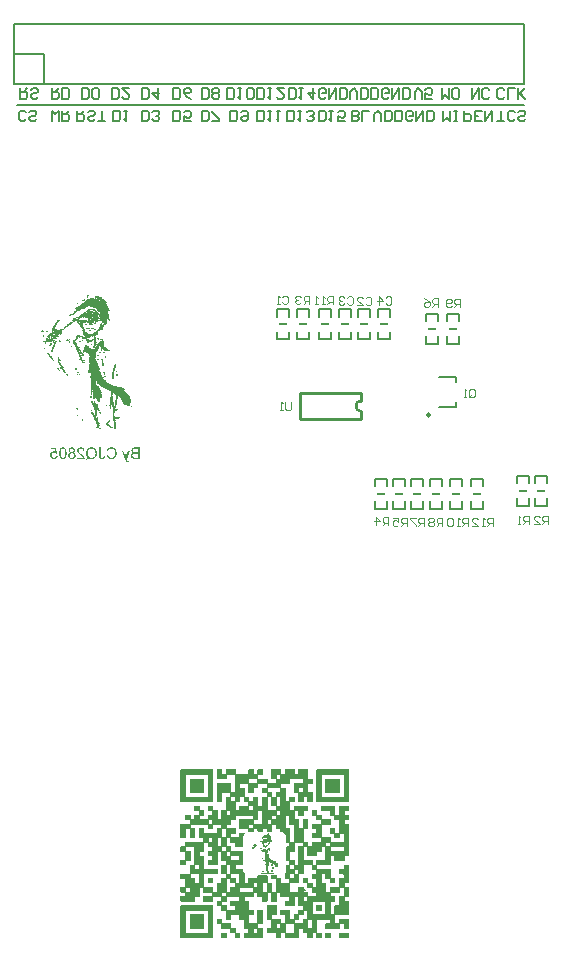
<source format=gbo>
G04 Layer_Color=32896*
%FSLAX25Y25*%
%MOIN*%
G70*
G01*
G75*
%ADD12C,0.01000*%
%ADD26C,0.00600*%
%ADD37C,0.00984*%
%ADD38C,0.00787*%
%ADD39C,0.00700*%
%ADD40C,0.00100*%
%ADD41C,0.00394*%
%ADD42R,0.03000X0.01000*%
G36*
X-160734Y229585D02*
X-160556Y229557D01*
X-160401Y229524D01*
X-160329Y229502D01*
X-160262Y229480D01*
X-160201Y229457D01*
X-160145Y229435D01*
X-160101Y229419D01*
X-160057Y229402D01*
X-160029Y229385D01*
X-160007Y229374D01*
X-159990Y229369D01*
X-159985Y229363D01*
X-159835Y229269D01*
X-159707Y229158D01*
X-159596Y229047D01*
X-159502Y228936D01*
X-159430Y228836D01*
X-159402Y228791D01*
X-159380Y228753D01*
X-159357Y228725D01*
X-159346Y228703D01*
X-159341Y228686D01*
X-159335Y228680D01*
X-159257Y228508D01*
X-159202Y228331D01*
X-159163Y228153D01*
X-159135Y227992D01*
X-159124Y227920D01*
X-159119Y227848D01*
X-159113Y227792D01*
Y227737D01*
X-159108Y227698D01*
Y227665D01*
Y227643D01*
Y227637D01*
X-159119Y227437D01*
X-159141Y227243D01*
X-159169Y227071D01*
X-159191Y226988D01*
X-159207Y226916D01*
X-159224Y226849D01*
X-159246Y226788D01*
X-159263Y226732D01*
X-159274Y226688D01*
X-159291Y226655D01*
X-159296Y226627D01*
X-159307Y226610D01*
Y226605D01*
X-159391Y226438D01*
X-159485Y226288D01*
X-159585Y226161D01*
X-159635Y226111D01*
X-159679Y226061D01*
X-159724Y226016D01*
X-159768Y225978D01*
X-159807Y225944D01*
X-159840Y225922D01*
X-159862Y225900D01*
X-159885Y225883D01*
X-159896Y225878D01*
X-159901Y225872D01*
X-159979Y225828D01*
X-160057Y225789D01*
X-160223Y225728D01*
X-160390Y225683D01*
X-160551Y225656D01*
X-160628Y225645D01*
X-160695Y225634D01*
X-160756Y225628D01*
X-160806D01*
X-160850Y225622D01*
X-160911D01*
X-161022Y225628D01*
X-161128Y225639D01*
X-161228Y225650D01*
X-161322Y225672D01*
X-161411Y225700D01*
X-161494Y225728D01*
X-161572Y225756D01*
X-161644Y225789D01*
X-161705Y225817D01*
X-161766Y225844D01*
X-161811Y225872D01*
X-161855Y225900D01*
X-161883Y225922D01*
X-161910Y225933D01*
X-161922Y225944D01*
X-161927Y225950D01*
X-162005Y226016D01*
X-162071Y226083D01*
X-162132Y226161D01*
X-162193Y226238D01*
X-162293Y226394D01*
X-162371Y226549D01*
X-162404Y226621D01*
X-162432Y226688D01*
X-162454Y226749D01*
X-162471Y226799D01*
X-162488Y226843D01*
X-162499Y226877D01*
X-162504Y226899D01*
Y226904D01*
X-161994Y227032D01*
X-161971Y226943D01*
X-161944Y226860D01*
X-161916Y226782D01*
X-161888Y226710D01*
X-161855Y226644D01*
X-161822Y226588D01*
X-161783Y226533D01*
X-161749Y226483D01*
X-161722Y226438D01*
X-161688Y226405D01*
X-161661Y226372D01*
X-161638Y226344D01*
X-161616Y226327D01*
X-161600Y226311D01*
X-161594Y226305D01*
X-161589Y226300D01*
X-161533Y226255D01*
X-161472Y226222D01*
X-161350Y226161D01*
X-161233Y226116D01*
X-161117Y226089D01*
X-161017Y226066D01*
X-160978Y226061D01*
X-160939D01*
X-160906Y226055D01*
X-160867D01*
X-160739Y226061D01*
X-160617Y226083D01*
X-160506Y226111D01*
X-160406Y226144D01*
X-160329Y226177D01*
X-160295Y226194D01*
X-160268Y226205D01*
X-160245Y226216D01*
X-160229Y226227D01*
X-160218Y226233D01*
X-160212D01*
X-160107Y226311D01*
X-160018Y226394D01*
X-159940Y226488D01*
X-159879Y226577D01*
X-159829Y226655D01*
X-159796Y226721D01*
X-159785Y226749D01*
X-159774Y226766D01*
X-159768Y226777D01*
Y226782D01*
X-159724Y226927D01*
X-159690Y227071D01*
X-159663Y227215D01*
X-159646Y227348D01*
X-159640Y227410D01*
X-159635Y227465D01*
Y227515D01*
X-159629Y227554D01*
Y227587D01*
Y227615D01*
Y227631D01*
Y227637D01*
X-159635Y227781D01*
X-159646Y227915D01*
X-159668Y228037D01*
X-159690Y228148D01*
X-159707Y228242D01*
X-159718Y228281D01*
X-159729Y228314D01*
X-159735Y228342D01*
X-159740Y228359D01*
X-159746Y228370D01*
Y228375D01*
X-159801Y228503D01*
X-159862Y228619D01*
X-159929Y228714D01*
X-160001Y228797D01*
X-160062Y228864D01*
X-160112Y228908D01*
X-160151Y228936D01*
X-160157Y228947D01*
X-160162D01*
X-160279Y229019D01*
X-160406Y229075D01*
X-160528Y229113D01*
X-160645Y229135D01*
X-160750Y229152D01*
X-160795Y229158D01*
X-160834D01*
X-160861Y229163D01*
X-160906D01*
X-161045Y229158D01*
X-161172Y229135D01*
X-161278Y229102D01*
X-161372Y229069D01*
X-161444Y229030D01*
X-161500Y229002D01*
X-161533Y228980D01*
X-161544Y228969D01*
X-161633Y228886D01*
X-161716Y228791D01*
X-161783Y228692D01*
X-161838Y228592D01*
X-161883Y228503D01*
X-161899Y228458D01*
X-161910Y228425D01*
X-161922Y228397D01*
X-161933Y228375D01*
X-161938Y228364D01*
Y228359D01*
X-162438Y228475D01*
X-162404Y228575D01*
X-162371Y228664D01*
X-162327Y228747D01*
X-162288Y228830D01*
X-162243Y228902D01*
X-162193Y228969D01*
X-162149Y229036D01*
X-162105Y229091D01*
X-162060Y229135D01*
X-162021Y229180D01*
X-161983Y229219D01*
X-161955Y229246D01*
X-161927Y229274D01*
X-161905Y229291D01*
X-161894Y229296D01*
X-161888Y229302D01*
X-161811Y229352D01*
X-161733Y229402D01*
X-161655Y229441D01*
X-161572Y229474D01*
X-161405Y229524D01*
X-161256Y229557D01*
X-161183Y229574D01*
X-161122Y229579D01*
X-161061Y229585D01*
X-161011Y229591D01*
X-160972Y229596D01*
X-160917D01*
X-160734Y229585D01*
D02*
G37*
G36*
X-167277D02*
X-167100Y229557D01*
X-166939Y229519D01*
X-166867Y229496D01*
X-166794Y229474D01*
X-166733Y229452D01*
X-166678Y229430D01*
X-166633Y229408D01*
X-166595Y229391D01*
X-166561Y229374D01*
X-166539Y229363D01*
X-166522Y229358D01*
X-166517Y229352D01*
X-166367Y229252D01*
X-166239Y229135D01*
X-166123Y229019D01*
X-166034Y228908D01*
X-165956Y228802D01*
X-165929Y228758D01*
X-165906Y228719D01*
X-165884Y228686D01*
X-165873Y228664D01*
X-165867Y228647D01*
X-165862Y228642D01*
X-165784Y228464D01*
X-165729Y228281D01*
X-165690Y228109D01*
X-165662Y227948D01*
X-165651Y227876D01*
X-165646Y227809D01*
X-165640Y227748D01*
Y227698D01*
X-165634Y227659D01*
Y227631D01*
Y227609D01*
Y227604D01*
X-165646Y227398D01*
X-165668Y227204D01*
X-165690Y227110D01*
X-165707Y227027D01*
X-165729Y226949D01*
X-165751Y226877D01*
X-165768Y226810D01*
X-165790Y226749D01*
X-165812Y226699D01*
X-165829Y226655D01*
X-165840Y226621D01*
X-165851Y226599D01*
X-165862Y226583D01*
Y226577D01*
X-165956Y226416D01*
X-166062Y226277D01*
X-166167Y226155D01*
X-166273Y226055D01*
X-166367Y225978D01*
X-166406Y225944D01*
X-166445Y225917D01*
X-166472Y225900D01*
X-166495Y225883D01*
X-166506Y225878D01*
X-166511Y225872D01*
X-166595Y225828D01*
X-166672Y225789D01*
X-166839Y225728D01*
X-167000Y225683D01*
X-167144Y225656D01*
X-167211Y225645D01*
X-167272Y225634D01*
X-167327Y225628D01*
X-167372D01*
X-167410Y225622D01*
X-167460D01*
X-167555Y225628D01*
X-167649Y225634D01*
X-167827Y225661D01*
X-167988Y225700D01*
X-168060Y225722D01*
X-168126Y225745D01*
X-168187Y225767D01*
X-168243Y225783D01*
X-168287Y225805D01*
X-168332Y225822D01*
X-168359Y225839D01*
X-168387Y225850D01*
X-168398Y225861D01*
X-168404D01*
X-168559Y225750D01*
X-168709Y225650D01*
X-168848Y225572D01*
X-168970Y225506D01*
X-169026Y225478D01*
X-169075Y225456D01*
X-169120Y225434D01*
X-169159Y225417D01*
X-169192Y225406D01*
X-169214Y225395D01*
X-169225Y225389D01*
X-169231D01*
X-169381Y225739D01*
X-169270Y225789D01*
X-169153Y225839D01*
X-169042Y225900D01*
X-168942Y225961D01*
X-168859Y226011D01*
X-168820Y226033D01*
X-168792Y226055D01*
X-168765Y226072D01*
X-168748Y226083D01*
X-168737Y226094D01*
X-168731D01*
X-168831Y226205D01*
X-168920Y226316D01*
X-168998Y226427D01*
X-169059Y226533D01*
X-169103Y226621D01*
X-169120Y226660D01*
X-169137Y226694D01*
X-169148Y226716D01*
X-169159Y226738D01*
X-169164Y226749D01*
Y226755D01*
X-169214Y226899D01*
X-169247Y227049D01*
X-169275Y227193D01*
X-169292Y227326D01*
X-169297Y227382D01*
X-169303Y227437D01*
Y227487D01*
X-169308Y227532D01*
Y227565D01*
Y227587D01*
Y227604D01*
Y227609D01*
X-169297Y227815D01*
X-169275Y228009D01*
X-169259Y228098D01*
X-169236Y228181D01*
X-169214Y228259D01*
X-169197Y228331D01*
X-169175Y228397D01*
X-169153Y228458D01*
X-169137Y228508D01*
X-169114Y228553D01*
X-169103Y228586D01*
X-169092Y228608D01*
X-169081Y228625D01*
Y228630D01*
X-168992Y228791D01*
X-168887Y228936D01*
X-168776Y229058D01*
X-168676Y229158D01*
X-168581Y229235D01*
X-168537Y229269D01*
X-168504Y229296D01*
X-168471Y229313D01*
X-168448Y229330D01*
X-168437Y229335D01*
X-168432Y229341D01*
X-168348Y229385D01*
X-168265Y229424D01*
X-168104Y229491D01*
X-167938Y229535D01*
X-167793Y229563D01*
X-167727Y229574D01*
X-167660Y229585D01*
X-167610Y229591D01*
X-167560D01*
X-167521Y229596D01*
X-167372D01*
X-167277Y229585D01*
D02*
G37*
G36*
X-151476Y225689D02*
X-152942D01*
X-153075Y225694D01*
X-153191Y225700D01*
X-153297Y225711D01*
X-153386Y225722D01*
X-153458Y225733D01*
X-153513Y225739D01*
X-153547Y225750D01*
X-153558D01*
X-153652Y225778D01*
X-153730Y225805D01*
X-153802Y225839D01*
X-153863Y225872D01*
X-153913Y225894D01*
X-153952Y225917D01*
X-153974Y225933D01*
X-153979Y225939D01*
X-154041Y225989D01*
X-154096Y226050D01*
X-154140Y226111D01*
X-154185Y226166D01*
X-154218Y226222D01*
X-154240Y226261D01*
X-154257Y226288D01*
X-154262Y226300D01*
X-154301Y226388D01*
X-154329Y226477D01*
X-154351Y226560D01*
X-154362Y226638D01*
X-154374Y226705D01*
X-154379Y226760D01*
Y226793D01*
Y226799D01*
Y226804D01*
X-154374Y226927D01*
X-154351Y227038D01*
X-154318Y227132D01*
X-154285Y227221D01*
X-154251Y227287D01*
X-154218Y227337D01*
X-154196Y227371D01*
X-154190Y227382D01*
X-154113Y227470D01*
X-154029Y227543D01*
X-153935Y227604D01*
X-153852Y227654D01*
X-153774Y227693D01*
X-153708Y227715D01*
X-153685Y227726D01*
X-153669Y227731D01*
X-153657Y227737D01*
X-153652D01*
X-153746Y227792D01*
X-153830Y227848D01*
X-153896Y227909D01*
X-153952Y227964D01*
X-153996Y228009D01*
X-154029Y228053D01*
X-154046Y228076D01*
X-154052Y228087D01*
X-154096Y228170D01*
X-154129Y228247D01*
X-154157Y228325D01*
X-154174Y228397D01*
X-154185Y228458D01*
X-154190Y228508D01*
Y228536D01*
Y228547D01*
X-154185Y228642D01*
X-154168Y228736D01*
X-154140Y228819D01*
X-154113Y228897D01*
X-154085Y228963D01*
X-154057Y229008D01*
X-154041Y229041D01*
X-154035Y229052D01*
X-153974Y229135D01*
X-153907Y229213D01*
X-153835Y229274D01*
X-153769Y229324D01*
X-153713Y229363D01*
X-153663Y229391D01*
X-153630Y229408D01*
X-153624Y229413D01*
X-153619D01*
X-153513Y229452D01*
X-153397Y229480D01*
X-153280Y229502D01*
X-153169Y229513D01*
X-153069Y229524D01*
X-153025D01*
X-152986Y229530D01*
X-151476D01*
Y225689D01*
D02*
G37*
G36*
X-164474Y226882D02*
Y226766D01*
X-164463Y226666D01*
X-164458Y226583D01*
X-164447Y226516D01*
X-164436Y226466D01*
X-164430Y226427D01*
X-164419Y226405D01*
Y226399D01*
X-164397Y226344D01*
X-164369Y226300D01*
X-164336Y226261D01*
X-164308Y226222D01*
X-164275Y226200D01*
X-164252Y226177D01*
X-164236Y226166D01*
X-164230Y226161D01*
X-164175Y226133D01*
X-164119Y226111D01*
X-164064Y226100D01*
X-164014Y226089D01*
X-163964Y226083D01*
X-163931Y226078D01*
X-163897D01*
X-163809Y226083D01*
X-163725Y226105D01*
X-163659Y226127D01*
X-163598Y226161D01*
X-163553Y226188D01*
X-163520Y226216D01*
X-163498Y226233D01*
X-163492Y226238D01*
X-163464Y226272D01*
X-163442Y226311D01*
X-163409Y226399D01*
X-163376Y226499D01*
X-163359Y226599D01*
X-163342Y226694D01*
Y226732D01*
X-163337Y226766D01*
X-163331Y226799D01*
Y226821D01*
Y226832D01*
Y226838D01*
X-162871Y226771D01*
Y226666D01*
X-162876Y226571D01*
X-162893Y226477D01*
X-162904Y226394D01*
X-162926Y226316D01*
X-162948Y226250D01*
X-162970Y226183D01*
X-162993Y226127D01*
X-163020Y226078D01*
X-163043Y226033D01*
X-163065Y225994D01*
X-163087Y225967D01*
X-163104Y225944D01*
X-163115Y225922D01*
X-163120Y225917D01*
X-163126Y225911D01*
X-163181Y225861D01*
X-163237Y225817D01*
X-163298Y225778D01*
X-163365Y225745D01*
X-163492Y225694D01*
X-163614Y225661D01*
X-163731Y225639D01*
X-163775Y225634D01*
X-163820Y225628D01*
X-163853Y225622D01*
X-163903D01*
X-164025Y225628D01*
X-164136Y225645D01*
X-164236Y225667D01*
X-164325Y225694D01*
X-164397Y225717D01*
X-164447Y225739D01*
X-164480Y225756D01*
X-164491Y225761D01*
X-164580Y225817D01*
X-164658Y225883D01*
X-164719Y225950D01*
X-164774Y226011D01*
X-164813Y226072D01*
X-164841Y226116D01*
X-164857Y226150D01*
X-164863Y226155D01*
Y226161D01*
X-164902Y226272D01*
X-164935Y226388D01*
X-164957Y226516D01*
X-164968Y226638D01*
X-164980Y226744D01*
Y226788D01*
X-164985Y226832D01*
Y226866D01*
Y226888D01*
Y226904D01*
Y226910D01*
Y229530D01*
X-164474D01*
Y226882D01*
D02*
G37*
G36*
X-155800Y225689D02*
X-155778Y225639D01*
X-155766Y225600D01*
X-155755Y225578D01*
Y225572D01*
X-155722Y225478D01*
X-155689Y225400D01*
X-155667Y225334D01*
X-155644Y225289D01*
X-155633Y225256D01*
X-155622Y225234D01*
X-155611Y225223D01*
Y225217D01*
X-155567Y225156D01*
X-155517Y225112D01*
X-155495Y225095D01*
X-155478Y225084D01*
X-155467Y225073D01*
X-155461D01*
X-155422Y225056D01*
X-155384Y225040D01*
X-155300Y225023D01*
X-155267D01*
X-155239Y225017D01*
X-155211D01*
X-155123Y225023D01*
X-155034Y225040D01*
X-155001Y225051D01*
X-154973Y225056D01*
X-154951Y225062D01*
X-154945D01*
X-154995Y224623D01*
X-155056Y224601D01*
X-155112Y224590D01*
X-155162Y224579D01*
X-155206Y224568D01*
X-155245D01*
X-155273Y224562D01*
X-155295D01*
X-155378Y224568D01*
X-155450Y224579D01*
X-155517Y224596D01*
X-155572Y224618D01*
X-155622Y224640D01*
X-155656Y224657D01*
X-155678Y224668D01*
X-155683Y224673D01*
X-155744Y224718D01*
X-155794Y224773D01*
X-155844Y224829D01*
X-155889Y224884D01*
X-155922Y224934D01*
X-155950Y224973D01*
X-155966Y225001D01*
X-155972Y225012D01*
X-155989Y225051D01*
X-156011Y225090D01*
X-156055Y225184D01*
X-156099Y225289D01*
X-156138Y225395D01*
X-156177Y225489D01*
X-156194Y225534D01*
X-156210Y225572D01*
X-156222Y225600D01*
X-156233Y225622D01*
X-156238Y225639D01*
Y225645D01*
X-157298Y228475D01*
X-156827D01*
X-156227Y226849D01*
X-156183Y226732D01*
X-156149Y226621D01*
X-156111Y226510D01*
X-156083Y226416D01*
X-156061Y226333D01*
X-156050Y226300D01*
X-156044Y226272D01*
X-156038Y226250D01*
X-156033Y226233D01*
X-156027Y226222D01*
Y226216D01*
X-155994Y226344D01*
X-155961Y226460D01*
X-155928Y226571D01*
X-155894Y226666D01*
X-155866Y226744D01*
X-155855Y226777D01*
X-155844Y226804D01*
X-155839Y226832D01*
X-155833Y226849D01*
X-155828Y226854D01*
Y226860D01*
X-155245Y228475D01*
X-154745D01*
X-155800Y225689D01*
D02*
G37*
G36*
X-178838Y227504D02*
X-179282Y227443D01*
X-179321Y227504D01*
X-179371Y227554D01*
X-179415Y227604D01*
X-179460Y227643D01*
X-179504Y227670D01*
X-179537Y227698D01*
X-179559Y227709D01*
X-179565Y227715D01*
X-179637Y227748D01*
X-179709Y227776D01*
X-179776Y227792D01*
X-179842Y227809D01*
X-179898Y227815D01*
X-179942Y227820D01*
X-180048D01*
X-180114Y227809D01*
X-180231Y227781D01*
X-180331Y227743D01*
X-180420Y227704D01*
X-180486Y227659D01*
X-180536Y227620D01*
X-180564Y227593D01*
X-180575Y227587D01*
Y227582D01*
X-180653Y227487D01*
X-180708Y227387D01*
X-180747Y227282D01*
X-180775Y227176D01*
X-180791Y227088D01*
X-180797Y227049D01*
Y227015D01*
X-180803Y226988D01*
Y226965D01*
Y226954D01*
Y226949D01*
Y226871D01*
X-180791Y226799D01*
X-180764Y226660D01*
X-180725Y226544D01*
X-180686Y226449D01*
X-180642Y226372D01*
X-180603Y226311D01*
X-180586Y226294D01*
X-180575Y226277D01*
X-180570Y226272D01*
X-180564Y226266D01*
X-180519Y226222D01*
X-180475Y226183D01*
X-180375Y226116D01*
X-180281Y226072D01*
X-180186Y226044D01*
X-180109Y226022D01*
X-180042Y226016D01*
X-180020Y226011D01*
X-179987D01*
X-179881Y226016D01*
X-179787Y226039D01*
X-179704Y226066D01*
X-179637Y226100D01*
X-179576Y226133D01*
X-179532Y226161D01*
X-179509Y226183D01*
X-179498Y226188D01*
X-179432Y226266D01*
X-179376Y226349D01*
X-179332Y226444D01*
X-179298Y226527D01*
X-179276Y226610D01*
X-179260Y226671D01*
X-179254Y226699D01*
X-179249Y226716D01*
Y226727D01*
Y226732D01*
X-178755Y226694D01*
X-178766Y226605D01*
X-178782Y226521D01*
X-178832Y226366D01*
X-178893Y226233D01*
X-178927Y226172D01*
X-178960Y226122D01*
X-178988Y226072D01*
X-179021Y226027D01*
X-179049Y225994D01*
X-179077Y225967D01*
X-179099Y225944D01*
X-179110Y225922D01*
X-179121Y225917D01*
X-179127Y225911D01*
X-179193Y225861D01*
X-179260Y225817D01*
X-179332Y225778D01*
X-179404Y225745D01*
X-179543Y225694D01*
X-179682Y225661D01*
X-179743Y225645D01*
X-179804Y225639D01*
X-179853Y225634D01*
X-179898Y225628D01*
X-179937Y225622D01*
X-179987D01*
X-180103Y225628D01*
X-180214Y225645D01*
X-180320Y225667D01*
X-180414Y225694D01*
X-180503Y225733D01*
X-180586Y225772D01*
X-180664Y225811D01*
X-180730Y225855D01*
X-180791Y225900D01*
X-180847Y225939D01*
X-180891Y225983D01*
X-180930Y226016D01*
X-180958Y226044D01*
X-180980Y226066D01*
X-180991Y226083D01*
X-180997Y226089D01*
X-181052Y226161D01*
X-181097Y226238D01*
X-181141Y226311D01*
X-181174Y226388D01*
X-181230Y226538D01*
X-181263Y226682D01*
X-181274Y226744D01*
X-181285Y226804D01*
X-181291Y226854D01*
X-181297Y226899D01*
X-181302Y226938D01*
Y226965D01*
Y226982D01*
Y226988D01*
X-181297Y227088D01*
X-181285Y227182D01*
X-181269Y227276D01*
X-181247Y227360D01*
X-181219Y227437D01*
X-181191Y227515D01*
X-181158Y227582D01*
X-181130Y227643D01*
X-181097Y227698D01*
X-181063Y227748D01*
X-181036Y227787D01*
X-181008Y227826D01*
X-180986Y227853D01*
X-180969Y227870D01*
X-180958Y227881D01*
X-180952Y227887D01*
X-180886Y227948D01*
X-180819Y228003D01*
X-180747Y228048D01*
X-180675Y228087D01*
X-180603Y228125D01*
X-180531Y228153D01*
X-180397Y228192D01*
X-180336Y228209D01*
X-180281Y228220D01*
X-180231Y228225D01*
X-180186Y228231D01*
X-180153Y228236D01*
X-180031D01*
X-179964Y228225D01*
X-179831Y228198D01*
X-179709Y228159D01*
X-179598Y228114D01*
X-179509Y228070D01*
X-179471Y228048D01*
X-179437Y228031D01*
X-179410Y228014D01*
X-179393Y228003D01*
X-179382Y227998D01*
X-179376Y227992D01*
X-179582Y229030D01*
X-181119D01*
Y229480D01*
X-179210D01*
X-178838Y227504D01*
D02*
G37*
G36*
X-170968Y229541D02*
X-170874Y229535D01*
X-170785Y229519D01*
X-170702Y229502D01*
X-170624Y229480D01*
X-170552Y229457D01*
X-170485Y229430D01*
X-170424Y229402D01*
X-170369Y229374D01*
X-170324Y229346D01*
X-170285Y229324D01*
X-170252Y229302D01*
X-170224Y229285D01*
X-170208Y229269D01*
X-170196Y229263D01*
X-170191Y229258D01*
X-170135Y229202D01*
X-170086Y229141D01*
X-170036Y229075D01*
X-169997Y229008D01*
X-169930Y228875D01*
X-169886Y228742D01*
X-169869Y228680D01*
X-169852Y228619D01*
X-169841Y228569D01*
X-169830Y228525D01*
X-169825Y228486D01*
Y228458D01*
X-169819Y228442D01*
Y228436D01*
X-170302Y228386D01*
X-170313Y228514D01*
X-170335Y228625D01*
X-170369Y228725D01*
X-170407Y228802D01*
X-170441Y228869D01*
X-170474Y228913D01*
X-170496Y228941D01*
X-170507Y228952D01*
X-170591Y229019D01*
X-170679Y229069D01*
X-170774Y229108D01*
X-170857Y229130D01*
X-170935Y229147D01*
X-171001Y229152D01*
X-171023Y229158D01*
X-171057D01*
X-171173Y229152D01*
X-171279Y229130D01*
X-171368Y229097D01*
X-171445Y229063D01*
X-171506Y229025D01*
X-171545Y228997D01*
X-171573Y228975D01*
X-171584Y228963D01*
X-171651Y228886D01*
X-171701Y228808D01*
X-171739Y228730D01*
X-171762Y228653D01*
X-171778Y228592D01*
X-171784Y228536D01*
X-171789Y228503D01*
Y228497D01*
Y228492D01*
X-171778Y228392D01*
X-171756Y228286D01*
X-171717Y228192D01*
X-171678Y228103D01*
X-171634Y228031D01*
X-171595Y227970D01*
X-171584Y227948D01*
X-171573Y227931D01*
X-171562Y227926D01*
Y227920D01*
X-171517Y227859D01*
X-171462Y227798D01*
X-171401Y227731D01*
X-171334Y227665D01*
X-171195Y227532D01*
X-171057Y227398D01*
X-170985Y227337D01*
X-170924Y227282D01*
X-170862Y227232D01*
X-170813Y227187D01*
X-170774Y227154D01*
X-170740Y227126D01*
X-170718Y227110D01*
X-170713Y227104D01*
X-170574Y226988D01*
X-170446Y226877D01*
X-170341Y226777D01*
X-170258Y226694D01*
X-170185Y226621D01*
X-170135Y226571D01*
X-170108Y226538D01*
X-170097Y226533D01*
Y226527D01*
X-170019Y226433D01*
X-169958Y226344D01*
X-169902Y226255D01*
X-169858Y226177D01*
X-169825Y226111D01*
X-169802Y226061D01*
X-169791Y226027D01*
X-169786Y226022D01*
Y226016D01*
X-169764Y225955D01*
X-169753Y225900D01*
X-169741Y225844D01*
X-169736Y225794D01*
X-169730Y225750D01*
Y225717D01*
Y225694D01*
Y225689D01*
X-172278D01*
Y226144D01*
X-170385D01*
X-170452Y226238D01*
X-170485Y226277D01*
X-170513Y226316D01*
X-170541Y226349D01*
X-170563Y226372D01*
X-170580Y226388D01*
X-170585Y226394D01*
X-170613Y226422D01*
X-170646Y226449D01*
X-170724Y226521D01*
X-170813Y226605D01*
X-170907Y226688D01*
X-170996Y226760D01*
X-171035Y226793D01*
X-171068Y226827D01*
X-171096Y226849D01*
X-171118Y226866D01*
X-171129Y226877D01*
X-171134Y226882D01*
X-171223Y226960D01*
X-171312Y227032D01*
X-171390Y227104D01*
X-171462Y227165D01*
X-171528Y227226D01*
X-171584Y227282D01*
X-171640Y227332D01*
X-171684Y227376D01*
X-171728Y227421D01*
X-171762Y227454D01*
X-171789Y227482D01*
X-171817Y227509D01*
X-171845Y227543D01*
X-171856Y227554D01*
X-171934Y227648D01*
X-172000Y227731D01*
X-172056Y227815D01*
X-172100Y227881D01*
X-172134Y227942D01*
X-172156Y227987D01*
X-172167Y228014D01*
X-172172Y228026D01*
X-172206Y228109D01*
X-172228Y228192D01*
X-172250Y228270D01*
X-172261Y228336D01*
X-172267Y228397D01*
X-172272Y228442D01*
Y228469D01*
Y228481D01*
X-172267Y228564D01*
X-172256Y228642D01*
X-172245Y228719D01*
X-172222Y228786D01*
X-172167Y228919D01*
X-172111Y229025D01*
X-172078Y229075D01*
X-172050Y229113D01*
X-172022Y229152D01*
X-171995Y229180D01*
X-171973Y229202D01*
X-171961Y229224D01*
X-171950Y229230D01*
X-171945Y229235D01*
X-171884Y229291D01*
X-171817Y229341D01*
X-171745Y229380D01*
X-171673Y229413D01*
X-171528Y229468D01*
X-171384Y229507D01*
X-171323Y229519D01*
X-171262Y229530D01*
X-171207Y229535D01*
X-171162Y229541D01*
X-171123Y229546D01*
X-171068D01*
X-170968Y229541D01*
D02*
G37*
G36*
X-173943D02*
X-173854Y229535D01*
X-173699Y229502D01*
X-173626Y229480D01*
X-173560Y229457D01*
X-173499Y229430D01*
X-173443Y229402D01*
X-173399Y229374D01*
X-173354Y229346D01*
X-173316Y229324D01*
X-173288Y229302D01*
X-173266Y229285D01*
X-173249Y229269D01*
X-173238Y229263D01*
X-173232Y229258D01*
X-173182Y229202D01*
X-173133Y229147D01*
X-173094Y229086D01*
X-173060Y229025D01*
X-173005Y228908D01*
X-172971Y228797D01*
X-172949Y228703D01*
X-172944Y228658D01*
X-172938Y228625D01*
X-172933Y228592D01*
Y228569D01*
Y228558D01*
Y228553D01*
X-172938Y228453D01*
X-172955Y228359D01*
X-172977Y228275D01*
X-173005Y228203D01*
X-173027Y228148D01*
X-173049Y228103D01*
X-173066Y228081D01*
X-173071Y228070D01*
X-173133Y228003D01*
X-173199Y227942D01*
X-173271Y227887D01*
X-173343Y227842D01*
X-173410Y227809D01*
X-173460Y227787D01*
X-173482Y227776D01*
X-173499Y227770D01*
X-173504Y227765D01*
X-173510D01*
X-173382Y227726D01*
X-173277Y227676D01*
X-173182Y227615D01*
X-173105Y227559D01*
X-173044Y227504D01*
X-172999Y227459D01*
X-172977Y227432D01*
X-172966Y227426D01*
Y227421D01*
X-172905Y227321D01*
X-172855Y227215D01*
X-172822Y227115D01*
X-172800Y227015D01*
X-172788Y226927D01*
X-172783Y226888D01*
Y226854D01*
X-172777Y226832D01*
Y226810D01*
Y226799D01*
Y226793D01*
X-172783Y226705D01*
X-172794Y226616D01*
X-172811Y226533D01*
X-172833Y226449D01*
X-172888Y226311D01*
X-172916Y226244D01*
X-172949Y226188D01*
X-172983Y226133D01*
X-173010Y226089D01*
X-173044Y226050D01*
X-173066Y226016D01*
X-173088Y225989D01*
X-173105Y225972D01*
X-173116Y225961D01*
X-173121Y225955D01*
X-173188Y225894D01*
X-173260Y225844D01*
X-173338Y225800D01*
X-173416Y225761D01*
X-173488Y225733D01*
X-173565Y225706D01*
X-173715Y225667D01*
X-173782Y225650D01*
X-173843Y225639D01*
X-173898Y225634D01*
X-173948Y225628D01*
X-173987Y225622D01*
X-174043D01*
X-174148Y225628D01*
X-174242Y225639D01*
X-174337Y225656D01*
X-174426Y225672D01*
X-174503Y225700D01*
X-174581Y225728D01*
X-174653Y225756D01*
X-174714Y225789D01*
X-174770Y225822D01*
X-174820Y225850D01*
X-174858Y225878D01*
X-174897Y225905D01*
X-174925Y225922D01*
X-174942Y225939D01*
X-174953Y225950D01*
X-174958Y225955D01*
X-175020Y226022D01*
X-175075Y226089D01*
X-175119Y226155D01*
X-175158Y226227D01*
X-175197Y226294D01*
X-175225Y226366D01*
X-175264Y226494D01*
X-175280Y226555D01*
X-175291Y226610D01*
X-175297Y226660D01*
X-175303Y226699D01*
X-175308Y226732D01*
Y226760D01*
Y226777D01*
Y226782D01*
X-175303Y226910D01*
X-175280Y227027D01*
X-175247Y227132D01*
X-175214Y227221D01*
X-175180Y227293D01*
X-175147Y227348D01*
X-175125Y227382D01*
X-175119Y227387D01*
Y227393D01*
X-175042Y227482D01*
X-174958Y227559D01*
X-174870Y227620D01*
X-174786Y227676D01*
X-174709Y227715D01*
X-174642Y227743D01*
X-174620Y227754D01*
X-174603Y227759D01*
X-174592Y227765D01*
X-174587D01*
X-174687Y227809D01*
X-174770Y227859D01*
X-174842Y227909D01*
X-174903Y227959D01*
X-174947Y228003D01*
X-174981Y228037D01*
X-175003Y228059D01*
X-175008Y228070D01*
X-175058Y228148D01*
X-175092Y228225D01*
X-175119Y228303D01*
X-175136Y228381D01*
X-175147Y228442D01*
X-175153Y228492D01*
Y228525D01*
Y228531D01*
Y228536D01*
X-175147Y228614D01*
X-175142Y228686D01*
X-175103Y228825D01*
X-175053Y228947D01*
X-174997Y229052D01*
X-174942Y229135D01*
X-174914Y229169D01*
X-174892Y229202D01*
X-174870Y229224D01*
X-174853Y229241D01*
X-174847Y229246D01*
X-174842Y229252D01*
X-174781Y229302D01*
X-174720Y229352D01*
X-174653Y229391D01*
X-174587Y229424D01*
X-174453Y229474D01*
X-174320Y229507D01*
X-174265Y229524D01*
X-174209Y229530D01*
X-174159Y229535D01*
X-174115Y229541D01*
X-174082Y229546D01*
X-174032D01*
X-173943Y229541D01*
D02*
G37*
G36*
X-176873Y229535D02*
X-176734Y229513D01*
X-176618Y229474D01*
X-176518Y229435D01*
X-176435Y229391D01*
X-176401Y229374D01*
X-176374Y229352D01*
X-176351Y229341D01*
X-176335Y229330D01*
X-176329Y229319D01*
X-176324D01*
X-176224Y229230D01*
X-176141Y229124D01*
X-176068Y229019D01*
X-176013Y228919D01*
X-175969Y228825D01*
X-175946Y228786D01*
X-175935Y228747D01*
X-175924Y228719D01*
X-175913Y228697D01*
X-175908Y228686D01*
Y228680D01*
X-175885Y228597D01*
X-175863Y228514D01*
X-175830Y228331D01*
X-175802Y228148D01*
X-175785Y227976D01*
X-175780Y227892D01*
X-175774Y227820D01*
Y227754D01*
X-175769Y227693D01*
Y227648D01*
Y227609D01*
Y227587D01*
Y227582D01*
X-175774Y227387D01*
X-175785Y227204D01*
X-175802Y227038D01*
X-175830Y226882D01*
X-175857Y226738D01*
X-175891Y226610D01*
X-175924Y226494D01*
X-175957Y226394D01*
X-175991Y226305D01*
X-176030Y226227D01*
X-176057Y226161D01*
X-176085Y226111D01*
X-176113Y226066D01*
X-176129Y226039D01*
X-176141Y226022D01*
X-176146Y226016D01*
X-176207Y225950D01*
X-176274Y225889D01*
X-176346Y225833D01*
X-176418Y225789D01*
X-176490Y225750D01*
X-176562Y225717D01*
X-176635Y225694D01*
X-176701Y225672D01*
X-176768Y225656D01*
X-176829Y225645D01*
X-176884Y225634D01*
X-176929Y225628D01*
X-176968Y225622D01*
X-177023D01*
X-177173Y225634D01*
X-177312Y225656D01*
X-177428Y225694D01*
X-177528Y225733D01*
X-177611Y225772D01*
X-177639Y225794D01*
X-177667Y225811D01*
X-177689Y225822D01*
X-177706Y225833D01*
X-177711Y225844D01*
X-177717D01*
X-177817Y225939D01*
X-177900Y226039D01*
X-177972Y226150D01*
X-178028Y226250D01*
X-178072Y226344D01*
X-178094Y226383D01*
X-178105Y226422D01*
X-178116Y226449D01*
X-178128Y226471D01*
X-178133Y226483D01*
Y226488D01*
X-178161Y226571D01*
X-178183Y226655D01*
X-178216Y226832D01*
X-178244Y227015D01*
X-178261Y227193D01*
X-178266Y227271D01*
X-178272Y227343D01*
Y227410D01*
X-178277Y227470D01*
Y227515D01*
Y227554D01*
Y227576D01*
Y227582D01*
Y227687D01*
X-178272Y227787D01*
Y227876D01*
X-178266Y227964D01*
X-178255Y228042D01*
X-178250Y228120D01*
X-178244Y228186D01*
X-178233Y228247D01*
X-178227Y228303D01*
X-178216Y228353D01*
X-178211Y228392D01*
X-178205Y228425D01*
X-178200Y228453D01*
X-178194Y228469D01*
X-178189Y228481D01*
Y228486D01*
X-178155Y228608D01*
X-178116Y228719D01*
X-178072Y228814D01*
X-178039Y228897D01*
X-178000Y228969D01*
X-177978Y229019D01*
X-177955Y229047D01*
X-177950Y229058D01*
X-177889Y229141D01*
X-177828Y229213D01*
X-177761Y229274D01*
X-177700Y229330D01*
X-177645Y229369D01*
X-177600Y229396D01*
X-177573Y229413D01*
X-177567Y229419D01*
X-177561D01*
X-177473Y229463D01*
X-177378Y229491D01*
X-177289Y229513D01*
X-177206Y229530D01*
X-177134Y229541D01*
X-177073Y229546D01*
X-177023D01*
X-176873Y229535D01*
D02*
G37*
%LPC*%
G36*
X-167416Y229158D02*
X-167472D01*
X-167610Y229152D01*
X-167743Y229130D01*
X-167860Y229097D01*
X-167960Y229063D01*
X-168043Y229025D01*
X-168076Y229008D01*
X-168104Y228997D01*
X-168132Y228980D01*
X-168149Y228975D01*
X-168154Y228963D01*
X-168160D01*
X-168265Y228886D01*
X-168359Y228797D01*
X-168443Y228708D01*
X-168509Y228619D01*
X-168559Y228542D01*
X-168598Y228475D01*
X-168609Y228453D01*
X-168620Y228436D01*
X-168626Y228425D01*
Y228420D01*
X-168681Y228286D01*
X-168720Y228148D01*
X-168748Y228009D01*
X-168765Y227881D01*
X-168776Y227826D01*
X-168781Y227770D01*
Y227726D01*
X-168787Y227681D01*
Y227648D01*
Y227626D01*
Y227609D01*
Y227604D01*
X-168781Y227454D01*
X-168770Y227315D01*
X-168748Y227187D01*
X-168715Y227065D01*
X-168681Y226960D01*
X-168642Y226860D01*
X-168604Y226766D01*
X-168565Y226682D01*
X-168520Y226610D01*
X-168482Y226549D01*
X-168443Y226499D01*
X-168409Y226455D01*
X-168382Y226422D01*
X-168359Y226394D01*
X-168343Y226383D01*
X-168337Y226377D01*
X-168221Y226466D01*
X-168104Y226538D01*
X-167982Y226599D01*
X-167866Y226655D01*
X-167766Y226694D01*
X-167721Y226710D01*
X-167682Y226721D01*
X-167655Y226732D01*
X-167632Y226738D01*
X-167616Y226744D01*
X-167610D01*
X-167483Y226377D01*
X-167582Y226349D01*
X-167677Y226316D01*
X-167760Y226277D01*
X-167838Y226244D01*
X-167899Y226211D01*
X-167949Y226183D01*
X-167976Y226161D01*
X-167988Y226155D01*
X-167899Y226122D01*
X-167805Y226100D01*
X-167721Y226078D01*
X-167638Y226066D01*
X-167571Y226061D01*
X-167521Y226055D01*
X-167472D01*
X-167366Y226061D01*
X-167266Y226072D01*
X-167172Y226094D01*
X-167077Y226116D01*
X-166994Y226150D01*
X-166917Y226183D01*
X-166844Y226216D01*
X-166783Y226255D01*
X-166722Y226294D01*
X-166672Y226327D01*
X-166628Y226361D01*
X-166589Y226394D01*
X-166561Y226416D01*
X-166539Y226438D01*
X-166528Y226449D01*
X-166522Y226455D01*
X-166456Y226533D01*
X-166400Y226621D01*
X-166350Y226710D01*
X-166312Y226804D01*
X-166273Y226899D01*
X-166245Y226993D01*
X-166200Y227182D01*
X-166189Y227265D01*
X-166178Y227348D01*
X-166167Y227421D01*
X-166162Y227482D01*
X-166156Y227532D01*
Y227570D01*
Y227593D01*
Y227604D01*
X-166162Y227743D01*
X-166173Y227876D01*
X-166189Y227998D01*
X-166217Y228109D01*
X-166245Y228214D01*
X-166273Y228309D01*
X-166306Y228397D01*
X-166345Y228475D01*
X-166378Y228542D01*
X-166411Y228603D01*
X-166439Y228653D01*
X-166472Y228692D01*
X-166495Y228725D01*
X-166511Y228747D01*
X-166522Y228758D01*
X-166528Y228764D01*
X-166600Y228836D01*
X-166678Y228891D01*
X-166755Y228947D01*
X-166833Y228991D01*
X-166917Y229030D01*
X-166994Y229063D01*
X-167066Y229086D01*
X-167144Y229108D01*
X-167211Y229124D01*
X-167272Y229135D01*
X-167327Y229147D01*
X-167377Y229152D01*
X-167416Y229158D01*
D02*
G37*
G36*
X-151987Y229075D02*
X-152897D01*
X-153019Y229063D01*
X-153114Y229058D01*
X-153197Y229047D01*
X-153258Y229036D01*
X-153297Y229030D01*
X-153324Y229019D01*
X-153330D01*
X-153391Y228997D01*
X-153447Y228963D01*
X-153491Y228930D01*
X-153530Y228897D01*
X-153558Y228869D01*
X-153580Y228841D01*
X-153591Y228825D01*
X-153596Y228819D01*
X-153630Y228764D01*
X-153652Y228708D01*
X-153669Y228653D01*
X-153680Y228597D01*
X-153685Y228553D01*
X-153691Y228520D01*
Y228497D01*
Y228486D01*
X-153685Y228414D01*
X-153674Y228347D01*
X-153657Y228292D01*
X-153641Y228247D01*
X-153624Y228209D01*
X-153608Y228175D01*
X-153596Y228159D01*
X-153591Y228153D01*
X-153552Y228109D01*
X-153502Y228064D01*
X-153452Y228031D01*
X-153408Y228009D01*
X-153363Y227987D01*
X-153330Y227970D01*
X-153308Y227964D01*
X-153297Y227959D01*
X-153236Y227948D01*
X-153158Y227937D01*
X-153080Y227931D01*
X-153003Y227926D01*
X-152930Y227920D01*
X-151987D01*
Y229075D01*
D02*
G37*
G36*
Y227465D02*
X-152997D01*
X-153114Y227454D01*
X-153208Y227443D01*
X-153286Y227432D01*
X-153347Y227421D01*
X-153397Y227410D01*
X-153419Y227404D01*
X-153430Y227398D01*
X-153502Y227371D01*
X-153563Y227337D01*
X-153619Y227298D01*
X-153663Y227260D01*
X-153696Y227226D01*
X-153719Y227199D01*
X-153735Y227176D01*
X-153741Y227171D01*
X-153780Y227110D01*
X-153807Y227049D01*
X-153830Y226988D01*
X-153841Y226932D01*
X-153852Y226882D01*
X-153857Y226838D01*
Y226816D01*
Y226804D01*
X-153852Y226738D01*
X-153846Y226671D01*
X-153835Y226616D01*
X-153819Y226571D01*
X-153802Y226533D01*
X-153791Y226499D01*
X-153785Y226483D01*
X-153780Y226477D01*
X-153746Y226427D01*
X-153719Y226383D01*
X-153680Y226349D01*
X-153652Y226316D01*
X-153624Y226294D01*
X-153602Y226277D01*
X-153585Y226266D01*
X-153580Y226261D01*
X-153486Y226216D01*
X-153391Y226183D01*
X-153352Y226172D01*
X-153319Y226166D01*
X-153297Y226161D01*
X-153291D01*
X-153247Y226155D01*
X-153197Y226150D01*
X-153080Y226144D01*
X-151987D01*
Y227465D01*
D02*
G37*
G36*
X-173998Y229158D02*
X-174043D01*
X-174137Y229152D01*
X-174226Y229130D01*
X-174298Y229102D01*
X-174365Y229069D01*
X-174415Y229036D01*
X-174453Y229008D01*
X-174481Y228986D01*
X-174487Y228980D01*
X-174548Y228908D01*
X-174592Y228836D01*
X-174625Y228764D01*
X-174648Y228697D01*
X-174659Y228636D01*
X-174670Y228586D01*
Y228553D01*
Y228547D01*
Y228542D01*
X-174664Y228453D01*
X-174642Y228370D01*
X-174614Y228297D01*
X-174581Y228236D01*
X-174548Y228186D01*
X-174520Y228153D01*
X-174498Y228125D01*
X-174492Y228120D01*
X-174426Y228064D01*
X-174348Y228020D01*
X-174276Y227992D01*
X-174204Y227970D01*
X-174137Y227959D01*
X-174087Y227953D01*
X-174054Y227948D01*
X-174043D01*
X-173943Y227953D01*
X-173854Y227976D01*
X-173776Y228003D01*
X-173710Y228037D01*
X-173660Y228064D01*
X-173621Y228092D01*
X-173593Y228114D01*
X-173588Y228120D01*
X-173532Y228186D01*
X-173488Y228264D01*
X-173460Y228336D01*
X-173438Y228409D01*
X-173427Y228469D01*
X-173421Y228520D01*
X-173416Y228553D01*
Y228558D01*
Y228564D01*
X-173421Y228653D01*
X-173443Y228730D01*
X-173471Y228802D01*
X-173504Y228864D01*
X-173532Y228913D01*
X-173560Y228952D01*
X-173582Y228975D01*
X-173588Y228980D01*
X-173660Y229041D01*
X-173732Y229086D01*
X-173810Y229113D01*
X-173882Y229135D01*
X-173948Y229147D01*
X-173998Y229158D01*
D02*
G37*
G36*
X-173993Y227565D02*
X-174026D01*
X-174148Y227554D01*
X-174259Y227532D01*
X-174359Y227493D01*
X-174442Y227454D01*
X-174509Y227410D01*
X-174559Y227371D01*
X-174587Y227348D01*
X-174598Y227337D01*
X-174675Y227249D01*
X-174731Y227154D01*
X-174770Y227060D01*
X-174797Y226977D01*
X-174814Y226893D01*
X-174820Y226832D01*
X-174825Y226810D01*
Y226793D01*
Y226782D01*
Y226777D01*
X-174814Y226660D01*
X-174792Y226549D01*
X-174753Y226455D01*
X-174714Y226377D01*
X-174675Y226316D01*
X-174636Y226266D01*
X-174614Y226238D01*
X-174603Y226227D01*
X-174514Y226155D01*
X-174426Y226100D01*
X-174331Y226066D01*
X-174242Y226039D01*
X-174165Y226022D01*
X-174098Y226016D01*
X-174076Y226011D01*
X-174043D01*
X-173965Y226016D01*
X-173887Y226027D01*
X-173815Y226044D01*
X-173754Y226061D01*
X-173704Y226078D01*
X-173665Y226094D01*
X-173643Y226105D01*
X-173632Y226111D01*
X-173565Y226155D01*
X-173510Y226200D01*
X-173460Y226250D01*
X-173421Y226300D01*
X-173388Y226338D01*
X-173366Y226372D01*
X-173354Y226399D01*
X-173349Y226405D01*
X-173321Y226477D01*
X-173299Y226544D01*
X-173282Y226610D01*
X-173271Y226671D01*
X-173266Y226721D01*
X-173260Y226760D01*
Y226782D01*
Y226793D01*
X-173271Y226910D01*
X-173293Y227015D01*
X-173327Y227110D01*
X-173371Y227193D01*
X-173410Y227254D01*
X-173443Y227304D01*
X-173466Y227332D01*
X-173477Y227343D01*
X-173560Y227415D01*
X-173654Y227470D01*
X-173743Y227509D01*
X-173832Y227537D01*
X-173909Y227554D01*
X-173970Y227559D01*
X-173993Y227565D01*
D02*
G37*
G36*
X-176984Y229158D02*
X-177017D01*
X-177078Y229152D01*
X-177140Y229147D01*
X-177195Y229130D01*
X-177245Y229108D01*
X-177339Y229058D01*
X-177423Y229002D01*
X-177484Y228941D01*
X-177534Y228891D01*
X-177550Y228869D01*
X-177561Y228853D01*
X-177573Y228847D01*
Y228841D01*
X-177611Y228775D01*
X-177645Y228697D01*
X-177678Y228608D01*
X-177700Y228514D01*
X-177722Y228414D01*
X-177739Y228309D01*
X-177767Y228098D01*
X-177778Y227992D01*
X-177783Y227898D01*
X-177789Y227809D01*
Y227737D01*
X-177795Y227670D01*
Y227620D01*
Y227593D01*
Y227587D01*
Y227582D01*
Y227410D01*
X-177783Y227254D01*
X-177772Y227115D01*
X-177761Y226982D01*
X-177744Y226871D01*
X-177722Y226766D01*
X-177700Y226677D01*
X-177683Y226594D01*
X-177661Y226527D01*
X-177639Y226471D01*
X-177622Y226422D01*
X-177600Y226383D01*
X-177589Y226355D01*
X-177578Y226338D01*
X-177567Y226327D01*
Y226322D01*
X-177523Y226266D01*
X-177478Y226222D01*
X-177434Y226177D01*
X-177389Y226144D01*
X-177295Y226089D01*
X-177212Y226050D01*
X-177134Y226027D01*
X-177078Y226016D01*
X-177056Y226011D01*
X-177023D01*
X-176962Y226016D01*
X-176907Y226022D01*
X-176801Y226061D01*
X-176707Y226111D01*
X-176623Y226166D01*
X-176562Y226222D01*
X-176512Y226272D01*
X-176485Y226311D01*
X-176474Y226316D01*
Y226322D01*
X-176435Y226388D01*
X-176401Y226466D01*
X-176368Y226555D01*
X-176346Y226649D01*
X-176324Y226749D01*
X-176307Y226854D01*
X-176279Y227071D01*
X-176268Y227171D01*
X-176263Y227265D01*
X-176257Y227354D01*
Y227426D01*
X-176252Y227493D01*
Y227543D01*
Y227570D01*
Y227582D01*
X-176257Y227754D01*
X-176263Y227909D01*
X-176274Y228053D01*
X-176290Y228186D01*
X-176307Y228303D01*
X-176329Y228409D01*
X-176351Y228503D01*
X-176374Y228586D01*
X-176396Y228658D01*
X-176412Y228719D01*
X-176435Y228769D01*
X-176451Y228814D01*
X-176468Y228841D01*
X-176479Y228864D01*
X-176490Y228875D01*
Y228880D01*
X-176529Y228930D01*
X-176568Y228975D01*
X-176612Y229008D01*
X-176657Y229041D01*
X-176745Y229091D01*
X-176829Y229124D01*
X-176901Y229141D01*
X-176962Y229152D01*
X-176984Y229158D01*
D02*
G37*
%LPD*%
D12*
X-77608Y245069D02*
G03*
X-77608Y241553I0J-1758D01*
G01*
X-97860Y247685D02*
X-77608D01*
X-97860Y238937D02*
Y247685D01*
Y238937D02*
X-77608D01*
Y245069D02*
Y247685D01*
X-77608Y238937D02*
Y241553D01*
D26*
X-101494Y265500D02*
Y268000D01*
X-105494Y265500D02*
X-101494D01*
X-105494D02*
Y268000D01*
Y273000D02*
Y275500D01*
X-101494D01*
Y273000D02*
Y275500D01*
X-72004Y273000D02*
Y275500D01*
X-68004D01*
Y273000D02*
Y275500D01*
Y265500D02*
Y268000D01*
X-72004Y265500D02*
X-68004D01*
X-72004D02*
Y268000D01*
X-56006Y271500D02*
Y274000D01*
X-52006D01*
Y271500D02*
Y274000D01*
Y264000D02*
Y266500D01*
X-56006Y264000D02*
X-52006D01*
X-56006D02*
Y266500D01*
X-44994Y264000D02*
Y266500D01*
X-48994Y264000D02*
X-44994D01*
X-48994D02*
Y266500D01*
Y271500D02*
Y274000D01*
X-44994D01*
Y271500D02*
Y274000D01*
X-183228Y350748D02*
Y360748D01*
X-193228D02*
X-183228D01*
X-193228Y350748D02*
Y370748D01*
Y350748D02*
X-23228D01*
Y370748D01*
X-193228D02*
X-23228D01*
X-62994Y209000D02*
Y211500D01*
X-66994Y209000D02*
X-62994D01*
X-66994D02*
Y211500D01*
Y216500D02*
Y219000D01*
X-62994D01*
Y216500D02*
Y219000D01*
X-50494Y209000D02*
Y211500D01*
X-54494Y209000D02*
X-50494D01*
X-54494D02*
Y211500D01*
Y216500D02*
Y219000D01*
X-50494D01*
Y216500D02*
Y219000D01*
X-68994Y209000D02*
Y211500D01*
X-72994Y209000D02*
X-68994D01*
X-72994D02*
Y211500D01*
Y216500D02*
Y219000D01*
X-68994D01*
Y216500D02*
Y219000D01*
X-43994Y209000D02*
Y211500D01*
X-47994Y209000D02*
X-43994D01*
X-47994D02*
Y211500D01*
Y216500D02*
Y219000D01*
X-43994D01*
Y216500D02*
Y219000D01*
X-56994Y209000D02*
Y211500D01*
X-60994Y209000D02*
X-56994D01*
X-60994D02*
Y211500D01*
Y216500D02*
Y219000D01*
X-56994D01*
Y216500D02*
Y219000D01*
X-36994Y209000D02*
Y211500D01*
X-40994Y209000D02*
X-36994D01*
X-40994D02*
Y211500D01*
Y216500D02*
Y219000D01*
X-36994D01*
Y216500D02*
Y219000D01*
X-98996Y273000D02*
Y275500D01*
X-94996D01*
Y273000D02*
Y275500D01*
Y265500D02*
Y268000D01*
X-98996Y265500D02*
X-94996D01*
X-98996D02*
Y268000D01*
X-84999Y273000D02*
Y275500D01*
X-80999D01*
Y273000D02*
Y275500D01*
Y265500D02*
Y268000D01*
X-84999Y265500D02*
X-80999D01*
X-84999D02*
Y268000D01*
X-78501Y273000D02*
Y275500D01*
X-74501D01*
Y273000D02*
Y275500D01*
Y265500D02*
Y268000D01*
X-78501Y265500D02*
X-74501D01*
X-78501D02*
Y268000D01*
X-91506Y273000D02*
Y275500D01*
X-87506D01*
Y273000D02*
Y275500D01*
Y265500D02*
Y268000D01*
X-91506Y265500D02*
X-87506D01*
X-91506D02*
Y268000D01*
X-15494Y210000D02*
Y212500D01*
X-19494Y210000D02*
X-15494D01*
X-19494D02*
Y212500D01*
Y217500D02*
Y220000D01*
X-15494D01*
Y217500D02*
Y220000D01*
X-21494Y210000D02*
Y212500D01*
X-25494Y210000D02*
X-21494D01*
X-25494D02*
Y212500D01*
Y217500D02*
Y220000D01*
X-21494D01*
Y217500D02*
Y220000D01*
D37*
X-54634Y240323D02*
G03*
X-54634Y240323I-492J0D01*
G01*
D38*
X-51681Y253118D02*
X-45874D01*
X-51681Y242882D02*
X-45874D01*
Y244654D01*
Y251346D02*
Y253118D01*
D39*
X-192228Y343748D02*
X-23228D01*
X-189396Y338832D02*
X-189979Y338249D01*
X-191145D01*
X-191728Y338832D01*
Y341165D01*
X-191145Y341748D01*
X-189979D01*
X-189396Y341165D01*
X-185897Y338832D02*
X-186480Y338249D01*
X-187646D01*
X-188230Y338832D01*
Y339416D01*
X-187646Y339999D01*
X-186480D01*
X-185897Y340582D01*
Y341165D01*
X-186480Y341748D01*
X-187646D01*
X-188230Y341165D01*
X-191228Y349248D02*
Y345749D01*
X-189479D01*
X-188896Y346332D01*
Y347499D01*
X-189479Y348082D01*
X-191228D01*
X-190062D02*
X-188896Y349248D01*
X-185397Y346332D02*
X-185980Y345749D01*
X-187146D01*
X-187730Y346332D01*
Y346916D01*
X-187146Y347499D01*
X-185980D01*
X-185397Y348082D01*
Y348665D01*
X-185980Y349248D01*
X-187146D01*
X-187730Y348665D01*
X-180728Y349248D02*
Y345749D01*
X-178979D01*
X-178396Y346332D01*
Y347499D01*
X-178979Y348082D01*
X-180728D01*
X-179562D02*
X-178396Y349248D01*
X-177229Y345749D02*
Y349248D01*
X-175480D01*
X-174897Y348665D01*
Y346332D01*
X-175480Y345749D01*
X-177229D01*
X-180728Y338249D02*
Y341748D01*
X-179562Y340582D01*
X-178396Y341748D01*
Y338249D01*
X-177229Y341748D02*
Y338249D01*
X-175480D01*
X-174897Y338832D01*
Y339999D01*
X-175480Y340582D01*
X-177229D01*
X-176063D02*
X-174897Y341748D01*
X-170728Y345749D02*
Y349248D01*
X-168979D01*
X-168396Y348665D01*
Y346332D01*
X-168979Y345749D01*
X-170728D01*
X-167229Y346332D02*
X-166646Y345749D01*
X-165480D01*
X-164897Y346332D01*
Y348665D01*
X-165480Y349248D01*
X-166646D01*
X-167229Y348665D01*
Y346332D01*
X-172228Y341748D02*
Y338249D01*
X-170479D01*
X-169896Y338832D01*
Y339999D01*
X-170479Y340582D01*
X-172228D01*
X-171062D02*
X-169896Y341748D01*
X-166397Y338832D02*
X-166980Y338249D01*
X-168146D01*
X-168729Y338832D01*
Y339416D01*
X-168146Y339999D01*
X-166980D01*
X-166397Y340582D01*
Y341165D01*
X-166980Y341748D01*
X-168146D01*
X-168729Y341165D01*
X-165231Y338249D02*
X-162898D01*
X-164064D01*
Y341748D01*
X-160228Y338249D02*
Y341748D01*
X-158479D01*
X-157896Y341165D01*
Y338832D01*
X-158479Y338249D01*
X-160228D01*
X-156729Y341748D02*
X-155563D01*
X-156146D01*
Y338249D01*
X-156729Y338832D01*
X-160728Y345749D02*
Y349248D01*
X-158979D01*
X-158396Y348665D01*
Y346332D01*
X-158979Y345749D01*
X-160728D01*
X-154897Y349248D02*
X-157229D01*
X-154897Y346916D01*
Y346332D01*
X-155480Y345749D01*
X-156646D01*
X-157229Y346332D01*
X-150728Y338249D02*
Y341748D01*
X-148979D01*
X-148396Y341165D01*
Y338832D01*
X-148979Y338249D01*
X-150728D01*
X-147230Y338832D02*
X-146646Y338249D01*
X-145480D01*
X-144897Y338832D01*
Y339416D01*
X-145480Y339999D01*
X-146063D01*
X-145480D01*
X-144897Y340582D01*
Y341165D01*
X-145480Y341748D01*
X-146646D01*
X-147230Y341165D01*
X-150728Y345749D02*
Y349248D01*
X-148979D01*
X-148396Y348665D01*
Y346332D01*
X-148979Y345749D01*
X-150728D01*
X-145480Y349248D02*
Y345749D01*
X-147230Y347499D01*
X-144897D01*
X-140228Y338249D02*
Y341748D01*
X-138479D01*
X-137896Y341165D01*
Y338832D01*
X-138479Y338249D01*
X-140228D01*
X-134397D02*
X-136730D01*
Y339999D01*
X-135563Y339416D01*
X-134980D01*
X-134397Y339999D01*
Y341165D01*
X-134980Y341748D01*
X-136146D01*
X-136730Y341165D01*
X-140228Y345749D02*
Y349248D01*
X-138479D01*
X-137896Y348665D01*
Y346332D01*
X-138479Y345749D01*
X-140228D01*
X-134397D02*
X-135563Y346332D01*
X-136730Y347499D01*
Y348665D01*
X-136146Y349248D01*
X-134980D01*
X-134397Y348665D01*
Y348082D01*
X-134980Y347499D01*
X-136730D01*
X-130728Y338249D02*
Y341748D01*
X-128979D01*
X-128396Y341165D01*
Y338832D01*
X-128979Y338249D01*
X-130728D01*
X-127229D02*
X-124897D01*
Y338832D01*
X-127229Y341165D01*
Y341748D01*
X-130728Y345749D02*
Y349248D01*
X-128979D01*
X-128396Y348665D01*
Y346332D01*
X-128979Y345749D01*
X-130728D01*
X-127229Y346332D02*
X-126646Y345749D01*
X-125480D01*
X-124897Y346332D01*
Y346916D01*
X-125480Y347499D01*
X-124897Y348082D01*
Y348665D01*
X-125480Y349248D01*
X-126646D01*
X-127229Y348665D01*
Y348082D01*
X-126646Y347499D01*
X-127229Y346916D01*
Y346332D01*
X-126646Y347499D02*
X-125480D01*
X-121228Y338249D02*
Y341748D01*
X-119479D01*
X-118896Y341165D01*
Y338832D01*
X-119479Y338249D01*
X-121228D01*
X-117729Y341165D02*
X-117146Y341748D01*
X-115980D01*
X-115397Y341165D01*
Y338832D01*
X-115980Y338249D01*
X-117146D01*
X-117729Y338832D01*
Y339416D01*
X-117146Y339999D01*
X-115397D01*
X-122228Y345749D02*
Y349248D01*
X-120479D01*
X-119896Y348665D01*
Y346332D01*
X-120479Y345749D01*
X-122228D01*
X-118729Y349248D02*
X-117563D01*
X-118146D01*
Y345749D01*
X-118729Y346332D01*
X-115814D02*
X-115231Y345749D01*
X-114064D01*
X-113481Y346332D01*
Y348665D01*
X-114064Y349248D01*
X-115231D01*
X-115814Y348665D01*
Y346332D01*
X-112228Y338249D02*
Y341748D01*
X-110479D01*
X-109896Y341165D01*
Y338832D01*
X-110479Y338249D01*
X-112228D01*
X-108730Y341748D02*
X-107563D01*
X-108146D01*
Y338249D01*
X-108730Y338832D01*
X-105814Y341748D02*
X-104648D01*
X-105231D01*
Y338249D01*
X-105814Y338832D01*
X-112228Y345749D02*
Y349248D01*
X-110479D01*
X-109896Y348665D01*
Y346332D01*
X-110479Y345749D01*
X-112228D01*
X-108730Y349248D02*
X-107563D01*
X-108146D01*
Y345749D01*
X-108730Y346332D01*
X-103481Y349248D02*
X-105814D01*
X-103481Y346916D01*
Y346332D01*
X-104064Y345749D01*
X-105231D01*
X-105814Y346332D01*
X-102228Y338249D02*
Y341748D01*
X-100479D01*
X-99896Y341165D01*
Y338832D01*
X-100479Y338249D01*
X-102228D01*
X-98729Y341748D02*
X-97563D01*
X-98146D01*
Y338249D01*
X-98729Y338832D01*
X-95814D02*
X-95231Y338249D01*
X-94064D01*
X-93481Y338832D01*
Y339416D01*
X-94064Y339999D01*
X-94648D01*
X-94064D01*
X-93481Y340582D01*
Y341165D01*
X-94064Y341748D01*
X-95231D01*
X-95814Y341165D01*
X-101728Y345749D02*
Y349248D01*
X-99979D01*
X-99396Y348665D01*
Y346332D01*
X-99979Y345749D01*
X-101728D01*
X-98229Y349248D02*
X-97063D01*
X-97646D01*
Y345749D01*
X-98229Y346332D01*
X-93564Y349248D02*
Y345749D01*
X-95314Y347499D01*
X-92981D01*
X-91728Y338249D02*
Y341748D01*
X-89979D01*
X-89396Y341165D01*
Y338832D01*
X-89979Y338249D01*
X-91728D01*
X-88230Y341748D02*
X-87063D01*
X-87646D01*
Y338249D01*
X-88230Y338832D01*
X-82981Y338249D02*
X-85314D01*
Y339999D01*
X-84148Y339416D01*
X-83564D01*
X-82981Y339999D01*
Y341165D01*
X-83564Y341748D01*
X-84731D01*
X-85314Y341165D01*
X-89396Y346332D02*
X-89979Y345749D01*
X-91145D01*
X-91728Y346332D01*
Y348665D01*
X-91145Y349248D01*
X-89979D01*
X-89396Y348665D01*
Y347499D01*
X-90562D01*
X-88230Y349248D02*
Y345749D01*
X-85897Y349248D01*
Y345749D01*
X-84731D02*
Y349248D01*
X-82981D01*
X-82398Y348665D01*
Y346332D01*
X-82981Y345749D01*
X-84731D01*
X-80728Y338249D02*
Y341748D01*
X-78979D01*
X-78396Y341165D01*
Y340582D01*
X-78979Y339999D01*
X-80728D01*
X-78979D01*
X-78396Y339416D01*
Y338832D01*
X-78979Y338249D01*
X-80728D01*
X-77229D02*
Y341748D01*
X-74897D01*
X-81228Y345749D02*
Y348082D01*
X-80062Y349248D01*
X-78896Y348082D01*
Y345749D01*
X-77729D02*
Y349248D01*
X-75980D01*
X-75397Y348665D01*
Y346332D01*
X-75980Y345749D01*
X-77729D01*
X-74231D02*
Y349248D01*
X-72481D01*
X-71898Y348665D01*
Y346332D01*
X-72481Y345749D01*
X-74231D01*
X-73228Y338249D02*
Y340582D01*
X-72062Y341748D01*
X-70896Y340582D01*
Y338249D01*
X-69730D02*
Y341748D01*
X-67980D01*
X-67397Y341165D01*
Y338832D01*
X-67980Y338249D01*
X-69730D01*
X-66231D02*
Y341748D01*
X-64481D01*
X-63898Y341165D01*
Y338832D01*
X-64481Y338249D01*
X-66231D01*
X-68396Y346332D02*
X-68979Y345749D01*
X-70145D01*
X-70728Y346332D01*
Y348665D01*
X-70145Y349248D01*
X-68979D01*
X-68396Y348665D01*
Y347499D01*
X-69562D01*
X-67229Y349248D02*
Y345749D01*
X-64897Y349248D01*
Y345749D01*
X-63731D02*
Y349248D01*
X-61981D01*
X-61398Y348665D01*
Y346332D01*
X-61981Y345749D01*
X-63731D01*
X-60396Y338832D02*
X-60979Y338249D01*
X-62145D01*
X-62728Y338832D01*
Y341165D01*
X-62145Y341748D01*
X-60979D01*
X-60396Y341165D01*
Y339999D01*
X-61562D01*
X-59229Y341748D02*
Y338249D01*
X-56897Y341748D01*
Y338249D01*
X-55731D02*
Y341748D01*
X-53981D01*
X-53398Y341165D01*
Y338832D01*
X-53981Y338249D01*
X-55731D01*
X-59728Y345749D02*
Y348082D01*
X-58562Y349248D01*
X-57396Y348082D01*
Y345749D01*
X-53897D02*
X-56230D01*
Y347499D01*
X-55063Y346916D01*
X-54480D01*
X-53897Y347499D01*
Y348665D01*
X-54480Y349248D01*
X-55646D01*
X-56230Y348665D01*
X-50228Y341748D02*
Y338249D01*
X-49062Y339416D01*
X-47896Y338249D01*
Y341748D01*
X-46729Y338249D02*
X-45563D01*
X-46146D01*
Y341748D01*
X-46729D01*
X-45563D01*
X-50728Y349248D02*
Y345749D01*
X-49562Y346916D01*
X-48396Y345749D01*
Y349248D01*
X-45480Y345749D02*
X-46646D01*
X-47229Y346332D01*
Y348665D01*
X-46646Y349248D01*
X-45480D01*
X-44897Y348665D01*
Y346332D01*
X-45480Y345749D01*
X-43228Y341748D02*
Y338249D01*
X-41479D01*
X-40896Y338832D01*
Y339999D01*
X-41479Y340582D01*
X-43228D01*
X-37397Y338249D02*
X-39729D01*
Y341748D01*
X-37397D01*
X-39729Y339999D02*
X-38563D01*
X-36231Y341748D02*
Y338249D01*
X-33898Y341748D01*
Y338249D01*
X-40728Y349248D02*
Y345749D01*
X-38396Y349248D01*
Y345749D01*
X-34897Y346332D02*
X-35480Y345749D01*
X-36646D01*
X-37229Y346332D01*
Y348665D01*
X-36646Y349248D01*
X-35480D01*
X-34897Y348665D01*
X-32228Y338249D02*
X-29896D01*
X-31062D01*
Y341748D01*
X-26397Y338832D02*
X-26980Y338249D01*
X-28146D01*
X-28730Y338832D01*
Y341165D01*
X-28146Y341748D01*
X-26980D01*
X-26397Y341165D01*
X-22898Y338832D02*
X-23481Y338249D01*
X-24647D01*
X-25231Y338832D01*
Y339416D01*
X-24647Y339999D01*
X-23481D01*
X-22898Y340582D01*
Y341165D01*
X-23481Y341748D01*
X-24647D01*
X-25231Y341165D01*
X-29896Y346332D02*
X-30479Y345749D01*
X-31645D01*
X-32228Y346332D01*
Y348665D01*
X-31645Y349248D01*
X-30479D01*
X-29896Y348665D01*
X-28730Y345749D02*
Y349248D01*
X-26397D01*
X-25231Y345749D02*
Y349248D01*
Y348082D01*
X-22898Y345749D01*
X-24647Y347499D01*
X-22898Y349248D01*
D40*
X-160020Y236036D02*
X-159820D01*
X-165120D02*
X-164720D01*
X-160020Y236136D02*
X-159820D01*
X-160020Y236236D02*
X-159820D01*
X-160920D02*
X-160620D01*
X-165920D02*
X-165720D01*
X-160020Y236336D02*
X-159820D01*
X-161220D02*
X-160920D01*
X-165820D02*
X-165520D01*
X-160020Y236436D02*
X-159820D01*
X-161120D02*
X-161020D01*
X-165820D02*
X-165420D01*
X-160020Y236536D02*
X-159820D01*
X-161520D02*
X-161320D01*
X-165720D02*
X-165420D01*
X-160020Y236636D02*
X-159820D01*
X-161520D02*
X-161320D01*
X-165620D02*
X-165320D01*
X-160020Y236736D02*
X-159820D01*
X-161720D02*
X-161520D01*
X-165520D02*
X-165220D01*
X-160020Y236836D02*
X-159820D01*
X-161820D02*
X-161520D01*
X-165420D02*
X-165120D01*
X-160020Y236936D02*
X-159820D01*
X-161920D02*
X-161720D01*
X-165520D02*
X-165120D01*
X-160020Y237036D02*
X-159820D01*
X-162020D02*
X-161820D01*
X-165620D02*
X-165120D01*
X-160020Y237136D02*
X-159820D01*
X-162220D02*
X-161920D01*
X-165720D02*
X-165120D01*
X-160120Y237236D02*
X-159820D01*
X-162220D02*
X-162020D01*
X-165620D02*
X-165220D01*
X-160120Y237336D02*
X-159820D01*
X-162320D02*
X-162120D01*
X-165720D02*
X-165220D01*
X-160120Y237436D02*
X-159820D01*
X-162520D02*
X-162220D01*
X-165820D02*
X-165420D01*
X-160120Y237536D02*
X-159820D01*
X-162620D02*
X-162220D01*
X-165120D02*
X-164920D01*
X-165820D02*
X-165420D01*
X-160120Y237636D02*
X-159820D01*
X-162620D02*
X-162320D01*
X-165320D02*
X-164920D01*
X-165820D02*
X-165520D01*
X-160120Y237736D02*
X-159920D01*
X-162520D02*
X-162220D01*
X-165920D02*
X-165120D01*
X-160120Y237836D02*
X-159820D01*
X-162420D02*
X-162220D01*
X-166020D02*
X-165220D01*
X-160120Y237936D02*
X-159920D01*
X-162220D02*
X-162020D01*
X-165920D02*
X-165320D01*
X-160120Y238036D02*
X-159920D01*
X-162220D02*
X-161920D01*
X-165820D02*
X-165420D01*
X-160120Y238136D02*
X-159920D01*
X-162120D02*
X-161920D01*
X-165820D02*
X-165420D01*
X-160120Y238236D02*
X-159920D01*
X-162020D02*
X-161820D01*
X-165820D02*
X-165520D01*
X-160120Y238336D02*
X-159920D01*
X-162020D02*
X-161720D01*
X-165920D02*
X-165520D01*
X-160120Y238436D02*
X-159920D01*
X-161920D02*
X-161620D01*
X-165920D02*
X-165520D01*
X-160120Y238536D02*
X-159920D01*
X-161820D02*
X-161620D01*
X-166020D02*
X-165520D01*
X-159620Y238636D02*
X-159520D01*
X-160120D02*
X-159920D01*
X-161820D02*
X-161520D01*
X-166120D02*
X-165620D01*
X-159720Y238736D02*
X-159620D01*
X-160220D02*
X-160020D01*
X-161620D02*
X-161520D01*
X-165820D02*
X-165520D01*
X-166220D02*
X-165920D01*
X-170720D02*
X-170520D01*
X-160220Y238836D02*
X-160020D01*
X-165820D02*
X-165520D01*
X-166320D02*
X-166020D01*
X-170720D02*
X-170620D01*
X-160220Y238936D02*
X-160020D01*
X-165820D02*
X-165520D01*
X-166320D02*
X-166020D01*
X-160220Y239036D02*
X-160020D01*
X-165820D02*
X-165520D01*
X-166420D02*
X-166020D01*
X-170820D02*
X-170720D01*
X-160220Y239136D02*
X-160020D01*
X-165820D02*
X-165520D01*
X-166520D02*
X-166120D01*
X-170820D02*
X-170720D01*
X-159120Y239236D02*
X-158920D01*
X-160220D02*
X-160020D01*
X-165820D02*
X-165520D01*
X-166520D02*
X-166120D01*
X-159320Y239336D02*
X-158820D01*
X-160220D02*
X-160120D01*
X-165820D02*
X-165520D01*
X-166620D02*
X-166220D01*
X-160320Y239436D02*
X-158720D01*
X-165820D02*
X-165520D01*
X-166620D02*
X-166320D01*
X-158820Y239536D02*
X-158620D01*
X-160420D02*
X-159120D01*
X-165720D02*
X-165620D01*
X-166720D02*
X-166420D01*
X-158520Y239636D02*
X-158420D01*
X-160320D02*
X-160020D01*
X-165720D02*
X-165620D01*
X-166720D02*
X-166420D01*
X-158520Y239736D02*
X-158420D01*
X-160320D02*
X-160120D01*
X-166820D02*
X-166420D01*
X-160320Y239836D02*
X-160220D01*
X-166920D02*
X-166420D01*
X-160320Y239936D02*
X-160120D01*
X-166920D02*
X-166320D01*
X-160320Y240036D02*
X-160120D01*
X-166420D02*
X-166320D01*
X-166920D02*
X-166520D01*
X-160320Y240136D02*
X-160220D01*
X-166420D02*
X-166220D01*
X-166920D02*
X-166720D01*
X-160420Y240236D02*
X-160220D01*
X-166420D02*
X-166220D01*
X-166920D02*
X-166720D01*
X-160420Y240336D02*
X-160220D01*
X-166420D02*
X-166120D01*
X-172320D02*
X-172220D01*
X-160420Y240436D02*
X-160220D01*
X-166320D02*
X-166120D01*
X-160420Y240536D02*
X-160220D01*
X-166320D02*
X-166120D01*
X-160420Y240636D02*
X-160220D01*
X-166320D02*
X-166220D01*
X-167220D02*
X-167020D01*
X-160420Y240736D02*
X-160220D01*
X-166220D02*
X-166120D01*
X-167220D02*
X-167020D01*
X-160320Y240836D02*
X-160220D01*
X-166220D02*
X-166120D01*
X-167320D02*
X-167020D01*
X-160320Y240936D02*
X-160220D01*
X-167320D02*
X-167120D01*
X-160320Y241036D02*
X-160220D01*
X-167420D02*
X-167220D01*
X-164820Y241136D02*
X-164720D01*
X-166220D02*
X-166120D01*
X-167520D02*
X-167320D01*
X-164920Y241236D02*
X-164720D01*
X-166220D02*
X-166120D01*
X-167520D02*
X-167320D01*
X-160320Y241336D02*
X-160120D01*
X-166220D02*
X-166120D01*
X-167520D02*
X-167320D01*
X-160320Y241436D02*
X-160120D01*
X-166220D02*
X-166120D01*
X-167620D02*
X-167320D01*
X-160320Y241536D02*
X-160020D01*
X-166220D02*
X-166120D01*
X-160320Y241636D02*
X-160020D01*
X-166220D02*
X-166120D01*
X-160320Y241736D02*
X-160020D01*
X-166220D02*
X-166020D01*
X-160320Y241836D02*
X-159920D01*
X-166220D02*
X-166020D01*
X-167720D02*
X-167520D01*
X-160320Y241936D02*
X-159920D01*
X-165220D02*
X-165120D01*
X-166320D02*
X-166020D01*
X-160320Y242036D02*
X-159920D01*
X-166420D02*
X-166120D01*
X-159420Y242136D02*
X-159220D01*
X-160320D02*
X-159520D01*
X-165420D02*
X-165220D01*
X-166420D02*
X-166120D01*
X-160320Y242236D02*
X-159120D01*
X-165420D02*
X-165220D01*
X-166420D02*
X-166120D01*
X-172420D02*
X-172320D01*
X-159620Y242336D02*
X-159120D01*
X-160320D02*
X-160220D01*
X-165420D02*
X-165320D01*
X-166520D02*
X-166220D01*
X-172420D02*
X-172320D01*
X-160320Y242436D02*
X-160120D01*
X-165520D02*
X-165320D01*
X-166520D02*
X-166220D01*
X-160320Y242536D02*
X-160120D01*
X-165520D02*
X-165420D01*
X-166520D02*
X-166220D01*
X-172520D02*
X-172420D01*
X-160320Y242636D02*
X-160220D01*
X-161420D02*
X-161220D01*
X-165620D02*
X-165420D01*
X-166620D02*
X-166320D01*
X-160320Y242736D02*
X-160220D01*
X-161420D02*
X-161220D01*
X-165620D02*
X-165420D01*
X-166620D02*
X-166120D01*
X-160320Y242836D02*
X-160220D01*
X-161420D02*
X-161220D01*
X-165720D02*
X-165520D01*
X-166320D02*
X-166120D01*
X-166720D02*
X-166420D01*
X-161420Y242936D02*
X-161220D01*
X-165720D02*
X-165520D01*
X-166320D02*
X-166120D01*
X-166720D02*
X-166420D01*
X-159720Y243036D02*
X-159620D01*
X-160320D02*
X-160120D01*
X-161420D02*
X-161220D01*
X-165820D02*
X-165520D01*
X-166320D02*
X-166120D01*
X-166720D02*
X-166520D01*
X-160320Y243136D02*
X-160120D01*
X-161420D02*
X-161220D01*
X-165820D02*
X-165520D01*
X-166320D02*
X-166120D01*
X-166820D02*
X-166520D01*
X-154420Y243236D02*
X-154320D01*
X-160320D02*
X-160120D01*
X-161420D02*
X-161220D01*
X-165820D02*
X-165620D01*
X-166420D02*
X-166120D01*
X-166920D02*
X-166620D01*
X-160320Y243336D02*
X-160120D01*
X-161420D02*
X-161320D01*
X-165820D02*
X-165620D01*
X-166420D02*
X-166120D01*
X-166920D02*
X-166720D01*
X-159620Y243436D02*
X-159520D01*
X-160420D02*
X-160220D01*
X-160620D02*
X-160520D01*
X-161420D02*
X-161320D01*
X-165920D02*
X-165620D01*
X-166420D02*
X-166220D01*
X-166920D02*
X-166720D01*
X-155220Y243536D02*
X-154920D01*
X-159620D02*
X-159520D01*
X-160420D02*
X-160320D01*
X-161520D02*
X-161220D01*
X-162820D02*
X-162720D01*
X-165920D02*
X-165820D01*
X-166420D02*
X-166220D01*
X-167020D02*
X-166720D01*
X-155320Y243636D02*
X-154920D01*
X-159620D02*
X-159520D01*
X-160420D02*
X-160320D01*
X-160620D02*
X-160520D01*
X-161520D02*
X-161220D01*
X-165920D02*
X-165820D01*
X-166420D02*
X-166220D01*
X-167020D02*
X-166820D01*
X-155620Y243736D02*
X-154920D01*
X-159620D02*
X-159520D01*
X-160720D02*
X-160320D01*
X-161520D02*
X-161220D01*
X-165920D02*
X-165820D01*
X-166520D02*
X-166220D01*
X-167120D02*
X-166820D01*
X-155820Y243836D02*
X-155020D01*
X-159620D02*
X-159420D01*
X-160720D02*
X-160320D01*
X-161420D02*
X-161220D01*
X-165920D02*
X-165820D01*
X-166520D02*
X-166220D01*
X-167120D02*
X-166920D01*
X-156120Y243936D02*
X-155120D01*
X-159620D02*
X-159420D01*
X-160720D02*
X-160320D01*
X-161420D02*
X-161220D01*
X-166520D02*
X-166320D01*
X-167220D02*
X-166920D01*
X-156420Y244036D02*
X-155220D01*
X-159620D02*
X-159420D01*
X-160420D02*
X-160320D01*
X-161420D02*
X-161220D01*
X-166620D02*
X-166320D01*
X-167220D02*
X-166920D01*
X-156720Y244136D02*
X-155320D01*
X-159620D02*
X-159420D01*
X-160520D02*
X-160420D01*
X-161420D02*
X-161120D01*
X-166620D02*
X-166420D01*
X-167220D02*
X-167020D01*
X-156720Y244236D02*
X-155320D01*
X-159620D02*
X-159420D01*
X-160520D02*
X-160420D01*
X-161420D02*
X-161120D01*
X-166620D02*
X-166420D01*
X-167220D02*
X-167020D01*
X-156820Y244336D02*
X-155220D01*
X-159620D02*
X-159420D01*
X-160720D02*
X-160420D01*
X-161420D02*
X-161120D01*
X-166620D02*
X-166520D01*
X-156920Y244436D02*
X-154920D01*
X-159620D02*
X-159420D01*
X-160720D02*
X-160420D01*
X-161420D02*
X-161120D01*
X-166720D02*
X-166520D01*
X-167420D02*
X-167220D01*
X-156920Y244536D02*
X-154720D01*
X-159620D02*
X-159420D01*
X-160720D02*
X-160420D01*
X-161420D02*
X-161020D01*
X-166720D02*
X-166520D01*
X-167520D02*
X-167320D01*
X-157020Y244636D02*
X-154720D01*
X-159620D02*
X-159420D01*
X-160720D02*
X-160520D01*
X-161420D02*
X-161020D01*
X-166720D02*
X-166520D01*
X-167520D02*
X-167320D01*
X-157020Y244736D02*
X-154620D01*
X-159620D02*
X-159420D01*
X-160720D02*
X-160620D01*
X-161320D02*
X-161020D01*
X-166820D02*
X-166520D01*
X-167520D02*
X-167320D01*
X-157120Y244836D02*
X-154620D01*
X-159620D02*
X-159420D01*
X-160720D02*
X-160620D01*
X-161320D02*
X-161020D01*
X-166820D02*
X-166620D01*
X-167520D02*
X-167420D01*
X-157120Y244936D02*
X-154720D01*
X-159620D02*
X-159420D01*
X-160720D02*
X-160520D01*
X-161220D02*
X-161020D01*
X-166820D02*
X-166720D01*
X-167620D02*
X-167520D01*
X-157220Y245036D02*
X-154720D01*
X-159620D02*
X-159420D01*
X-160720D02*
X-160520D01*
X-161220D02*
X-161020D01*
X-165120D02*
X-165020D01*
X-166820D02*
X-166720D01*
X-167620D02*
X-167520D01*
X-157220Y245136D02*
X-154720D01*
X-159520D02*
X-159420D01*
X-160720D02*
X-160520D01*
X-161120D02*
X-160920D01*
X-165220D02*
X-165120D01*
X-157320Y245236D02*
X-154720D01*
X-159520D02*
X-159320D01*
X-161120D02*
X-160620D01*
X-165320D02*
X-165020D01*
X-157320Y245336D02*
X-154820D01*
X-159520D02*
X-159320D01*
X-161220D02*
X-160620D01*
X-165420D02*
X-165020D01*
X-157420Y245436D02*
X-154820D01*
X-159420D02*
X-159320D01*
X-161320D02*
X-160620D01*
X-165520D02*
X-165020D01*
X-157420Y245536D02*
X-154820D01*
X-159420D02*
X-159220D01*
X-161320D02*
X-160620D01*
X-165620D02*
X-165020D01*
X-157520Y245636D02*
X-154920D01*
X-159420D02*
X-159220D01*
X-161220D02*
X-160720D01*
X-165620D02*
X-165020D01*
X-157520Y245736D02*
X-154920D01*
X-159420D02*
X-159220D01*
X-161020D02*
X-160720D01*
X-161220D02*
X-161120D01*
X-165720D02*
X-165020D01*
X-157620Y245836D02*
X-154920D01*
X-159320D02*
X-159220D01*
X-161020D02*
X-160720D01*
X-161220D02*
X-161120D01*
X-165820D02*
X-165020D01*
X-167120D02*
X-166920D01*
X-157720Y245936D02*
X-155020D01*
X-159320D02*
X-159120D01*
X-161220D02*
X-160720D01*
X-165920D02*
X-165020D01*
X-167120D02*
X-166920D01*
X-157720Y246036D02*
X-155020D01*
X-159320D02*
X-159120D01*
X-160920D02*
X-160720D01*
X-161220D02*
X-161020D01*
X-166020D02*
X-165020D01*
X-167120D02*
X-166920D01*
X-157820Y246136D02*
X-155020D01*
X-159220D02*
X-159120D01*
X-160920D02*
X-160720D01*
X-161220D02*
X-161020D01*
X-166120D02*
X-165020D01*
X-166620D02*
X-166520D01*
X-167120D02*
X-167020D01*
X-157820Y246236D02*
X-155020D01*
X-159220D02*
X-159120D01*
X-161220D02*
X-160720D01*
X-166220D02*
X-164920D01*
X-166620D02*
X-166520D01*
X-167120D02*
X-166920D01*
X-157920Y246336D02*
X-155020D01*
X-159220D02*
X-159120D01*
X-161220D02*
X-160720D01*
X-166320D02*
X-164920D01*
X-167120D02*
X-166920D01*
X-158020Y246436D02*
X-155120D01*
X-159220D02*
X-159120D01*
X-160920D02*
X-160620D01*
X-161220D02*
X-161020D01*
X-164520D02*
X-164420D01*
X-166420D02*
X-164920D01*
X-167120D02*
X-166920D01*
X-167920D02*
X-167820D01*
X-158120Y246536D02*
X-155120D01*
X-159220D02*
X-159120D01*
X-160820D02*
X-160620D01*
X-161120D02*
X-161020D01*
X-166420D02*
X-164920D01*
X-167120D02*
X-166920D01*
X-167920D02*
X-167820D01*
X-158120Y246636D02*
X-155120D01*
X-160720D02*
X-160620D01*
X-161120D02*
X-161020D01*
X-164420D02*
X-164320D01*
X-166520D02*
X-164920D01*
X-167120D02*
X-166920D01*
X-168020D02*
X-167820D01*
X-158220Y246736D02*
X-155220D01*
X-161120D02*
X-160920D01*
X-164520D02*
X-164420D01*
X-166520D02*
X-164820D01*
X-167120D02*
X-166920D01*
X-168020D02*
X-167920D01*
X-158320Y246836D02*
X-155320D01*
X-159220D02*
X-159020D01*
X-161120D02*
X-160920D01*
X-164520D02*
X-164320D01*
X-166520D02*
X-164820D01*
X-167120D02*
X-166920D01*
X-158420Y246936D02*
X-155320D01*
X-161120D02*
X-160920D01*
X-164520D02*
X-164320D01*
X-166520D02*
X-164920D01*
X-167120D02*
X-166920D01*
X-158520Y247036D02*
X-155420D01*
X-161020D02*
X-160920D01*
X-164520D02*
X-164320D01*
X-166620D02*
X-164920D01*
X-167120D02*
X-166920D01*
X-158620Y247136D02*
X-155520D01*
X-159220D02*
X-159120D01*
X-161020D02*
X-160920D01*
X-164520D02*
X-164420D01*
X-166620D02*
X-164920D01*
X-167120D02*
X-166920D01*
X-158820Y247236D02*
X-155620D01*
X-159320D02*
X-159220D01*
X-161020D02*
X-160820D01*
X-164620D02*
X-164420D01*
X-166620D02*
X-165020D01*
X-167120D02*
X-166920D01*
X-158920Y247336D02*
X-155720D01*
X-159520D02*
X-159420D01*
X-161020D02*
X-160820D01*
X-164720D02*
X-164420D01*
X-166720D02*
X-165020D01*
X-167120D02*
X-166920D01*
X-167720D02*
X-167620D01*
X-159020Y247436D02*
X-155820D01*
X-161020D02*
X-160920D01*
X-164620D02*
X-164520D01*
X-166720D02*
X-165120D01*
X-167120D02*
X-166920D01*
X-167720D02*
X-167620D01*
X-159120Y247536D02*
X-155920D01*
X-161020D02*
X-160820D01*
X-164720D02*
X-164520D01*
X-166720D02*
X-165120D01*
X-167120D02*
X-167020D01*
X-167620D02*
X-167520D01*
X-159320Y247636D02*
X-156020D01*
X-159820D02*
X-159720D01*
X-161020D02*
X-160820D01*
X-164820D02*
X-164520D01*
X-166720D02*
X-165120D01*
X-167120D02*
X-166920D01*
X-167620D02*
X-167520D01*
X-159420Y247736D02*
X-156120D01*
X-159920D02*
X-159820D01*
X-161020D02*
X-160820D01*
X-164820D02*
X-164520D01*
X-166820D02*
X-165220D01*
X-167120D02*
X-166920D01*
X-167620D02*
X-167520D01*
X-159520Y247836D02*
X-156320D01*
X-160120D02*
X-160020D01*
X-161020D02*
X-160720D01*
X-164820D02*
X-164620D01*
X-166820D02*
X-165220D01*
X-167120D02*
X-167020D01*
X-167620D02*
X-167520D01*
X-159820Y247936D02*
X-156420D01*
X-160320D02*
X-160120D01*
X-160920D02*
X-160820D01*
X-164320D02*
X-164220D01*
X-164820D02*
X-164620D01*
X-166820D02*
X-165220D01*
X-167120D02*
X-167020D01*
X-167620D02*
X-167520D01*
X-159920Y248036D02*
X-156520D01*
X-160520D02*
X-160420D01*
X-164920D02*
X-164720D01*
X-166920D02*
X-165220D01*
X-167620D02*
X-167520D01*
X-160120Y248136D02*
X-156620D01*
X-160520D02*
X-160420D01*
X-160820D02*
X-160720D01*
X-164920D02*
X-164720D01*
X-167020D02*
X-165320D01*
X-167620D02*
X-167520D01*
X-160320Y248236D02*
X-156620D01*
X-160820D02*
X-160720D01*
X-165020D02*
X-164720D01*
X-167020D02*
X-165320D01*
X-167320D02*
X-167220D01*
X-167720D02*
X-167520D01*
X-160620Y248336D02*
X-156820D01*
X-160920D02*
X-160720D01*
X-165020D02*
X-164820D01*
X-167020D02*
X-165420D01*
X-167720D02*
X-167520D01*
X-160920Y248436D02*
X-156820D01*
X-165020D02*
X-164820D01*
X-167020D02*
X-165420D01*
X-167820D02*
X-167520D01*
X-161120Y248536D02*
X-156920D01*
X-165120D02*
X-164820D01*
X-167020D02*
X-165420D01*
X-167820D02*
X-167520D01*
X-161320Y248636D02*
X-157020D01*
X-165020D02*
X-164920D01*
X-167020D02*
X-165520D01*
X-167820D02*
X-167520D01*
X-161620Y248736D02*
X-157020D01*
X-165020D02*
X-164920D01*
X-167020D02*
X-165520D01*
X-167820D02*
X-167520D01*
X-156720Y248836D02*
X-156520D01*
X-157920D02*
X-157020D01*
X-162020D02*
X-158220D01*
X-165120D02*
X-165020D01*
X-167020D02*
X-165620D01*
X-167820D02*
X-167520D01*
X-157520Y248936D02*
X-156920D01*
X-162120D02*
X-158420D01*
X-165220D02*
X-164920D01*
X-167120D02*
X-165620D01*
X-167820D02*
X-167520D01*
X-157520Y249036D02*
X-156720D01*
X-162320D02*
X-158520D01*
X-165220D02*
X-164920D01*
X-167120D02*
X-165720D01*
X-167820D02*
X-167520D01*
X-157720Y249136D02*
X-156920D01*
X-162420D02*
X-158520D01*
X-165220D02*
X-165020D01*
X-167220D02*
X-165720D01*
X-167820D02*
X-167520D01*
X-157920Y249236D02*
X-157120D01*
X-162620D02*
X-158720D01*
X-163120D02*
X-163020D01*
X-165320D02*
X-165120D01*
X-167220D02*
X-165720D01*
X-167820D02*
X-167520D01*
X-162820Y249336D02*
X-157320D01*
X-165420D02*
X-165120D01*
X-167220D02*
X-165720D01*
X-167820D02*
X-167520D01*
X-163020Y249436D02*
X-157520D01*
X-165420D02*
X-165220D01*
X-167220D02*
X-165820D01*
X-167820D02*
X-167520D01*
X-163220Y249536D02*
X-157820D01*
X-165420D02*
X-165220D01*
X-167320D02*
X-165820D01*
X-167820D02*
X-167520D01*
X-163420Y249636D02*
X-158220D01*
X-165420D02*
X-165220D01*
X-167320D02*
X-165920D01*
X-167820D02*
X-167520D01*
X-163520Y249736D02*
X-158520D01*
X-165420D02*
X-165320D01*
X-167320D02*
X-165920D01*
X-167820D02*
X-167520D01*
X-159520Y249836D02*
X-159320D01*
X-163820D02*
X-159720D01*
X-165520D02*
X-165320D01*
X-167320D02*
X-166020D01*
X-167720D02*
X-167620D01*
X-164020Y249936D02*
X-159920D01*
X-164320D02*
X-164220D01*
X-167320D02*
X-166020D01*
X-167720D02*
X-167620D01*
X-164120Y250036D02*
X-160120D01*
X-164420D02*
X-164320D01*
X-167420D02*
X-166020D01*
X-167720D02*
X-167620D01*
X-164220Y250136D02*
X-160720D01*
X-164420D02*
X-164320D01*
X-167420D02*
X-166020D01*
X-167720D02*
X-167620D01*
X-164320Y250236D02*
X-160820D01*
X-164620D02*
X-164420D01*
X-167420D02*
X-166120D01*
X-167720D02*
X-167620D01*
X-164520Y250336D02*
X-160920D01*
X-164820D02*
X-164620D01*
X-167420D02*
X-166120D01*
X-167720D02*
X-167620D01*
X-164520Y250436D02*
X-161220D01*
X-164820D02*
X-164720D01*
X-167420D02*
X-166120D01*
X-167720D02*
X-167620D01*
X-164720Y250536D02*
X-161420D01*
X-165020D02*
X-164820D01*
X-167420D02*
X-166220D01*
X-167720D02*
X-167620D01*
X-164920Y250636D02*
X-161520D01*
X-167420D02*
X-166220D01*
X-167720D02*
X-167620D01*
X-165120Y250736D02*
X-161720D01*
X-167520D02*
X-166220D01*
X-167720D02*
X-167620D01*
X-165220Y250836D02*
X-161920D01*
X-167520D02*
X-166220D01*
X-167720D02*
X-167620D01*
X-165220Y250936D02*
X-162120D01*
X-167520D02*
X-166220D01*
X-167720D02*
X-167620D01*
X-165120Y251036D02*
X-162320D01*
X-165620D02*
X-165420D01*
X-167520D02*
X-166220D01*
X-167720D02*
X-167620D01*
X-165220Y251136D02*
X-162520D01*
X-167520D02*
X-166220D01*
X-167720D02*
X-167620D01*
X-165320Y251236D02*
X-162520D01*
X-167520D02*
X-166220D01*
X-167720D02*
X-167620D01*
X-165420Y251336D02*
X-162820D01*
X-167520D02*
X-166320D01*
X-167720D02*
X-167620D01*
X-165520Y251436D02*
X-162920D01*
X-167520D02*
X-166320D01*
X-165520Y251536D02*
X-163120D01*
X-167520D02*
X-166320D01*
X-165620Y251636D02*
X-163220D01*
X-167520D02*
X-166320D01*
X-165720Y251736D02*
X-163320D01*
X-167520D02*
X-166320D01*
X-163220Y251836D02*
X-163120D01*
X-165720D02*
X-163420D01*
X-167520D02*
X-166320D01*
X-165820Y251936D02*
X-163520D01*
X-167520D02*
X-166420D01*
X-165820Y252036D02*
X-163620D01*
X-167520D02*
X-166420D01*
X-165920Y252136D02*
X-163720D01*
X-167520D02*
X-166420D01*
X-163620Y252236D02*
X-163520D01*
X-165920D02*
X-163720D01*
X-167520D02*
X-166420D01*
X-165920Y252336D02*
X-163820D01*
X-167520D02*
X-166420D01*
X-166020Y252436D02*
X-163920D01*
X-167520D02*
X-166420D01*
X-160520Y252536D02*
X-160420D01*
X-166120D02*
X-163920D01*
X-167520D02*
X-166420D01*
X-160520Y252636D02*
X-160420D01*
X-166120D02*
X-164020D01*
X-167520D02*
X-166420D01*
X-160520Y252736D02*
X-160420D01*
X-166120D02*
X-164020D01*
X-167520D02*
X-166420D01*
X-160520Y252836D02*
X-160420D01*
X-163820D02*
X-163720D01*
X-166120D02*
X-164020D01*
X-167520D02*
X-166520D01*
X-160520Y252936D02*
X-160420D01*
X-163620D02*
X-163520D01*
X-166220D02*
X-164120D01*
X-167520D02*
X-166520D01*
X-167920D02*
X-167820D01*
X-160620Y253036D02*
X-160420D01*
X-164120D02*
X-164020D01*
X-166220D02*
X-164220D01*
X-167520D02*
X-166520D01*
X-167920D02*
X-167820D01*
X-160620Y253136D02*
X-160420D01*
X-166320D02*
X-164120D01*
X-167520D02*
X-166520D01*
X-168020D02*
X-167820D01*
X-160620Y253236D02*
X-160420D01*
X-163220D02*
X-163120D01*
X-166320D02*
X-164220D01*
X-167620D02*
X-166420D01*
X-168020D02*
X-167820D01*
X-160720Y253336D02*
X-160320D01*
X-166320D02*
X-164320D01*
X-167520D02*
X-166520D01*
X-168020D02*
X-167720D01*
X-160720Y253436D02*
X-160320D01*
X-166420D02*
X-164320D01*
X-167920D02*
X-166520D01*
X-160720Y253536D02*
X-160420D01*
X-164320D02*
X-164220D01*
X-166420D02*
X-164420D01*
X-167820D02*
X-166520D01*
X-160720Y253636D02*
X-160420D01*
X-166420D02*
X-164520D01*
X-167720D02*
X-166520D01*
X-175720D02*
X-175620D01*
X-159320Y253736D02*
X-159120D01*
X-160720D02*
X-160520D01*
X-167620D02*
X-164520D01*
X-175820D02*
X-175720D01*
X-159320Y253836D02*
X-159120D01*
X-160720D02*
X-160420D01*
X-163320D02*
X-163220D01*
X-167620D02*
X-164520D01*
X-175920D02*
X-175820D01*
X-159320Y253936D02*
X-159120D01*
X-160720D02*
X-160420D01*
X-167620D02*
X-164620D01*
X-171720D02*
X-171620D01*
X-176020D02*
X-175920D01*
X-159320Y254036D02*
X-159220D01*
X-160720D02*
X-160420D01*
X-167620D02*
X-164620D01*
X-159320Y254136D02*
X-159220D01*
X-160620D02*
X-160420D01*
X-167620D02*
X-164620D01*
X-172320D02*
X-172220D01*
X-176120D02*
X-176020D01*
X-160620Y254236D02*
X-160420D01*
X-167620D02*
X-164720D01*
X-160620Y254336D02*
X-160420D01*
X-163420D02*
X-163320D01*
X-167620D02*
X-164720D01*
X-160520Y254436D02*
X-160320D01*
X-167620D02*
X-164820D01*
X-160520Y254536D02*
X-160320D01*
X-167620D02*
X-164820D01*
X-160420Y254636D02*
X-160320D01*
X-163520D02*
X-163420D01*
X-167620D02*
X-164920D01*
X-168020D02*
X-167920D01*
X-168520D02*
X-168320D01*
X-176520D02*
X-176420D01*
X-160420Y254736D02*
X-160320D01*
X-164820D02*
X-164720D01*
X-167620D02*
X-165020D01*
X-168120D02*
X-167920D01*
X-172220D02*
X-172120D01*
X-176620D02*
X-176520D01*
X-160420Y254836D02*
X-160320D01*
X-167520D02*
X-165020D01*
X-168120D02*
X-167920D01*
X-168620D02*
X-168520D01*
X-160420Y254936D02*
X-160320D01*
X-167520D02*
X-165020D01*
X-168120D02*
X-167920D01*
X-159320Y255036D02*
X-159220D01*
X-160420D02*
X-160220D01*
X-167620D02*
X-165120D01*
X-168220D02*
X-167920D01*
X-176820D02*
X-176720D01*
X-160320Y255136D02*
X-160220D01*
X-165020D02*
X-164920D01*
X-167620D02*
X-165120D01*
X-168220D02*
X-168020D01*
X-176920D02*
X-176720D01*
X-160320Y255236D02*
X-160220D01*
X-167620D02*
X-165220D01*
X-168220D02*
X-168020D01*
X-168520D02*
X-168420D01*
X-177020D02*
X-176820D01*
X-178420D02*
X-178320D01*
X-160320Y255336D02*
X-160120D01*
X-167620D02*
X-165220D01*
X-168220D02*
X-168020D01*
X-177020D02*
X-176820D01*
X-160320Y255436D02*
X-160120D01*
X-167620D02*
X-165220D01*
X-168220D02*
X-168020D01*
X-177120D02*
X-176920D01*
X-167720Y255536D02*
X-165120D01*
X-168220D02*
X-168020D01*
X-172720D02*
X-172620D01*
X-177120D02*
X-177020D01*
X-178620D02*
X-178520D01*
X-167720Y255636D02*
X-165220D01*
X-168220D02*
X-168020D01*
X-177220D02*
X-177020D01*
X-178720D02*
X-178620D01*
X-160220Y255736D02*
X-160120D01*
X-167720D02*
X-165220D01*
X-168220D02*
X-168020D01*
X-172920D02*
X-172820D01*
X-177320D02*
X-177120D01*
X-178720D02*
X-178620D01*
X-160220Y255836D02*
X-160020D01*
X-167720D02*
X-165220D01*
X-168220D02*
X-168020D01*
X-172920D02*
X-172820D01*
X-177320D02*
X-177220D01*
X-160220Y255936D02*
X-160020D01*
X-167520D02*
X-165220D01*
X-167720D02*
X-167620D01*
X-168220D02*
X-168020D01*
X-177320D02*
X-177220D01*
X-160120Y256036D02*
X-160020D01*
X-167520D02*
X-165120D01*
X-167720D02*
X-167620D01*
X-168220D02*
X-168020D01*
X-177420D02*
X-177320D01*
X-178920D02*
X-178820D01*
X-160120Y256136D02*
X-159920D01*
X-167720D02*
X-165220D01*
X-168220D02*
X-168020D01*
X-177520D02*
X-177320D01*
X-177920D02*
X-177820D01*
X-160120Y256236D02*
X-159920D01*
X-167720D02*
X-165320D01*
X-168220D02*
X-168020D01*
X-177520D02*
X-177420D01*
X-177920D02*
X-177720D01*
X-160120Y256336D02*
X-159920D01*
X-165920D02*
X-165420D01*
X-167720D02*
X-166020D01*
X-168220D02*
X-168020D01*
X-177120D02*
X-177020D01*
X-177720D02*
X-177420D01*
X-160020Y256436D02*
X-159820D01*
X-166020D02*
X-165420D01*
X-167720D02*
X-166120D01*
X-168220D02*
X-168020D01*
X-177620D02*
X-177320D01*
X-160020Y256536D02*
X-159820D01*
X-166020D02*
X-165420D01*
X-167720D02*
X-166120D01*
X-168220D02*
X-168020D01*
X-177320D02*
X-177220D01*
X-177720D02*
X-177520D01*
X-160020Y256636D02*
X-159820D01*
X-166020D02*
X-165520D01*
X-167720D02*
X-166120D01*
X-168220D02*
X-167920D01*
X-177320D02*
X-177220D01*
X-177820D02*
X-177620D01*
X-160020Y256736D02*
X-159820D01*
X-166120D02*
X-165620D01*
X-167720D02*
X-166220D01*
X-168220D02*
X-167920D01*
X-177820D02*
X-177720D01*
X-160020Y256836D02*
X-159720D01*
X-166220D02*
X-165620D01*
X-167720D02*
X-166320D01*
X-168220D02*
X-167920D01*
X-177920D02*
X-177720D01*
X-159920Y256936D02*
X-159720D01*
X-166220D02*
X-165620D01*
X-167720D02*
X-166320D01*
X-168120D02*
X-167920D01*
X-177920D02*
X-177820D01*
X-159920Y257036D02*
X-159720D01*
X-163820D02*
X-163720D01*
X-165820D02*
X-165720D01*
X-166320D02*
X-165920D01*
X-167720D02*
X-166420D01*
X-168120D02*
X-167920D01*
X-178020D02*
X-177820D01*
X-159820Y257136D02*
X-159720D01*
X-163920D02*
X-163820D01*
X-165920D02*
X-165720D01*
X-167720D02*
X-166020D01*
X-168120D02*
X-167920D01*
X-178020D02*
X-177920D01*
X-159820Y257236D02*
X-159620D01*
X-163920D02*
X-163820D01*
X-165920D02*
X-165720D01*
X-167720D02*
X-166020D01*
X-168020D02*
X-167920D01*
X-178120D02*
X-177920D01*
X-159820Y257336D02*
X-159720D01*
X-163920D02*
X-163820D01*
X-166020D02*
X-165720D01*
X-166420D02*
X-166120D01*
X-167720D02*
X-166520D01*
X-168020D02*
X-167920D01*
X-168220D02*
X-168120D01*
X-178120D02*
X-178020D01*
X-163920Y257436D02*
X-163820D01*
X-166020D02*
X-165820D01*
X-166220D02*
X-166120D01*
X-167720D02*
X-166320D01*
X-168020D02*
X-167920D01*
X-178220D02*
X-178020D01*
X-163920Y257536D02*
X-163820D01*
X-166020D02*
X-165820D01*
X-166220D02*
X-166120D01*
X-167720D02*
X-166420D01*
X-168120D02*
X-167920D01*
X-178220D02*
X-178120D01*
X-164020Y257636D02*
X-163920D01*
X-166120D02*
X-165920D01*
X-166520D02*
X-166420D01*
X-167720D02*
X-166620D01*
X-168120D02*
X-167920D01*
X-178320D02*
X-178120D01*
X-164020Y257736D02*
X-163920D01*
X-166120D02*
X-165920D01*
X-167720D02*
X-166420D01*
X-168020D02*
X-167820D01*
X-178320D02*
X-178220D01*
X-164020Y257836D02*
X-163920D01*
X-166120D02*
X-165920D01*
X-167720D02*
X-166520D01*
X-168020D02*
X-167820D01*
X-168220D02*
X-168120D01*
X-170220D02*
X-170120D01*
X-170520D02*
X-170420D01*
X-178420D02*
X-178220D01*
X-166220Y257936D02*
X-166020D01*
X-167720D02*
X-166520D01*
X-168020D02*
X-167920D01*
X-168220D02*
X-168120D01*
X-170320D02*
X-170220D01*
X-170620D02*
X-170520D01*
X-178520D02*
X-178320D01*
X-166220Y258036D02*
X-166020D01*
X-167820D02*
X-166520D01*
X-168020D02*
X-167920D01*
X-170620D02*
X-170520D01*
X-178520D02*
X-178420D01*
X-164020Y258136D02*
X-163920D01*
X-166320D02*
X-166020D01*
X-167820D02*
X-166620D01*
X-168220D02*
X-168120D01*
X-170720D02*
X-170520D01*
X-178620D02*
X-178420D01*
X-164120Y258236D02*
X-164020D01*
X-166320D02*
X-166120D01*
X-167820D02*
X-166620D01*
X-168020D02*
X-167920D01*
X-170720D02*
X-170520D01*
X-178620D02*
X-178520D01*
X-164120Y258336D02*
X-164020D01*
X-166320D02*
X-166120D01*
X-167820D02*
X-166620D01*
X-168020D02*
X-167920D01*
X-168220D02*
X-168120D01*
X-170720D02*
X-170620D01*
X-178620D02*
X-178520D01*
X-164120Y258436D02*
X-164020D01*
X-166320D02*
X-166220D01*
X-167920D02*
X-166720D01*
X-168220D02*
X-168120D01*
X-170820D02*
X-170720D01*
X-178720D02*
X-178620D01*
X-164120Y258536D02*
X-164020D01*
X-166420D02*
X-166220D01*
X-167820D02*
X-166720D01*
X-168020D02*
X-167920D01*
X-170920D02*
X-170720D01*
X-178720D02*
X-178620D01*
X-166420Y258636D02*
X-166220D01*
X-167820D02*
X-166720D01*
X-168020D02*
X-167920D01*
X-168220D02*
X-168120D01*
X-170020D02*
X-169920D01*
X-170520D02*
X-170420D01*
X-170820D02*
X-170720D01*
X-178820D02*
X-178720D01*
X-180420D02*
X-180320D01*
X-166420Y258736D02*
X-166320D01*
X-167820D02*
X-166720D01*
X-168120D02*
X-168020D01*
X-170920D02*
X-170820D01*
X-178220D02*
X-178120D01*
X-164220Y258836D02*
X-164120D01*
X-166420D02*
X-166320D01*
X-167920D02*
X-166720D01*
X-168220D02*
X-168020D01*
X-178420D02*
X-178220D01*
X-165520Y258936D02*
X-165320D01*
X-166520D02*
X-166420D01*
X-167820D02*
X-166820D01*
X-168220D02*
X-168020D01*
X-178420D02*
X-178220D01*
X-180720D02*
X-180520D01*
X-165520Y259036D02*
X-165320D01*
X-166520D02*
X-166420D01*
X-167820D02*
X-166820D01*
X-168220D02*
X-168020D01*
X-171520D02*
X-171420D01*
X-178520D02*
X-178320D01*
X-180820D02*
X-180620D01*
X-166320Y259136D02*
X-166220D01*
X-167520D02*
X-166820D01*
X-167820D02*
X-167620D01*
X-168220D02*
X-168020D01*
X-171120D02*
X-170920D01*
X-171520D02*
X-171420D01*
X-178520D02*
X-178320D01*
X-180820D02*
X-180720D01*
X-167820Y259236D02*
X-166720D01*
X-168320D02*
X-168020D01*
X-180920D02*
X-180720D01*
X-167820Y259336D02*
X-166520D01*
X-168220D02*
X-168020D01*
X-171220D02*
X-171120D01*
X-178620D02*
X-178520D01*
X-167620Y259436D02*
X-166520D01*
X-168220D02*
X-168020D01*
X-171220D02*
X-171120D01*
X-178620D02*
X-178520D01*
X-181120D02*
X-180920D01*
X-163020Y259536D02*
X-162920D01*
X-167720D02*
X-166320D01*
X-168220D02*
X-168020D01*
X-171220D02*
X-171120D01*
X-178620D02*
X-178520D01*
X-181120D02*
X-181020D01*
X-163020Y259636D02*
X-162920D01*
X-167820D02*
X-166320D01*
X-168220D02*
X-168020D01*
X-171320D02*
X-171120D01*
X-181220D02*
X-181120D01*
X-163120Y259736D02*
X-163020D01*
X-167820D02*
X-166320D01*
X-168220D02*
X-167920D01*
X-171320D02*
X-171220D01*
X-181320D02*
X-181120D01*
X-167820Y259836D02*
X-166320D01*
X-168120D02*
X-167920D01*
X-171420D02*
X-171220D01*
X-181320D02*
X-181120D01*
X-168120Y259936D02*
X-166320D01*
X-171420D02*
X-171220D01*
X-181420D02*
X-181320D01*
X-168120Y260036D02*
X-166320D01*
X-171420D02*
X-171320D01*
X-181520D02*
X-181320D01*
X-163120Y260136D02*
X-163020D01*
X-168120D02*
X-166320D01*
X-171520D02*
X-171320D01*
X-181520D02*
X-181420D01*
X-168120Y260236D02*
X-166320D01*
X-171520D02*
X-171420D01*
X-181620D02*
X-181520D01*
X-165520Y260336D02*
X-165420D01*
X-168120D02*
X-166420D01*
X-170420D02*
X-170220D01*
X-171220D02*
X-171120D01*
X-171620D02*
X-171420D01*
X-181720D02*
X-181620D01*
X-168220Y260436D02*
X-166420D01*
X-170420D02*
X-170220D01*
X-170620D02*
X-170520D01*
X-171620D02*
X-171420D01*
X-181820D02*
X-181620D01*
X-168220Y260536D02*
X-166420D01*
X-170620D02*
X-170320D01*
X-171720D02*
X-171520D01*
X-181920D02*
X-181720D01*
X-168020Y260636D02*
X-166420D01*
X-168220D02*
X-168120D01*
X-170720D02*
X-170520D01*
X-171720D02*
X-171520D01*
X-181920D02*
X-181720D01*
X-168020Y260736D02*
X-166420D01*
X-168320D02*
X-168220D01*
X-170420D02*
X-170320D01*
X-170820D02*
X-170620D01*
X-171720D02*
X-171620D01*
X-182020D02*
X-181920D01*
X-168120Y260836D02*
X-166420D01*
X-168320D02*
X-168220D01*
X-170820D02*
X-170720D01*
X-171820D02*
X-171620D01*
X-182120D02*
X-182020D01*
X-168120Y260936D02*
X-166420D01*
X-171020D02*
X-170820D01*
X-171820D02*
X-171620D01*
X-182220D02*
X-182020D01*
X-166620Y261036D02*
X-166420D01*
X-168220D02*
X-166720D01*
X-171020D02*
X-170920D01*
X-171920D02*
X-171620D01*
X-166520Y261136D02*
X-166420D01*
X-168320D02*
X-166720D01*
X-168520D02*
X-168420D01*
X-171120D02*
X-171020D01*
X-171320D02*
X-171220D01*
X-171920D02*
X-171720D01*
X-182320D02*
X-182220D01*
X-166520Y261236D02*
X-166420D01*
X-168520D02*
X-166820D01*
X-168820D02*
X-168720D01*
X-169220D02*
X-169120D01*
X-171220D02*
X-171020D01*
X-171420D02*
X-171320D01*
X-171920D02*
X-171720D01*
X-163420Y261336D02*
X-163320D01*
X-164920D02*
X-164820D01*
X-166520D02*
X-166420D01*
X-168520D02*
X-166720D01*
X-171320D02*
X-171220D01*
X-172020D02*
X-171820D01*
X-163520Y261436D02*
X-163320D01*
X-166520D02*
X-166420D01*
X-168620D02*
X-166820D01*
X-170320D02*
X-170220D01*
X-171320D02*
X-171220D01*
X-172020D02*
X-171920D01*
X-166520Y261536D02*
X-166320D01*
X-168920D02*
X-166820D01*
X-170320D02*
X-170120D01*
X-171320D02*
X-171220D01*
X-172120D02*
X-171920D01*
X-180920D02*
X-180820D01*
X-166520Y261636D02*
X-166320D01*
X-168620D02*
X-167020D01*
X-169420D02*
X-169120D01*
X-170320D02*
X-170120D01*
X-171420D02*
X-171220D01*
X-172120D02*
X-171920D01*
X-180920D02*
X-180820D01*
X-166620Y261736D02*
X-166120D01*
X-167320D02*
X-167220D01*
X-169720D02*
X-167620D01*
X-170220D02*
X-170120D01*
X-171420D02*
X-171320D01*
X-172220D02*
X-172020D01*
X-180620D02*
X-180520D01*
X-180920D02*
X-180820D01*
X-161920Y261836D02*
X-161820D01*
X-164320D02*
X-164220D01*
X-166620D02*
X-166020D01*
X-167720D02*
X-167320D01*
X-169720D02*
X-167820D01*
X-170220D02*
X-170120D01*
X-171520D02*
X-171420D01*
X-172220D02*
X-172020D01*
X-180620D02*
X-180520D01*
X-180920D02*
X-180820D01*
X-166620Y261936D02*
X-165920D01*
X-169720D02*
X-167420D01*
X-170220D02*
X-170120D01*
X-171720D02*
X-171620D01*
X-172220D02*
X-172120D01*
X-180920D02*
X-180620D01*
X-164320Y262036D02*
X-164220D01*
X-166720D02*
X-165820D01*
X-169820D02*
X-167420D01*
X-170220D02*
X-170120D01*
X-171720D02*
X-171620D01*
X-172320D02*
X-172120D01*
X-180920D02*
X-180720D01*
X-162520Y262136D02*
X-162320D01*
X-163320D02*
X-163020D01*
X-166920D02*
X-165720D01*
X-169820D02*
X-167720D01*
X-170220D02*
X-170020D01*
X-172320D02*
X-172120D01*
X-180920D02*
X-180720D01*
X-162720Y262236D02*
X-162420D01*
X-163420D02*
X-163120D01*
X-166520D02*
X-165620D01*
X-167320D02*
X-166720D01*
X-170120D02*
X-167720D01*
X-172420D02*
X-172120D01*
X-180820D02*
X-180620D01*
X-162720Y262336D02*
X-162620D01*
X-163620D02*
X-163420D01*
X-164320D02*
X-164220D01*
X-166520D02*
X-165520D01*
X-167320D02*
X-167120D01*
X-170120D02*
X-167620D01*
X-171720D02*
X-171520D01*
X-172020D02*
X-171920D01*
X-172520D02*
X-172220D01*
X-180720D02*
X-180620D01*
X-162820Y262436D02*
X-162720D01*
X-163720D02*
X-163520D01*
X-166520D02*
X-165520D01*
X-170020D02*
X-167920D01*
X-171720D02*
X-171520D01*
X-172520D02*
X-172220D01*
X-180720D02*
X-180620D01*
X-162820Y262536D02*
X-162720D01*
X-163320D02*
X-163220D01*
X-163820D02*
X-163620D01*
X-164220D02*
X-164120D01*
X-166420D02*
X-165420D01*
X-170020D02*
X-168120D01*
X-172620D02*
X-172320D01*
X-180720D02*
X-180520D01*
X-163020Y262636D02*
X-162820D01*
X-163920D02*
X-163720D01*
X-166420D02*
X-165420D01*
X-170020D02*
X-168320D01*
X-172120D02*
X-172020D01*
X-172620D02*
X-172320D01*
X-180620D02*
X-180520D01*
X-183320D02*
X-183220D01*
X-163020Y262736D02*
X-162920D01*
X-164020D02*
X-163820D01*
X-166420D02*
X-165520D01*
X-170020D02*
X-168520D01*
X-172220D02*
X-172120D01*
X-172620D02*
X-172420D01*
X-180620D02*
X-180420D01*
X-163120Y262836D02*
X-162920D01*
X-163520D02*
X-163420D01*
X-164020D02*
X-163820D01*
X-166420D02*
X-165520D01*
X-169920D02*
X-168720D01*
X-172220D02*
X-172120D01*
X-172720D02*
X-172420D01*
X-180520D02*
X-180420D01*
X-163120Y262936D02*
X-163020D01*
X-163520D02*
X-163420D01*
X-164120D02*
X-163920D01*
X-165920D02*
X-165520D01*
X-166620D02*
X-166020D01*
X-166920D02*
X-166720D01*
X-169920D02*
X-168920D01*
X-172220D02*
X-172120D01*
X-172420D02*
X-172320D01*
X-172720D02*
X-172520D01*
X-180520D02*
X-180320D01*
X-163620Y263036D02*
X-163420D01*
X-163820D02*
X-163720D01*
X-164220D02*
X-163920D01*
X-165720D02*
X-165420D01*
X-166120D02*
X-165920D01*
X-166920D02*
X-166520D01*
X-168720D02*
X-168620D01*
X-169820D02*
X-168920D01*
X-172320D02*
X-172220D01*
X-172720D02*
X-172520D01*
X-180420D02*
X-180320D01*
X-163520Y263136D02*
X-163420D01*
X-164220D02*
X-164020D01*
X-165720D02*
X-165420D01*
X-168820D02*
X-168620D01*
X-169720D02*
X-168920D01*
X-171920D02*
X-171820D01*
X-172420D02*
X-172220D01*
X-172820D02*
X-172520D01*
X-180420D02*
X-180220D01*
X-163720Y263236D02*
X-163520D01*
X-164320D02*
X-164120D01*
X-166020D02*
X-165920D01*
X-166920D02*
X-166820D01*
X-169020D02*
X-168820D01*
X-169720D02*
X-169320D01*
X-172520D02*
X-172420D01*
X-172820D02*
X-172620D01*
X-180320D02*
X-180220D01*
X-163820Y263336D02*
X-163520D01*
X-164120D02*
X-164020D01*
X-164420D02*
X-164220D01*
X-165520D02*
X-165220D01*
X-165820D02*
X-165620D01*
X-166920D02*
X-166820D01*
X-168920D02*
X-168820D01*
X-169120D02*
X-169020D01*
X-169620D02*
X-169420D01*
X-172920D02*
X-172520D01*
X-180320D02*
X-180220D01*
X-163720Y263436D02*
X-163620D01*
X-164020D02*
X-163920D01*
X-164520D02*
X-164320D01*
X-165320D02*
X-165220D01*
X-165620D02*
X-165420D01*
X-166920D02*
X-166720D01*
X-169620D02*
X-169420D01*
X-172620D02*
X-172520D01*
X-172920D02*
X-172720D01*
X-174320D02*
X-174220D01*
X-180220D02*
X-180120D01*
X-163720Y263536D02*
X-163620D01*
X-164120D02*
X-164020D01*
X-164320D02*
X-164220D01*
X-164720D02*
X-164420D01*
X-165320D02*
X-165120D01*
X-165620D02*
X-165420D01*
X-166420D02*
X-166220D01*
X-166820D02*
X-166720D01*
X-169520D02*
X-169420D01*
X-172620D02*
X-172520D01*
X-173020D02*
X-172720D01*
X-180220D02*
X-180120D01*
X-181720D02*
X-181620D01*
X-163720Y263636D02*
X-163520D01*
X-164920D02*
X-164620D01*
X-165520D02*
X-165220D01*
X-166420D02*
X-166320D01*
X-166820D02*
X-166620D01*
X-173020D02*
X-172720D01*
X-180120D02*
X-180020D01*
X-181620D02*
X-181520D01*
X-163820Y263736D02*
X-163620D01*
X-164520D02*
X-164420D01*
X-165520D02*
X-164720D01*
X-165820D02*
X-165720D01*
X-166420D02*
X-166320D01*
X-166720D02*
X-166620D01*
X-173120D02*
X-172820D01*
X-180120D02*
X-180020D01*
X-181520D02*
X-181420D01*
X-163820Y263836D02*
X-163620D01*
X-164120D02*
X-164020D01*
X-165020D02*
X-164920D01*
X-165520D02*
X-165120D01*
X-165920D02*
X-165820D01*
X-166720D02*
X-166520D01*
X-172720D02*
X-172620D01*
X-173120D02*
X-172820D01*
X-180120D02*
X-180020D01*
X-181420D02*
X-181320D01*
X-163920Y263936D02*
X-163720D01*
X-164820D02*
X-164720D01*
X-165420D02*
X-165220D01*
X-166620D02*
X-166520D01*
X-167720D02*
X-167620D01*
X-173220D02*
X-172920D01*
X-180020D02*
X-179920D01*
X-181420D02*
X-181320D01*
X-163920Y264036D02*
X-163720D01*
X-164220D02*
X-164120D01*
X-164520D02*
X-164420D01*
X-165420D02*
X-165120D01*
X-166420D02*
X-166320D01*
X-166620D02*
X-166520D01*
X-172720D02*
X-172520D01*
X-173220D02*
X-172820D01*
X-180020D02*
X-179920D01*
X-181320D02*
X-181220D01*
X-164020Y264136D02*
X-163920D01*
X-165320D02*
X-164920D01*
X-166520D02*
X-166320D01*
X-172820D02*
X-172620D01*
X-173220D02*
X-173020D01*
X-181220D02*
X-181120D01*
X-163920Y264236D02*
X-163820D01*
X-164320D02*
X-164220D01*
X-165220D02*
X-164920D01*
X-166520D02*
X-166320D01*
X-172920D02*
X-172720D01*
X-173320D02*
X-173120D01*
X-179920D02*
X-179820D01*
X-181220D02*
X-181120D01*
X-163920Y264336D02*
X-163720D01*
X-164420D02*
X-164320D01*
X-165120D02*
X-164820D01*
X-166420D02*
X-166320D01*
X-173120D02*
X-172920D01*
X-173420D02*
X-173220D01*
X-179820D02*
X-179720D01*
X-181120D02*
X-180920D01*
X-164020Y264436D02*
X-163820D01*
X-164520D02*
X-164420D01*
X-165020D02*
X-164720D01*
X-166420D02*
X-166220D01*
X-173620D02*
X-173020D01*
X-183120D02*
X-182920D01*
X-163920Y264536D02*
X-163820D01*
X-164220D02*
X-164120D01*
X-164920D02*
X-164720D01*
X-166420D02*
X-166120D01*
X-166820D02*
X-166720D01*
X-173420D02*
X-173020D01*
X-179720D02*
X-179620D01*
X-180420D02*
X-180320D01*
X-163920Y264636D02*
X-163820D01*
X-164920D02*
X-164520D01*
X-166420D02*
X-166220D01*
X-173520D02*
X-173220D01*
X-179720D02*
X-179620D01*
X-180020D02*
X-179920D01*
X-180420D02*
X-180320D01*
X-164220Y264736D02*
X-163820D01*
X-164820D02*
X-164420D01*
X-166420D02*
X-166320D01*
X-166720D02*
X-166620D01*
X-168920D02*
X-168820D01*
X-173620D02*
X-173420D01*
X-175020D02*
X-174920D01*
X-183020D02*
X-182920D01*
X-163920Y264836D02*
X-163820D01*
X-164720D02*
X-164120D01*
X-166420D02*
X-166320D01*
X-166720D02*
X-166620D01*
X-169020D02*
X-168920D01*
X-171520D02*
X-171420D01*
X-173720D02*
X-173420D01*
X-175120D02*
X-175020D01*
X-181920D02*
X-181820D01*
X-183420D02*
X-183220D01*
X-183620D02*
X-183520D01*
X-164420Y264936D02*
X-164220D01*
X-166720D02*
X-166320D01*
X-168220D02*
X-168120D01*
X-169020D02*
X-168920D01*
X-175120D02*
X-175020D01*
X-178120D02*
X-178020D01*
X-183820D02*
X-182920D01*
X-164020Y265036D02*
X-163920D01*
X-166720D02*
X-166420D01*
X-168020D02*
X-167820D01*
X-168420D02*
X-168320D01*
X-179520D02*
X-179420D01*
X-183720D02*
X-182720D01*
X-166720Y265136D02*
X-166420D01*
X-168520D02*
X-167720D01*
X-173520D02*
X-173420D01*
X-178320D02*
X-178220D01*
X-180420D02*
X-180220D01*
X-181520D02*
X-181120D01*
X-181820D02*
X-181720D01*
X-183020D02*
X-182320D01*
X-166620Y265236D02*
X-166420D01*
X-168620D02*
X-167820D01*
X-169120D02*
X-169020D01*
X-173520D02*
X-173320D01*
X-178420D02*
X-178320D01*
X-180520D02*
X-180120D01*
X-180820D02*
X-180720D01*
X-181620D02*
X-181120D01*
X-182820D02*
X-181920D01*
X-166620Y265336D02*
X-166320D01*
X-168720D02*
X-168420D01*
X-169220D02*
X-169020D01*
X-175620D02*
X-175320D01*
X-176020D02*
X-175820D01*
X-180320D02*
X-180220D01*
X-180820D02*
X-180720D01*
X-181320D02*
X-180920D01*
X-181620D02*
X-181420D01*
X-182420D02*
X-181720D01*
X-164020Y265436D02*
X-163920D01*
X-166520D02*
X-166320D01*
X-167320D02*
X-167220D01*
X-169220D02*
X-169120D01*
X-170820D02*
X-170720D01*
X-173120D02*
X-173020D01*
X-175620D02*
X-175220D01*
X-180720D02*
X-180620D01*
X-181220D02*
X-180920D01*
X-182120D02*
X-181420D01*
X-164120Y265536D02*
X-164020D01*
X-166520D02*
X-166320D01*
X-167320D02*
X-167220D01*
X-168920D02*
X-168820D01*
X-169320D02*
X-169120D01*
X-173120D02*
X-172820D01*
X-175120D02*
X-175020D01*
X-175720D02*
X-175620D01*
X-181720D02*
X-180720D01*
X-164320Y265636D02*
X-164020D01*
X-166420D02*
X-166320D01*
X-167320D02*
X-167120D01*
X-169320D02*
X-169120D01*
X-172920D02*
X-172620D01*
X-175020D02*
X-174920D01*
X-181320D02*
X-180620D01*
X-182020D02*
X-181920D01*
X-182420D02*
X-182220D01*
X-164520Y265736D02*
X-164320D01*
X-165320D02*
X-165220D01*
X-166420D02*
X-166220D01*
X-169420D02*
X-169220D01*
X-172720D02*
X-172520D01*
X-181120D02*
X-180520D01*
X-181520D02*
X-181320D01*
X-181720D02*
X-181620D01*
X-181920D02*
X-181820D01*
X-182520D02*
X-182320D01*
X-165320Y265836D02*
X-165220D01*
X-166320D02*
X-166220D01*
X-166620D02*
X-166520D01*
X-169420D02*
X-169220D01*
X-172420D02*
X-172320D01*
X-180820D02*
X-180420D01*
X-181720D02*
X-181620D01*
X-182620D02*
X-182420D01*
X-166320Y265936D02*
X-166220D01*
X-169420D02*
X-169220D01*
X-170120D02*
X-170020D01*
X-172420D02*
X-172320D01*
X-179520D02*
X-179320D01*
X-180620D02*
X-180220D01*
X-181820D02*
X-181620D01*
X-165420Y266036D02*
X-165320D01*
X-165820D02*
X-165620D01*
X-169520D02*
X-169320D01*
X-170520D02*
X-170420D01*
X-179520D02*
X-179220D01*
X-180520D02*
X-180120D01*
X-180920D02*
X-180720D01*
X-181820D02*
X-181720D01*
X-165620Y266136D02*
X-165420D01*
X-169520D02*
X-169320D01*
X-170520D02*
X-170420D01*
X-172520D02*
X-172420D01*
X-180420D02*
X-180020D01*
X-181820D02*
X-181620D01*
X-168320Y266236D02*
X-168220D01*
X-169320D02*
X-169220D01*
X-169520D02*
X-169420D01*
X-170520D02*
X-170420D01*
X-172520D02*
X-172420D01*
X-180320D02*
X-179920D01*
X-181820D02*
X-181620D01*
X-166320Y266336D02*
X-166220D01*
X-166820D02*
X-166720D01*
X-169320D02*
X-169220D01*
X-169520D02*
X-169420D01*
X-170220D02*
X-170120D01*
X-170520D02*
X-170420D01*
X-171720D02*
X-171620D01*
X-172520D02*
X-172420D01*
X-180220D02*
X-179920D01*
X-181020D02*
X-180920D01*
X-181820D02*
X-181720D01*
X-166820Y266436D02*
X-166720D01*
X-168520D02*
X-168420D01*
X-169220D02*
X-169120D01*
X-169720D02*
X-169420D01*
X-171820D02*
X-171620D01*
X-172520D02*
X-172320D01*
X-180120D02*
X-179720D01*
X-181920D02*
X-181720D01*
X-166820Y266536D02*
X-166620D01*
X-168820D02*
X-168720D01*
X-169720D02*
X-169420D01*
X-171920D02*
X-171720D01*
X-172520D02*
X-172320D01*
X-178820D02*
X-178720D01*
X-180020D02*
X-179620D01*
X-181120D02*
X-181020D01*
X-181920D02*
X-181820D01*
X-182120D02*
X-182020D01*
X-166720Y266636D02*
X-166520D01*
X-168920D02*
X-168520D01*
X-169420D02*
X-169320D01*
X-169720D02*
X-169520D01*
X-170920D02*
X-170720D01*
X-171220D02*
X-171020D01*
X-172420D02*
X-172320D01*
X-178820D02*
X-178620D01*
X-179720D02*
X-179520D01*
X-180020D02*
X-179820D01*
X-180220D02*
X-180120D01*
X-180920D02*
X-180820D01*
X-182220D02*
X-181920D01*
X-166620Y266736D02*
X-166520D01*
X-167420D02*
X-167320D01*
X-168220D02*
X-168120D01*
X-168520D02*
X-168420D01*
X-169020D02*
X-168920D01*
X-169820D02*
X-169520D01*
X-171320D02*
X-171120D01*
X-171520D02*
X-171420D01*
X-172320D02*
X-172220D01*
X-178620D02*
X-178520D01*
X-179020D02*
X-178920D01*
X-179620D02*
X-179420D01*
X-179920D02*
X-179820D01*
X-180820D02*
X-180720D01*
X-181120D02*
X-181020D01*
X-182120D02*
X-181720D01*
X-183620D02*
X-183520D01*
X-166620Y266836D02*
X-166520D01*
X-167520D02*
X-167420D01*
X-167920D02*
X-167720D01*
X-168320D02*
X-168220D01*
X-168620D02*
X-168520D01*
X-168920D02*
X-168820D01*
X-169120D02*
X-169020D01*
X-169920D02*
X-169520D01*
X-171620D02*
X-171520D01*
X-172220D02*
X-172020D01*
X-179120D02*
X-179020D01*
X-179620D02*
X-179320D01*
X-179920D02*
X-179820D01*
X-180920D02*
X-180820D01*
X-181220D02*
X-181120D01*
X-182120D02*
X-181820D01*
X-183620D02*
X-183520D01*
X-166620Y266936D02*
X-166320D01*
X-167920D02*
X-167120D01*
X-168220D02*
X-168120D01*
X-168720D02*
X-168520D01*
X-169420D02*
X-169320D01*
X-169920D02*
X-169520D01*
X-172220D02*
X-172020D01*
X-179220D02*
X-179020D01*
X-179620D02*
X-179320D01*
X-180920D02*
X-180820D01*
X-182020D02*
X-181820D01*
X-166520Y267036D02*
X-166320D01*
X-168520D02*
X-167120D01*
X-169020D02*
X-168720D01*
X-169220D02*
X-169120D01*
X-169920D02*
X-169620D01*
X-179620D02*
X-179120D01*
X-180220D02*
X-180120D01*
X-180820D02*
X-180720D01*
X-181920D02*
X-181620D01*
X-183720D02*
X-183620D01*
X-166520Y267136D02*
X-166220D01*
X-168720D02*
X-166820D01*
X-169120D02*
X-168820D01*
X-170020D02*
X-169620D01*
X-179120D02*
X-178920D01*
X-179520D02*
X-179220D01*
X-181120D02*
X-181020D01*
X-181820D02*
X-181620D01*
X-165820Y267236D02*
X-165720D01*
X-166320D02*
X-166220D01*
X-167220D02*
X-166620D01*
X-168020D02*
X-167520D01*
X-169020D02*
X-168320D01*
X-169420D02*
X-169320D01*
X-170020D02*
X-169620D01*
X-179120D02*
X-178820D01*
X-179420D02*
X-179220D01*
X-181620D02*
X-181420D01*
X-165820Y267336D02*
X-165620D01*
X-166320D02*
X-166120D01*
X-167120D02*
X-166520D01*
X-169020D02*
X-168620D01*
X-169420D02*
X-169320D01*
X-170020D02*
X-169620D01*
X-170220D02*
X-170120D01*
X-179020D02*
X-178720D01*
X-179420D02*
X-179220D01*
X-181520D02*
X-181320D01*
X-165720Y267436D02*
X-165620D01*
X-166220D02*
X-166120D01*
X-167020D02*
X-166420D01*
X-169120D02*
X-168820D01*
X-170020D02*
X-169720D01*
X-170220D02*
X-170120D01*
X-178020D02*
X-177920D01*
X-178820D02*
X-178620D01*
X-179020D02*
X-178920D01*
X-179520D02*
X-179220D01*
X-180820D02*
X-180620D01*
X-181420D02*
X-181120D01*
X-166220Y267536D02*
X-166120D01*
X-166920D02*
X-166320D01*
X-169220D02*
X-168920D01*
X-169520D02*
X-169320D01*
X-169920D02*
X-169720D01*
X-170220D02*
X-170120D01*
X-178720D02*
X-178520D01*
X-179620D02*
X-178820D01*
X-180720D02*
X-180420D01*
X-181220D02*
X-180820D01*
X-165720Y267636D02*
X-165620D01*
X-166720D02*
X-166220D01*
X-169220D02*
X-169020D01*
X-169620D02*
X-169520D01*
X-170020D02*
X-169820D01*
X-170220D02*
X-170120D01*
X-177920D02*
X-177820D01*
X-178520D02*
X-178320D01*
X-178820D02*
X-178720D01*
X-179320D02*
X-178920D01*
X-179620D02*
X-179420D01*
X-180620D02*
X-180120D01*
X-181020D02*
X-180720D01*
X-165620Y267736D02*
X-165520D01*
X-166620D02*
X-166020D01*
X-169320D02*
X-169120D01*
X-170020D02*
X-169520D01*
X-178020D02*
X-177820D01*
X-178520D02*
X-178120D01*
X-179320D02*
X-178620D01*
X-179720D02*
X-179520D01*
X-180920D02*
X-180520D01*
X-166520Y267836D02*
X-166020D01*
X-169420D02*
X-169220D01*
X-170120D02*
X-169720D01*
X-170420D02*
X-170320D01*
X-177820D02*
X-177720D01*
X-178320D02*
X-178020D01*
X-178920D02*
X-178420D01*
X-179420D02*
X-179220D01*
X-180020D02*
X-179520D01*
X-180320D02*
X-180220D01*
X-180820D02*
X-180420D01*
X-166420Y267936D02*
X-165920D01*
X-169420D02*
X-169320D01*
X-170120D02*
X-169820D01*
X-170420D02*
X-170220D01*
X-177820D02*
X-177720D01*
X-178120D02*
X-178020D01*
X-178720D02*
X-178320D01*
X-179420D02*
X-179320D01*
X-180220D02*
X-179620D01*
X-180620D02*
X-180420D01*
X-166220Y268036D02*
X-165820D01*
X-169520D02*
X-169420D01*
X-170120D02*
X-169920D01*
X-170320D02*
X-170220D01*
X-178020D02*
X-177720D01*
X-178520D02*
X-178320D01*
X-178820D02*
X-178620D01*
X-179120D02*
X-178920D01*
X-179420D02*
X-179320D01*
X-179820D02*
X-179520D01*
X-180420D02*
X-180020D01*
X-166120Y268136D02*
X-165820D01*
X-170120D02*
X-169920D01*
X-177720D02*
X-177620D01*
X-178020D02*
X-177820D01*
X-178220D02*
X-178120D01*
X-178820D02*
X-178420D01*
X-179220D02*
X-179120D01*
X-179820D02*
X-179320D01*
X-180420D02*
X-180120D01*
X-166020Y268236D02*
X-165720D01*
X-170220D02*
X-169920D01*
X-177720D02*
X-177620D01*
X-178020D02*
X-177920D01*
X-178520D02*
X-178320D01*
X-178820D02*
X-178720D01*
X-179320D02*
X-179120D01*
X-179620D02*
X-179420D01*
X-179920D02*
X-179720D01*
X-184320D02*
X-184220D01*
X-165820Y268336D02*
X-165620D01*
X-170120D02*
X-170020D01*
X-177620D02*
X-177520D01*
X-178020D02*
X-177920D01*
X-178420D02*
X-178220D01*
X-178720D02*
X-178620D01*
X-179420D02*
X-179320D01*
X-179720D02*
X-179520D01*
X-179920D02*
X-179820D01*
X-180720D02*
X-180620D01*
X-182520D02*
X-182420D01*
X-165820Y268436D02*
X-165520D01*
X-170220D02*
X-170020D01*
X-178220D02*
X-178020D01*
X-178620D02*
X-178520D01*
X-178920D02*
X-178820D01*
X-179220D02*
X-179120D01*
X-180020D02*
X-179420D01*
X-180720D02*
X-180520D01*
X-183720D02*
X-183620D01*
X-184120D02*
X-184020D01*
X-165720Y268536D02*
X-165420D01*
X-170220D02*
X-170120D01*
X-177620D02*
X-177520D01*
X-178220D02*
X-178020D01*
X-179820D02*
X-179620D01*
X-180120D02*
X-179920D01*
X-180720D02*
X-180520D01*
X-184120D02*
X-184020D01*
X-165620Y268636D02*
X-165320D01*
X-168420D02*
X-168120D01*
X-170320D02*
X-170120D01*
X-170520D02*
X-170420D01*
X-170820D02*
X-170720D01*
X-178020D02*
X-177820D01*
X-178520D02*
X-178220D01*
X-178820D02*
X-178720D01*
X-179020D02*
X-178920D01*
X-179420D02*
X-179220D01*
X-179620D02*
X-179520D01*
X-180120D02*
X-179720D01*
X-180720D02*
X-180520D01*
X-184020D02*
X-183920D01*
X-165520Y268736D02*
X-165120D01*
X-168420D02*
X-168320D01*
X-170320D02*
X-170120D01*
X-177820D02*
X-177520D01*
X-178220D02*
X-178120D01*
X-179220D02*
X-179120D01*
X-179520D02*
X-179420D01*
X-180020D02*
X-179820D01*
X-180220D02*
X-180120D01*
X-180720D02*
X-180520D01*
X-165420Y268836D02*
X-165020D01*
X-170320D02*
X-170120D01*
X-177820D02*
X-177320D01*
X-178120D02*
X-178020D01*
X-179420D02*
X-179320D01*
X-179620D02*
X-179520D01*
X-180120D02*
X-179820D01*
X-180620D02*
X-180420D01*
X-165320Y268936D02*
X-164720D01*
X-170420D02*
X-170220D01*
X-177520D02*
X-177320D01*
X-178020D02*
X-177920D01*
X-179520D02*
X-179420D01*
X-180120D02*
X-179920D01*
X-180620D02*
X-180420D01*
X-164520Y269036D02*
X-164320D01*
X-164820D02*
X-164620D01*
X-165320D02*
X-164920D01*
X-170420D02*
X-170220D01*
X-177220D02*
X-177120D01*
X-177420D02*
X-177320D01*
X-179420D02*
X-179320D01*
X-180220D02*
X-179920D01*
X-180620D02*
X-180420D01*
X-164120Y269136D02*
X-164020D01*
X-165120D02*
X-164320D01*
X-166820D02*
X-166320D01*
X-170420D02*
X-170220D01*
X-177120D02*
X-177020D01*
X-180220D02*
X-180020D01*
X-180520D02*
X-180320D01*
X-164120Y269236D02*
X-164020D01*
X-165120D02*
X-164420D01*
X-167320D02*
X-166920D01*
X-168920D02*
X-168620D01*
X-170420D02*
X-170320D01*
X-180220D02*
X-179920D01*
X-180520D02*
X-180320D01*
X-164120Y269336D02*
X-163920D01*
X-165020D02*
X-164420D01*
X-167720D02*
X-167220D01*
X-169320D02*
X-168420D01*
X-170520D02*
X-170320D01*
X-176820D02*
X-176720D01*
X-180520D02*
X-180020D01*
X-164120Y269436D02*
X-163920D01*
X-165020D02*
X-164420D01*
X-170520D02*
X-170320D01*
X-170820D02*
X-170720D01*
X-176720D02*
X-176520D01*
X-180420D02*
X-180220D01*
X-164220Y269536D02*
X-163920D01*
X-164920D02*
X-164420D01*
X-170520D02*
X-170420D01*
X-170820D02*
X-170720D01*
X-176620D02*
X-176420D01*
X-180320D02*
X-180120D01*
X-164220Y269636D02*
X-163920D01*
X-164920D02*
X-164420D01*
X-170520D02*
X-170420D01*
X-170920D02*
X-170720D01*
X-176520D02*
X-176220D01*
X-180320D02*
X-180120D01*
X-164220Y269736D02*
X-163920D01*
X-164820D02*
X-164320D01*
X-170620D02*
X-170520D01*
X-170920D02*
X-170720D01*
X-176420D02*
X-176220D01*
X-180320D02*
X-180020D01*
X-164820Y269836D02*
X-163920D01*
X-170620D02*
X-170520D01*
X-170920D02*
X-170720D01*
X-171220D02*
X-171120D01*
X-176320D02*
X-176020D01*
X-180220D02*
X-180020D01*
X-164020Y269936D02*
X-163920D01*
X-164720D02*
X-164120D01*
X-170720D02*
X-170620D01*
X-170920D02*
X-170820D01*
X-171220D02*
X-171120D01*
X-176220D02*
X-175920D01*
X-180120D02*
X-180020D01*
X-164020Y270036D02*
X-163820D01*
X-164720D02*
X-164120D01*
X-170920D02*
X-170620D01*
X-171220D02*
X-171120D01*
X-176020D02*
X-175820D01*
X-180020D02*
X-179920D01*
X-164620Y270136D02*
X-163820D01*
X-171020D02*
X-170620D01*
X-171220D02*
X-171120D01*
X-175920D02*
X-175720D01*
X-180020D02*
X-179820D01*
X-164120Y270236D02*
X-163820D01*
X-164620D02*
X-164520D01*
X-171220D02*
X-170620D01*
X-175820D02*
X-175520D01*
X-179920D02*
X-179820D01*
X-163920Y270336D02*
X-163720D01*
X-164520D02*
X-164420D01*
X-171220D02*
X-170620D01*
X-175720D02*
X-175420D01*
X-179820D02*
X-179720D01*
X-163820Y270436D02*
X-163520D01*
X-164520D02*
X-164420D01*
X-171220D02*
X-170720D01*
X-175520D02*
X-175220D01*
X-179820D02*
X-179620D01*
X-163620Y270536D02*
X-163420D01*
X-164520D02*
X-164320D01*
X-169620D02*
X-169320D01*
X-171220D02*
X-170720D01*
X-175520D02*
X-175120D01*
X-179720D02*
X-179620D01*
X-163520Y270636D02*
X-163220D01*
X-164420D02*
X-164320D01*
X-171220D02*
X-170820D01*
X-175320D02*
X-174920D01*
X-179620D02*
X-179520D01*
X-163420Y270736D02*
X-163120D01*
X-164420D02*
X-164220D01*
X-167520D02*
X-167320D01*
X-168020D02*
X-167920D01*
X-168320D02*
X-168220D01*
X-171120D02*
X-170820D01*
X-171820D02*
X-171620D01*
X-175220D02*
X-174820D01*
X-179620D02*
X-179420D01*
X-163220Y270836D02*
X-163020D01*
X-164420D02*
X-164220D01*
X-168420D02*
X-168020D01*
X-171120D02*
X-170820D01*
X-171920D02*
X-171720D01*
X-175120D02*
X-174620D01*
X-179520D02*
X-179420D01*
X-163220Y270936D02*
X-162920D01*
X-164320D02*
X-164220D01*
X-168120D02*
X-168020D01*
X-171120D02*
X-170920D01*
X-171920D02*
X-171820D01*
X-174920D02*
X-174520D01*
X-163020Y271036D02*
X-162820D01*
X-166520D02*
X-166320D01*
X-168020D02*
X-167720D01*
X-168320D02*
X-168220D01*
X-171120D02*
X-170920D01*
X-174620D02*
X-174420D01*
X-179420D02*
X-179320D01*
X-162920Y271136D02*
X-162820D01*
X-167820D02*
X-167620D01*
X-168220D02*
X-168020D01*
X-171220D02*
X-170920D01*
X-172020D02*
X-171920D01*
X-174520D02*
X-174320D01*
X-179320D02*
X-179220D01*
X-164120Y271236D02*
X-163720D01*
X-166420D02*
X-166320D01*
X-167520D02*
X-167420D01*
X-168020D02*
X-167620D01*
X-171220D02*
X-170920D01*
X-172120D02*
X-171920D01*
X-174320D02*
X-174120D01*
X-179320D02*
X-179120D01*
X-162820Y271336D02*
X-162720D01*
X-164120D02*
X-163520D01*
X-167520D02*
X-167120D01*
X-167920D02*
X-167720D01*
X-168220D02*
X-168120D01*
X-169920D02*
X-169720D01*
X-170520D02*
X-170320D01*
X-171320D02*
X-170920D01*
X-172120D02*
X-171920D01*
X-174220D02*
X-174020D01*
X-174520D02*
X-174420D01*
X-179220D02*
X-179120D01*
X-162920Y271436D02*
X-162720D01*
X-163720D02*
X-163420D01*
X-164120D02*
X-163920D01*
X-168120D02*
X-166920D01*
X-169020D02*
X-168720D01*
X-170520D02*
X-170320D01*
X-170920D02*
X-170820D01*
X-171320D02*
X-171020D01*
X-172220D02*
X-172020D01*
X-174020D02*
X-173920D01*
X-179220D02*
X-179120D01*
X-163020Y271536D02*
X-162720D01*
X-163620D02*
X-163320D01*
X-164120D02*
X-163920D01*
X-165820D02*
X-165720D01*
X-167720D02*
X-167020D01*
X-168020D02*
X-167920D01*
X-169120D02*
X-168620D01*
X-169420D02*
X-169220D01*
X-169820D02*
X-169620D01*
X-170520D02*
X-170320D01*
X-171020D02*
X-170820D01*
X-171520D02*
X-171220D01*
X-172220D02*
X-172020D01*
X-179020D02*
X-178920D01*
X-163020Y271636D02*
X-162620D01*
X-163720D02*
X-163320D01*
X-164120D02*
X-163920D01*
X-165820D02*
X-165720D01*
X-167520D02*
X-167320D01*
X-167820D02*
X-167720D01*
X-168820D02*
X-168420D01*
X-169520D02*
X-169120D01*
X-169720D02*
X-169620D01*
X-171020D02*
X-170820D01*
X-171320D02*
X-171220D01*
X-172220D02*
X-171920D01*
X-173820D02*
X-173620D01*
X-179020D02*
X-178920D01*
X-163020Y271736D02*
X-162620D01*
X-164020D02*
X-163620D01*
X-166020D02*
X-165720D01*
X-166420D02*
X-166320D01*
X-167520D02*
X-167120D01*
X-168720D02*
X-168220D01*
X-170420D02*
X-169020D01*
X-170920D02*
X-170820D01*
X-171220D02*
X-171120D01*
X-171820D02*
X-171720D01*
X-172220D02*
X-171920D01*
X-173720D02*
X-173420D01*
X-179120D02*
X-178820D01*
X-162720Y271836D02*
X-162620D01*
X-163020D02*
X-162820D01*
X-163820D02*
X-163620D01*
X-164520D02*
X-163920D01*
X-166120D02*
X-165720D01*
X-166620D02*
X-166320D01*
X-167420D02*
X-167120D01*
X-167620D02*
X-167520D01*
X-168520D02*
X-168120D01*
X-170720D02*
X-169420D01*
X-171220D02*
X-170820D01*
X-171620D02*
X-171320D01*
X-173620D02*
X-171720D01*
X-179120D02*
X-178720D01*
X-162720Y271936D02*
X-162620D01*
X-163120D02*
X-162920D01*
X-163820D02*
X-163620D01*
X-164620D02*
X-164020D01*
X-166320D02*
X-165820D01*
X-166620D02*
X-166520D01*
X-167020D02*
X-166920D01*
X-167520D02*
X-167320D01*
X-168420D02*
X-167920D01*
X-169920D02*
X-169620D01*
X-173420D02*
X-170020D01*
X-178920D02*
X-178520D01*
X-161720Y272036D02*
X-161620D01*
X-162720D02*
X-162620D01*
X-163120D02*
X-162920D01*
X-163820D02*
X-163620D01*
X-164420D02*
X-164020D01*
X-164720D02*
X-164620D01*
X-166320D02*
X-165920D01*
X-167020D02*
X-166720D01*
X-168220D02*
X-167620D01*
X-171220D02*
X-171120D01*
X-172020D02*
X-171420D01*
X-172320D02*
X-172220D01*
X-173320D02*
X-173220D01*
X-173620D02*
X-173520D01*
X-174020D02*
X-173920D01*
X-178720D02*
X-178420D01*
X-161820Y272136D02*
X-161620D01*
X-162720D02*
X-162620D01*
X-163220D02*
X-162920D01*
X-163820D02*
X-163620D01*
X-164320D02*
X-164120D01*
X-165020D02*
X-164920D01*
X-165720D02*
X-165320D01*
X-166520D02*
X-165920D01*
X-168020D02*
X-167220D01*
X-171620D02*
X-171520D01*
X-171820D02*
X-171720D01*
X-172120D02*
X-172020D01*
X-172420D02*
X-172320D01*
X-173020D02*
X-172720D01*
X-173620D02*
X-173420D01*
X-173920D02*
X-173820D01*
X-178620D02*
X-178520D01*
X-161920Y272236D02*
X-161720D01*
X-162720D02*
X-162620D01*
X-163320D02*
X-162920D01*
X-163920D02*
X-163620D01*
X-164320D02*
X-164120D01*
X-165820D02*
X-165520D01*
X-166520D02*
X-165920D01*
X-167820D02*
X-167020D01*
X-172020D02*
X-171920D01*
X-172320D02*
X-172220D01*
X-172820D02*
X-172520D01*
X-173220D02*
X-173020D01*
X-173820D02*
X-173620D01*
X-162120Y272336D02*
X-161820D01*
X-162720D02*
X-162620D01*
X-163420D02*
X-162920D01*
X-163920D02*
X-163720D01*
X-164420D02*
X-164120D01*
X-165820D02*
X-165620D01*
X-166620D02*
X-166120D01*
X-167520D02*
X-166720D01*
X-173120D02*
X-173020D01*
X-173720D02*
X-173420D01*
X-162120Y272436D02*
X-161820D01*
X-162720D02*
X-162620D01*
X-163520D02*
X-162920D01*
X-164020D02*
X-163720D01*
X-164520D02*
X-164120D01*
X-167320D02*
X-165720D01*
X-167820D02*
X-167620D01*
X-168620D02*
X-168320D01*
X-172820D02*
X-172220D01*
X-173220D02*
X-173120D01*
X-173720D02*
X-173320D01*
X-162220Y272536D02*
X-161920D01*
X-162720D02*
X-162620D01*
X-163620D02*
X-162920D01*
X-164920D02*
X-163820D01*
X-166720D02*
X-165720D01*
X-167220D02*
X-166820D01*
X-167620D02*
X-167520D01*
X-168520D02*
X-168320D01*
X-173520D02*
X-173220D01*
X-162220Y272636D02*
X-161920D01*
X-162820D02*
X-162620D01*
X-163620D02*
X-162920D01*
X-165120D02*
X-163820D01*
X-166320D02*
X-165820D01*
X-167620D02*
X-167220D01*
X-168520D02*
X-168220D01*
X-172020D02*
X-171920D01*
X-173320D02*
X-173120D01*
X-162320Y272736D02*
X-161920D01*
X-162820D02*
X-162620D01*
X-163720D02*
X-162920D01*
X-164420D02*
X-163820D01*
X-165420D02*
X-165020D01*
X-166420D02*
X-165920D01*
X-168420D02*
X-168120D01*
X-171720D02*
X-171620D01*
X-162420Y272836D02*
X-162020D01*
X-163720D02*
X-162920D01*
X-164520D02*
X-163820D01*
X-165520D02*
X-165220D01*
X-166420D02*
X-165920D01*
X-166620D02*
X-166520D01*
X-168320D02*
X-168020D01*
X-162520Y272936D02*
X-162020D01*
X-164620D02*
X-162920D01*
X-165520D02*
X-165420D01*
X-166420D02*
X-165920D01*
X-168920D02*
X-167920D01*
X-171620D02*
X-171520D01*
X-172520D02*
X-171920D01*
X-162520Y273036D02*
X-162020D01*
X-164720D02*
X-162920D01*
X-165520D02*
X-165420D01*
X-166420D02*
X-166020D01*
X-169420D02*
X-167720D01*
X-171820D02*
X-171720D01*
X-162620Y273136D02*
X-162120D01*
X-164720D02*
X-162820D01*
X-167120D02*
X-166120D01*
X-168220D02*
X-167520D01*
X-168920D02*
X-168420D01*
X-169820D02*
X-169020D01*
X-170420D02*
X-170220D01*
X-171220D02*
X-171120D01*
X-171820D02*
X-171620D01*
X-162720Y273236D02*
X-162120D01*
X-164820D02*
X-162820D01*
X-167920D02*
X-166120D01*
X-168420D02*
X-168320D01*
X-169020D02*
X-168720D01*
X-170320D02*
X-169420D01*
X-170620D02*
X-170420D01*
X-171020D02*
X-170820D01*
X-171620D02*
X-171520D01*
X-162720Y273336D02*
X-162120D01*
X-164920D02*
X-162820D01*
X-165620D02*
X-165520D01*
X-166420D02*
X-166020D01*
X-167820D02*
X-166520D01*
X-170320D02*
X-169920D01*
X-170820D02*
X-170420D01*
X-171120D02*
X-170920D01*
X-164920Y273436D02*
X-162120D01*
X-165720D02*
X-165620D01*
X-166620D02*
X-166220D01*
X-167720D02*
X-166720D01*
X-168520D02*
X-168420D01*
X-169120D02*
X-169020D01*
X-169920D02*
X-169320D01*
X-170220D02*
X-170020D01*
X-170620D02*
X-170320D01*
X-170920D02*
X-170720D01*
X-171420D02*
X-171220D01*
X-165020Y273536D02*
X-162120D01*
X-165820D02*
X-165620D01*
X-166920D02*
X-166320D01*
X-168320D02*
X-168220D01*
X-169320D02*
X-169120D01*
X-169520D02*
X-169420D01*
X-170720D02*
X-170520D01*
X-171320D02*
X-171120D01*
X-165020Y273636D02*
X-162120D01*
X-166020D02*
X-165720D01*
X-166220D02*
X-166120D01*
X-166920D02*
X-166620D01*
X-167720D02*
X-167120D01*
X-168220D02*
X-167920D01*
X-168620D02*
X-168420D01*
X-169520D02*
X-169020D01*
X-170020D02*
X-169720D01*
X-170620D02*
X-170120D01*
X-171220D02*
X-171020D01*
X-175020D02*
X-174720D01*
X-165120Y273736D02*
X-162120D01*
X-166020D02*
X-165820D01*
X-166520D02*
X-166220D01*
X-167920D02*
X-166720D01*
X-168220D02*
X-168020D01*
X-168520D02*
X-168320D01*
X-169120D02*
X-168720D01*
X-170020D02*
X-169220D01*
X-170520D02*
X-170320D01*
X-171120D02*
X-170920D01*
X-174820D02*
X-174520D01*
X-164520Y273836D02*
X-162120D01*
X-165220D02*
X-164820D01*
X-166120D02*
X-165820D01*
X-166620D02*
X-166520D01*
X-168220D02*
X-166920D01*
X-168520D02*
X-168320D01*
X-168820D02*
X-168720D01*
X-169120D02*
X-169020D01*
X-169920D02*
X-169220D01*
X-170320D02*
X-170020D01*
X-170920D02*
X-170820D01*
X-174520D02*
X-174220D01*
X-164520Y273936D02*
X-162120D01*
X-165120D02*
X-164920D01*
X-165320D02*
X-165220D01*
X-166220D02*
X-165720D01*
X-166520D02*
X-166420D01*
X-166720D02*
X-166620D01*
X-168120D02*
X-166820D01*
X-168420D02*
X-168220D01*
X-169220D02*
X-169120D01*
X-169720D02*
X-169320D01*
X-170120D02*
X-169820D01*
X-170820D02*
X-170720D01*
X-174320D02*
X-173920D01*
X-164620Y274036D02*
X-162120D01*
X-165320D02*
X-165220D01*
X-166320D02*
X-165820D01*
X-166620D02*
X-166420D01*
X-167120D02*
X-166720D01*
X-168420D02*
X-168020D01*
X-168720D02*
X-168620D01*
X-169120D02*
X-168920D01*
X-169320D02*
X-169220D01*
X-169820D02*
X-169420D01*
X-170020D02*
X-169920D01*
X-174120D02*
X-173820D01*
X-164620Y274136D02*
X-162120D01*
X-165420D02*
X-165320D01*
X-165920D02*
X-165820D01*
X-166420D02*
X-166020D01*
X-166720D02*
X-166620D01*
X-168420D02*
X-168020D01*
X-169020D02*
X-168920D01*
X-169520D02*
X-169120D01*
X-169920D02*
X-169620D01*
X-170420D02*
X-170320D01*
X-173920D02*
X-173620D01*
X-164720Y274236D02*
X-162220D01*
X-165420D02*
X-165320D01*
X-166220D02*
X-166120D01*
X-166520D02*
X-166320D01*
X-168320D02*
X-167920D01*
X-168920D02*
X-168720D01*
X-169120D02*
X-169020D01*
X-169720D02*
X-169220D01*
X-170320D02*
X-170120D01*
X-173820D02*
X-173520D01*
X-164720Y274336D02*
X-162220D01*
X-165520D02*
X-165320D01*
X-166620D02*
X-166020D01*
X-167720D02*
X-167620D01*
X-168220D02*
X-167820D01*
X-169220D02*
X-169020D01*
X-170120D02*
X-169920D01*
X-173720D02*
X-173420D01*
X-164720Y274436D02*
X-162220D01*
X-165520D02*
X-165420D01*
X-166120D02*
X-166020D01*
X-166920D02*
X-166220D01*
X-167620D02*
X-167520D01*
X-168220D02*
X-167820D01*
X-168920D02*
X-168820D01*
X-169120D02*
X-169020D01*
X-170020D02*
X-169820D01*
X-173520D02*
X-173320D01*
X-164820Y274536D02*
X-162220D01*
X-165620D02*
X-165520D01*
X-166420D02*
X-166320D01*
X-167020D02*
X-166520D01*
X-167920D02*
X-167720D01*
X-168220D02*
X-168020D01*
X-168720D02*
X-168620D01*
X-169120D02*
X-168920D01*
X-169920D02*
X-169520D01*
X-173420D02*
X-173220D01*
X-164820Y274636D02*
X-162220D01*
X-167320D02*
X-166420D01*
X-168320D02*
X-167720D01*
X-168720D02*
X-168620D01*
X-169120D02*
X-168920D01*
X-169720D02*
X-169620D01*
X-173320D02*
X-173120D01*
X-164820Y274736D02*
X-162320D01*
X-166020D02*
X-165820D01*
X-167920D02*
X-167120D01*
X-168320D02*
X-168120D01*
X-168620D02*
X-168520D01*
X-168920D02*
X-168820D01*
X-169120D02*
X-169020D01*
X-173220D02*
X-173120D01*
X-165020Y274836D02*
X-162320D01*
X-166120D02*
X-165920D01*
X-167820D02*
X-167420D01*
X-168320D02*
X-168120D01*
X-168720D02*
X-168620D01*
X-169020D02*
X-168820D01*
X-169420D02*
X-169220D01*
X-173220D02*
X-173020D01*
X-165120Y274936D02*
X-162320D01*
X-166020D02*
X-165920D01*
X-167720D02*
X-167420D01*
X-167920D02*
X-167820D01*
X-168320D02*
X-168120D01*
X-168520D02*
X-168420D01*
X-168820D02*
X-168620D01*
X-169020D02*
X-168920D01*
X-169420D02*
X-169120D01*
X-173120D02*
X-172920D01*
X-165220Y275036D02*
X-162320D01*
X-167520D02*
X-167420D01*
X-168320D02*
X-168120D01*
X-168820D02*
X-168520D01*
X-169220D02*
X-168920D01*
X-173020D02*
X-172820D01*
X-165320Y275136D02*
X-162320D01*
X-166220D02*
X-166120D01*
X-169120D02*
X-168820D01*
X-172920D02*
X-172720D01*
X-165420Y275236D02*
X-162420D01*
X-166420D02*
X-166220D01*
X-168920D02*
X-168520D01*
X-172520D02*
X-172220D01*
X-172720D02*
X-172620D01*
X-165420Y275336D02*
X-162420D01*
X-166720D02*
X-166320D01*
X-168720D02*
X-168520D01*
X-172220D02*
X-171920D01*
X-162020Y275436D02*
X-161820D01*
X-165620D02*
X-162420D01*
X-166920D02*
X-166620D01*
X-168620D02*
X-168420D01*
X-171620D02*
X-171520D01*
X-171920D02*
X-171820D01*
X-162120Y275536D02*
X-161920D01*
X-165720D02*
X-162520D01*
X-167820D02*
X-166820D01*
X-168520D02*
X-168120D01*
X-162120Y275636D02*
X-161920D01*
X-165720D02*
X-162520D01*
X-168320D02*
X-167520D01*
X-171520D02*
X-171320D01*
X-172120D02*
X-172020D01*
X-172720D02*
X-172520D01*
X-162220Y275736D02*
X-162020D01*
X-165820D02*
X-162520D01*
X-171720D02*
X-171220D01*
X-172020D02*
X-171920D01*
X-172720D02*
X-172420D01*
X-162320Y275836D02*
X-162020D01*
X-165920D02*
X-162520D01*
X-172020D02*
X-171020D01*
X-172620D02*
X-172320D01*
X-162320Y275936D02*
X-162020D01*
X-165920D02*
X-162620D01*
X-172020D02*
X-170720D01*
X-172520D02*
X-172320D01*
X-162420Y276036D02*
X-162120D01*
X-165920D02*
X-162620D01*
X-170620D02*
X-170420D01*
X-171920D02*
X-170720D01*
X-172420D02*
X-172220D01*
X-173020D02*
X-172820D01*
X-162520Y276136D02*
X-162120D01*
X-165920D02*
X-162620D01*
X-171820D02*
X-170020D01*
X-172420D02*
X-172120D01*
X-172820D02*
X-172620D01*
X-162520Y276236D02*
X-162220D01*
X-166020D02*
X-162720D01*
X-171820D02*
X-169820D01*
X-172420D02*
X-172120D01*
X-172720D02*
X-172520D01*
X-166620Y276336D02*
X-162220D01*
X-171720D02*
X-169620D01*
X-172420D02*
X-172020D01*
X-166920Y276436D02*
X-162320D01*
X-171720D02*
X-169520D01*
X-172320D02*
X-171920D01*
X-167220Y276536D02*
X-162320D01*
X-171620D02*
X-169320D01*
X-172120D02*
X-171920D01*
X-167620Y276636D02*
X-162420D01*
X-171520D02*
X-169220D01*
X-172020D02*
X-171820D01*
X-168020Y276736D02*
X-162420D01*
X-171520D02*
X-169120D01*
X-171920D02*
X-171820D01*
X-168620Y276836D02*
X-162520D01*
X-171320D02*
X-168920D01*
X-171220Y276936D02*
X-162520D01*
X-171120Y277036D02*
X-162620D01*
X-171120Y277136D02*
X-162620D01*
X-169820Y277236D02*
X-162720D01*
X-171020D02*
X-169920D01*
X-164420Y277336D02*
X-162720D01*
X-169720D02*
X-164620D01*
X-170920D02*
X-169920D01*
X-164420Y277436D02*
X-162820D01*
X-169720D02*
X-164720D01*
X-170820D02*
X-169920D01*
X-164520Y277536D02*
X-162920D01*
X-169720D02*
X-164820D01*
X-170720D02*
X-169920D01*
X-164620Y277636D02*
X-162920D01*
X-169720D02*
X-164920D01*
X-170320D02*
X-169920D01*
X-170620D02*
X-170420D01*
X-172420D02*
X-172320D01*
X-164720Y277736D02*
X-163020D01*
X-169620D02*
X-165020D01*
X-170220D02*
X-169920D01*
X-172420D02*
X-172220D01*
X-162820Y277836D02*
X-162620D01*
X-164820D02*
X-163020D01*
X-169620D02*
X-165120D01*
X-170120D02*
X-170020D01*
X-165020Y277936D02*
X-162720D01*
X-169620D02*
X-165220D01*
X-170120D02*
X-170020D01*
X-165120Y278036D02*
X-162920D01*
X-169620D02*
X-165420D01*
X-170020D02*
X-169920D01*
X-165220Y278136D02*
X-163020D01*
X-169620D02*
X-165520D01*
X-165320Y278236D02*
X-163120D01*
X-167520D02*
X-165620D01*
X-169520D02*
X-167620D01*
X-164820Y278336D02*
X-163120D01*
X-165420D02*
X-165120D01*
X-167520D02*
X-165720D01*
X-169520D02*
X-167720D01*
X-164820Y278436D02*
X-163220D01*
X-165520D02*
X-165220D01*
X-167620D02*
X-165920D01*
X-169520D02*
X-167920D01*
X-164820Y278536D02*
X-163420D01*
X-165620D02*
X-165420D01*
X-167720D02*
X-166020D01*
X-169420D02*
X-168120D01*
X-170520D02*
X-170420D01*
X-164720Y278636D02*
X-163420D01*
X-165820D02*
X-165520D01*
X-167820D02*
X-166120D01*
X-169020D02*
X-168320D01*
X-169420D02*
X-169120D01*
X-170420D02*
X-170220D01*
X-164820Y278736D02*
X-163620D01*
X-165920D02*
X-165620D01*
X-167920D02*
X-166320D01*
X-169020D02*
X-168520D01*
X-169320D02*
X-169220D01*
X-170320D02*
X-170020D01*
X-164820Y278836D02*
X-163720D01*
X-166020D02*
X-165720D01*
X-168020D02*
X-166420D01*
X-169020D02*
X-168620D01*
X-170120D02*
X-170020D01*
X-164920Y278936D02*
X-163820D01*
X-166120D02*
X-165920D01*
X-168120D02*
X-166620D01*
X-169020D02*
X-168820D01*
X-165020Y279036D02*
X-163920D01*
X-166220D02*
X-166120D01*
X-168220D02*
X-166820D01*
X-165220Y279136D02*
X-164120D01*
X-166420D02*
X-166220D01*
X-168120D02*
X-166920D01*
X-165320Y279236D02*
X-164220D01*
X-166420D02*
X-166320D01*
X-168120D02*
X-167120D01*
X-165520Y279336D02*
X-164320D01*
X-168020D02*
X-167320D01*
X-165720Y279436D02*
X-164420D01*
X-167620D02*
X-167520D01*
X-167920D02*
X-167720D01*
X-165920Y279536D02*
X-164320D01*
X-166120Y279636D02*
X-164720D01*
X-166220Y279736D02*
X-164920D01*
X-169120D02*
X-169020D01*
X-165820Y279836D02*
X-165320D01*
X-166220D02*
X-165920D01*
X-169120D02*
X-169020D01*
X-165720Y279936D02*
X-165620D01*
X-169020D02*
X-168920D01*
Y280236D02*
X-168820D01*
X-84923Y66326D02*
X-82023D01*
X-89523D02*
X-88023D01*
X-92523D02*
X-91023D01*
X-95523D02*
X-94123D01*
X-103123D02*
X-98623D01*
X-106123D02*
X-104623D01*
X-116723D02*
X-110723D01*
X-119723D02*
X-118223D01*
X-124223D02*
X-122823D01*
X-137823D02*
X-127323D01*
X-85023Y66426D02*
X-81923D01*
X-89523D02*
X-88023D01*
X-92523D02*
X-91023D01*
X-95523D02*
X-94023D01*
X-103123D02*
X-98623D01*
X-106123D02*
X-104623D01*
X-116723D02*
X-110623D01*
X-119723D02*
X-118223D01*
X-124323D02*
X-122723D01*
X-137923D02*
X-127323D01*
X-85023Y66526D02*
X-81923D01*
X-89523D02*
X-88023D01*
X-92523D02*
X-91023D01*
X-95523D02*
X-94023D01*
X-103123D02*
X-98623D01*
X-106123D02*
X-104623D01*
X-116723D02*
X-110623D01*
X-119723D02*
X-118223D01*
X-124323D02*
X-122723D01*
X-137923D02*
X-127323D01*
X-85023Y66626D02*
X-81923D01*
X-89523D02*
X-88023D01*
X-92523D02*
X-91023D01*
X-95523D02*
X-94023D01*
X-103123D02*
X-98623D01*
X-106123D02*
X-104623D01*
X-116723D02*
X-110623D01*
X-119723D02*
X-118223D01*
X-124323D02*
X-122723D01*
X-137923D02*
X-127323D01*
X-85023Y66726D02*
X-81923D01*
X-89523D02*
X-88023D01*
X-92523D02*
X-91023D01*
X-95523D02*
X-94023D01*
X-103123D02*
X-98623D01*
X-106123D02*
X-104623D01*
X-116723D02*
X-110623D01*
X-119723D02*
X-118223D01*
X-124323D02*
X-122723D01*
X-137923D02*
X-127323D01*
X-85023Y66826D02*
X-81923D01*
X-89523D02*
X-88023D01*
X-92523D02*
X-91023D01*
X-95523D02*
X-94023D01*
X-103123D02*
X-98623D01*
X-106123D02*
X-104623D01*
X-116723D02*
X-110623D01*
X-119723D02*
X-118223D01*
X-124323D02*
X-122723D01*
X-137923D02*
X-127323D01*
X-85023Y66926D02*
X-81923D01*
X-89523D02*
X-88023D01*
X-92523D02*
X-91023D01*
X-95523D02*
X-94023D01*
X-103123D02*
X-98623D01*
X-106123D02*
X-104623D01*
X-116723D02*
X-110623D01*
X-119723D02*
X-118223D01*
X-124323D02*
X-122723D01*
X-137923D02*
X-127323D01*
X-85023Y67026D02*
X-81923D01*
X-89523D02*
X-88023D01*
X-92523D02*
X-91023D01*
X-95523D02*
X-94023D01*
X-103123D02*
X-98623D01*
X-106123D02*
X-104623D01*
X-116723D02*
X-110623D01*
X-119723D02*
X-118223D01*
X-124323D02*
X-122723D01*
X-137923D02*
X-127323D01*
X-85023Y67126D02*
X-81923D01*
X-89523D02*
X-88023D01*
X-92523D02*
X-91023D01*
X-95523D02*
X-94023D01*
X-103123D02*
X-98623D01*
X-106123D02*
X-104623D01*
X-116723D02*
X-110623D01*
X-119723D02*
X-118223D01*
X-124323D02*
X-122723D01*
X-137923D02*
X-127323D01*
X-85023Y67226D02*
X-81923D01*
X-89523D02*
X-88023D01*
X-92523D02*
X-91023D01*
X-95523D02*
X-94023D01*
X-103123D02*
X-98623D01*
X-106123D02*
X-104623D01*
X-116723D02*
X-110623D01*
X-119723D02*
X-118223D01*
X-124323D02*
X-122723D01*
X-137923D02*
X-127323D01*
X-85023Y67326D02*
X-81923D01*
X-89523D02*
X-88023D01*
X-92523D02*
X-91023D01*
X-95523D02*
X-94023D01*
X-103123D02*
X-98623D01*
X-106123D02*
X-104623D01*
X-116723D02*
X-110623D01*
X-119723D02*
X-118223D01*
X-124323D02*
X-122723D01*
X-137923D02*
X-127323D01*
X-85023Y67426D02*
X-81923D01*
X-89523D02*
X-88023D01*
X-92523D02*
X-91023D01*
X-95523D02*
X-94023D01*
X-103123D02*
X-98623D01*
X-106123D02*
X-104623D01*
X-116723D02*
X-110623D01*
X-119723D02*
X-118223D01*
X-124323D02*
X-122723D01*
X-137923D02*
X-127323D01*
X-85023Y67526D02*
X-81923D01*
X-89523D02*
X-88023D01*
X-92523D02*
X-91023D01*
X-95523D02*
X-94023D01*
X-103123D02*
X-98623D01*
X-106123D02*
X-104623D01*
X-116723D02*
X-110623D01*
X-119723D02*
X-118223D01*
X-124323D02*
X-122723D01*
X-137923D02*
X-127323D01*
X-85023Y67626D02*
X-81923D01*
X-89523D02*
X-88023D01*
X-92523D02*
X-91023D01*
X-95523D02*
X-94023D01*
X-103123D02*
X-98623D01*
X-106123D02*
X-104623D01*
X-116723D02*
X-110623D01*
X-119723D02*
X-118223D01*
X-124323D02*
X-122723D01*
X-137923D02*
X-127323D01*
X-84923Y67726D02*
X-81923D01*
X-89523D02*
X-88023D01*
X-92523D02*
X-91023D01*
X-95523D02*
X-94023D01*
X-103123D02*
X-98623D01*
X-106123D02*
X-104623D01*
X-116723D02*
X-110623D01*
X-119723D02*
X-118223D01*
X-124323D02*
X-122723D01*
X-137923D02*
X-127323D01*
X-97023Y67826D02*
X-92523D01*
X-100123D02*
X-98623D01*
X-109123D02*
X-103123D01*
X-112223D02*
X-110623D01*
X-115223D02*
X-113623D01*
X-121223D02*
X-119723D01*
X-128823D02*
X-127323D01*
X-137923D02*
X-136323D01*
X-97023Y67926D02*
X-92523D01*
X-100123D02*
X-98623D01*
X-109123D02*
X-103123D01*
X-112223D02*
X-110623D01*
X-115223D02*
X-113723D01*
X-121223D02*
X-119723D01*
X-128823D02*
X-127323D01*
X-137923D02*
X-136323D01*
X-97023Y68026D02*
X-92523D01*
X-100123D02*
X-98623D01*
X-109123D02*
X-103123D01*
X-112223D02*
X-110623D01*
X-115223D02*
X-113723D01*
X-121223D02*
X-119723D01*
X-128823D02*
X-127323D01*
X-137923D02*
X-136323D01*
X-97023Y68126D02*
X-92523D01*
X-100123D02*
X-98623D01*
X-109123D02*
X-103123D01*
X-112223D02*
X-110623D01*
X-115223D02*
X-113723D01*
X-121223D02*
X-119723D01*
X-128823D02*
X-127323D01*
X-137923D02*
X-136323D01*
X-97023Y68226D02*
X-92523D01*
X-100123D02*
X-98623D01*
X-109123D02*
X-103123D01*
X-112223D02*
X-110623D01*
X-115223D02*
X-113723D01*
X-121223D02*
X-119723D01*
X-128823D02*
X-127323D01*
X-137923D02*
X-136323D01*
X-97023Y68326D02*
X-92523D01*
X-100123D02*
X-98623D01*
X-109123D02*
X-103123D01*
X-112223D02*
X-110623D01*
X-115223D02*
X-113723D01*
X-121223D02*
X-119723D01*
X-128823D02*
X-127323D01*
X-137923D02*
X-136323D01*
X-97023Y68426D02*
X-92523D01*
X-100123D02*
X-98623D01*
X-109123D02*
X-103123D01*
X-112223D02*
X-110623D01*
X-115223D02*
X-113723D01*
X-121223D02*
X-119723D01*
X-128823D02*
X-127323D01*
X-137923D02*
X-136323D01*
X-97023Y68526D02*
X-92523D01*
X-100123D02*
X-98623D01*
X-109123D02*
X-103123D01*
X-112223D02*
X-110623D01*
X-115223D02*
X-113723D01*
X-121223D02*
X-119723D01*
X-128823D02*
X-127323D01*
X-137923D02*
X-136323D01*
X-97023Y68626D02*
X-92523D01*
X-100123D02*
X-98623D01*
X-109123D02*
X-103123D01*
X-112223D02*
X-110623D01*
X-115223D02*
X-113723D01*
X-121223D02*
X-119723D01*
X-128823D02*
X-127323D01*
X-137923D02*
X-136323D01*
X-97023Y68726D02*
X-92523D01*
X-100123D02*
X-98623D01*
X-109123D02*
X-103123D01*
X-112223D02*
X-110623D01*
X-115223D02*
X-113723D01*
X-121223D02*
X-119723D01*
X-128823D02*
X-127323D01*
X-137923D02*
X-136323D01*
X-97023Y68826D02*
X-92523D01*
X-100123D02*
X-98623D01*
X-109123D02*
X-103123D01*
X-112223D02*
X-110623D01*
X-115223D02*
X-113723D01*
X-121223D02*
X-119723D01*
X-128823D02*
X-127323D01*
X-137923D02*
X-136323D01*
X-97023Y68926D02*
X-92523D01*
X-100123D02*
X-98623D01*
X-109123D02*
X-103123D01*
X-112223D02*
X-110623D01*
X-115223D02*
X-113723D01*
X-121223D02*
X-119723D01*
X-128823D02*
X-127323D01*
X-137923D02*
X-136323D01*
X-97023Y69026D02*
X-92523D01*
X-100123D02*
X-98623D01*
X-109123D02*
X-103123D01*
X-112223D02*
X-110623D01*
X-115223D02*
X-113723D01*
X-121223D02*
X-119723D01*
X-128823D02*
X-127323D01*
X-137923D02*
X-136323D01*
X-97023Y69126D02*
X-92523D01*
X-100123D02*
X-98623D01*
X-109123D02*
X-103123D01*
X-112223D02*
X-110623D01*
X-115223D02*
X-113723D01*
X-121223D02*
X-119723D01*
X-128823D02*
X-127323D01*
X-137923D02*
X-136323D01*
X-97023Y69226D02*
X-92523D01*
X-100123D02*
X-98623D01*
X-109123D02*
X-103123D01*
X-112223D02*
X-110723D01*
X-115223D02*
X-113723D01*
X-121223D02*
X-119723D01*
X-128823D02*
X-127323D01*
X-137923D02*
X-136323D01*
X-82223Y69326D02*
X-82023D01*
X-85123D02*
X-85023D01*
X-88023D02*
X-87223D01*
X-89023D02*
X-88823D01*
X-89423D02*
X-89223D01*
X-94123D02*
X-92523D01*
X-95323D02*
X-94223D01*
X-97123D02*
X-95423D01*
X-97623D02*
X-97523D01*
X-100123D02*
X-98423D01*
X-104723D02*
X-103123D01*
X-105923D02*
X-104823D01*
X-107723D02*
X-106023D01*
X-109023D02*
X-107923D01*
X-110823D02*
X-110723D01*
X-112223D02*
X-110923D01*
X-112623D02*
X-112523D01*
X-115323D02*
X-113623D01*
X-115623D02*
X-115523D01*
X-115823D02*
X-115723D01*
X-116223D02*
X-116023D01*
X-116623D02*
X-116523D01*
X-121023D02*
X-119823D01*
X-121323D02*
X-121223D01*
X-128823D02*
X-127323D01*
X-130523D02*
X-130423D01*
X-134723D02*
X-134623D01*
X-137923D02*
X-136323D01*
X-83423Y69426D02*
X-81923D01*
X-89523D02*
X-85023D01*
X-94023D02*
X-92523D01*
X-100123D02*
X-95523D01*
X-104623D02*
X-103123D01*
X-107623D02*
X-106123D01*
X-116723D02*
X-112223D01*
X-124323D02*
X-121223D01*
X-128823D02*
X-127323D01*
X-134823D02*
X-130323D01*
X-137923D02*
X-136323D01*
X-83423Y69526D02*
X-81923D01*
X-89523D02*
X-85023D01*
X-94023D02*
X-92523D01*
X-100123D02*
X-95523D01*
X-104623D02*
X-103123D01*
X-107623D02*
X-106123D01*
X-116723D02*
X-112223D01*
X-124323D02*
X-121223D01*
X-128823D02*
X-127323D01*
X-134823D02*
X-130323D01*
X-137923D02*
X-136323D01*
X-83423Y69626D02*
X-81923D01*
X-89523D02*
X-85023D01*
X-94023D02*
X-92523D01*
X-100123D02*
X-95523D01*
X-104623D02*
X-103123D01*
X-107623D02*
X-106123D01*
X-116723D02*
X-112223D01*
X-124323D02*
X-121223D01*
X-128823D02*
X-127323D01*
X-134823D02*
X-130323D01*
X-137923D02*
X-136323D01*
X-83423Y69726D02*
X-81923D01*
X-89523D02*
X-84923D01*
X-94023D02*
X-92523D01*
X-100123D02*
X-95523D01*
X-104623D02*
X-103123D01*
X-107623D02*
X-106123D01*
X-116723D02*
X-112223D01*
X-124323D02*
X-121223D01*
X-128823D02*
X-127323D01*
X-134823D02*
X-130323D01*
X-137923D02*
X-136323D01*
X-83423Y69826D02*
X-81923D01*
X-89523D02*
X-85023D01*
X-94023D02*
X-92523D01*
X-100123D02*
X-95523D01*
X-104623D02*
X-103123D01*
X-107623D02*
X-106123D01*
X-116723D02*
X-112223D01*
X-124323D02*
X-121223D01*
X-128823D02*
X-127323D01*
X-134823D02*
X-130323D01*
X-137923D02*
X-136323D01*
X-83423Y69926D02*
X-81923D01*
X-89523D02*
X-85023D01*
X-94023D02*
X-92523D01*
X-100123D02*
X-95523D01*
X-104623D02*
X-103123D01*
X-107623D02*
X-106123D01*
X-116723D02*
X-112223D01*
X-124323D02*
X-121223D01*
X-128823D02*
X-127323D01*
X-134823D02*
X-130323D01*
X-137923D02*
X-136323D01*
X-83423Y70026D02*
X-81923D01*
X-89523D02*
X-85023D01*
X-94023D02*
X-92523D01*
X-100123D02*
X-95523D01*
X-104623D02*
X-103123D01*
X-107623D02*
X-106123D01*
X-116723D02*
X-112223D01*
X-124323D02*
X-121223D01*
X-128823D02*
X-127323D01*
X-134823D02*
X-130323D01*
X-137923D02*
X-136323D01*
X-83423Y70126D02*
X-81923D01*
X-89523D02*
X-85023D01*
X-94023D02*
X-92523D01*
X-100123D02*
X-95523D01*
X-104623D02*
X-103123D01*
X-107623D02*
X-106123D01*
X-116723D02*
X-112223D01*
X-124323D02*
X-121223D01*
X-128823D02*
X-127323D01*
X-134823D02*
X-130323D01*
X-137923D02*
X-136323D01*
X-83423Y70226D02*
X-81923D01*
X-89523D02*
X-85023D01*
X-94023D02*
X-92523D01*
X-100123D02*
X-95523D01*
X-104623D02*
X-103123D01*
X-107623D02*
X-106123D01*
X-116723D02*
X-112223D01*
X-124323D02*
X-121223D01*
X-128823D02*
X-127323D01*
X-134823D02*
X-130323D01*
X-137923D02*
X-136323D01*
X-83423Y70326D02*
X-81923D01*
X-89523D02*
X-85023D01*
X-94023D02*
X-92523D01*
X-100123D02*
X-95523D01*
X-104623D02*
X-103123D01*
X-107623D02*
X-106123D01*
X-116723D02*
X-112223D01*
X-124323D02*
X-121223D01*
X-128823D02*
X-127323D01*
X-134823D02*
X-130323D01*
X-137923D02*
X-136323D01*
X-83423Y70426D02*
X-81923D01*
X-89523D02*
X-85023D01*
X-94023D02*
X-92523D01*
X-100123D02*
X-95523D01*
X-104623D02*
X-103123D01*
X-107623D02*
X-106123D01*
X-116723D02*
X-112223D01*
X-124323D02*
X-121223D01*
X-128823D02*
X-127323D01*
X-134823D02*
X-130323D01*
X-137923D02*
X-136323D01*
X-83423Y70526D02*
X-81923D01*
X-89523D02*
X-85023D01*
X-94023D02*
X-92523D01*
X-100123D02*
X-95523D01*
X-104623D02*
X-103123D01*
X-107623D02*
X-106123D01*
X-116723D02*
X-112223D01*
X-124323D02*
X-121223D01*
X-128823D02*
X-127323D01*
X-134823D02*
X-130323D01*
X-137923D02*
X-136323D01*
X-83423Y70626D02*
X-81923D01*
X-89523D02*
X-85023D01*
X-94023D02*
X-92523D01*
X-100123D02*
X-95523D01*
X-104623D02*
X-103123D01*
X-107623D02*
X-106123D01*
X-116723D02*
X-112223D01*
X-124323D02*
X-121223D01*
X-128823D02*
X-127323D01*
X-134823D02*
X-130323D01*
X-137923D02*
X-136323D01*
X-83423Y70726D02*
X-81923D01*
X-89523D02*
X-85023D01*
X-94023D02*
X-92523D01*
X-100123D02*
X-95523D01*
X-104623D02*
X-103123D01*
X-107623D02*
X-106123D01*
X-116723D02*
X-112223D01*
X-124323D02*
X-121223D01*
X-128823D02*
X-127323D01*
X-134823D02*
X-130323D01*
X-137923D02*
X-136323D01*
X-83523Y70826D02*
X-81923D01*
X-89423D02*
X-84923D01*
X-94023D02*
X-92523D01*
X-100123D02*
X-95523D01*
X-104623D02*
X-103123D01*
X-107623D02*
X-106023D01*
X-116723D02*
X-112123D01*
X-124323D02*
X-121323D01*
X-128823D02*
X-127323D01*
X-134823D02*
X-130323D01*
X-137923D02*
X-136323D01*
X-85023Y70926D02*
X-81923D01*
X-88023D02*
X-86523D01*
X-94023D02*
X-92523D01*
X-97023D02*
X-95523D01*
X-103123D02*
X-100123D01*
X-107623D02*
X-104623D01*
X-112223D02*
X-110723D01*
X-116723D02*
X-115223D01*
X-125823D02*
X-124323D01*
X-128823D02*
X-127323D01*
X-134823D02*
X-130323D01*
X-137923D02*
X-136323D01*
X-85023Y71026D02*
X-81923D01*
X-88023D02*
X-86523D01*
X-94023D02*
X-92523D01*
X-97023D02*
X-95523D01*
X-103123D02*
X-100123D01*
X-107623D02*
X-104623D01*
X-112223D02*
X-110623D01*
X-116723D02*
X-115223D01*
X-125823D02*
X-124323D01*
X-128823D02*
X-127323D01*
X-134823D02*
X-130323D01*
X-137923D02*
X-136323D01*
X-85023Y71126D02*
X-81923D01*
X-88023D02*
X-86523D01*
X-94023D02*
X-92523D01*
X-97023D02*
X-95523D01*
X-103123D02*
X-100123D01*
X-107623D02*
X-104623D01*
X-112223D02*
X-110623D01*
X-116723D02*
X-115223D01*
X-125823D02*
X-124323D01*
X-128823D02*
X-127323D01*
X-134823D02*
X-130323D01*
X-137923D02*
X-136323D01*
X-85023Y71226D02*
X-81923D01*
X-88023D02*
X-86523D01*
X-94023D02*
X-92523D01*
X-97023D02*
X-95523D01*
X-103123D02*
X-100123D01*
X-107623D02*
X-104623D01*
X-112223D02*
X-110723D01*
X-116723D02*
X-115223D01*
X-125823D02*
X-124323D01*
X-128823D02*
X-127323D01*
X-134823D02*
X-130323D01*
X-137923D02*
X-136323D01*
X-85023Y71326D02*
X-81923D01*
X-88023D02*
X-86523D01*
X-94023D02*
X-92523D01*
X-97023D02*
X-95523D01*
X-103123D02*
X-100123D01*
X-107623D02*
X-104623D01*
X-112223D02*
X-110623D01*
X-116723D02*
X-115223D01*
X-125823D02*
X-124323D01*
X-128823D02*
X-127323D01*
X-134823D02*
X-130323D01*
X-137923D02*
X-136323D01*
X-85023Y71426D02*
X-81923D01*
X-88023D02*
X-86523D01*
X-94023D02*
X-92523D01*
X-97023D02*
X-95523D01*
X-103123D02*
X-100123D01*
X-107623D02*
X-104623D01*
X-112223D02*
X-110623D01*
X-116723D02*
X-115223D01*
X-125823D02*
X-124323D01*
X-128823D02*
X-127323D01*
X-134823D02*
X-130323D01*
X-137923D02*
X-136323D01*
X-85023Y71526D02*
X-81923D01*
X-88023D02*
X-86523D01*
X-94023D02*
X-92523D01*
X-97023D02*
X-95523D01*
X-103123D02*
X-100123D01*
X-107623D02*
X-104623D01*
X-112223D02*
X-110623D01*
X-116723D02*
X-115223D01*
X-125823D02*
X-124323D01*
X-128823D02*
X-127323D01*
X-134823D02*
X-130323D01*
X-137923D02*
X-136323D01*
X-85023Y71626D02*
X-81923D01*
X-88023D02*
X-86523D01*
X-94023D02*
X-92523D01*
X-97023D02*
X-95523D01*
X-103123D02*
X-100123D01*
X-107623D02*
X-104623D01*
X-112223D02*
X-110623D01*
X-116723D02*
X-115223D01*
X-125823D02*
X-124323D01*
X-128823D02*
X-127323D01*
X-134823D02*
X-130323D01*
X-137923D02*
X-136323D01*
X-85023Y71726D02*
X-81923D01*
X-88023D02*
X-86523D01*
X-94023D02*
X-92523D01*
X-97023D02*
X-95523D01*
X-103123D02*
X-100123D01*
X-107623D02*
X-104623D01*
X-112223D02*
X-110623D01*
X-116723D02*
X-115223D01*
X-125823D02*
X-124323D01*
X-128823D02*
X-127323D01*
X-134823D02*
X-130323D01*
X-137923D02*
X-136323D01*
X-85023Y71826D02*
X-81923D01*
X-88023D02*
X-86523D01*
X-94023D02*
X-92523D01*
X-97023D02*
X-95523D01*
X-103123D02*
X-100123D01*
X-107623D02*
X-104623D01*
X-112223D02*
X-110623D01*
X-116723D02*
X-115223D01*
X-125823D02*
X-124323D01*
X-128823D02*
X-127323D01*
X-134823D02*
X-130323D01*
X-137923D02*
X-136323D01*
X-85023Y71926D02*
X-81923D01*
X-88023D02*
X-86523D01*
X-94023D02*
X-92523D01*
X-97023D02*
X-95523D01*
X-103123D02*
X-100123D01*
X-107623D02*
X-104623D01*
X-112223D02*
X-110623D01*
X-116723D02*
X-115223D01*
X-125823D02*
X-124323D01*
X-128823D02*
X-127323D01*
X-134823D02*
X-130323D01*
X-137923D02*
X-136323D01*
X-84923Y72026D02*
X-81923D01*
X-88023D02*
X-86523D01*
X-94023D02*
X-92523D01*
X-97023D02*
X-95523D01*
X-103123D02*
X-100123D01*
X-107623D02*
X-104623D01*
X-112223D02*
X-110623D01*
X-116723D02*
X-115223D01*
X-125823D02*
X-124323D01*
X-128823D02*
X-127323D01*
X-134823D02*
X-130323D01*
X-137923D02*
X-136323D01*
X-85023Y72126D02*
X-81923D01*
X-88023D02*
X-86523D01*
X-94023D02*
X-92523D01*
X-97023D02*
X-95523D01*
X-103123D02*
X-100123D01*
X-107623D02*
X-104623D01*
X-112223D02*
X-110623D01*
X-116723D02*
X-115223D01*
X-125823D02*
X-124323D01*
X-128823D02*
X-127323D01*
X-134823D02*
X-130323D01*
X-137923D02*
X-136323D01*
X-85023Y72226D02*
X-81923D01*
X-88023D02*
X-86523D01*
X-94023D02*
X-92523D01*
X-97023D02*
X-95523D01*
X-103123D02*
X-100123D01*
X-107623D02*
X-104623D01*
X-112223D02*
X-110623D01*
X-116723D02*
X-115223D01*
X-125823D02*
X-124323D01*
X-128823D02*
X-127323D01*
X-134823D02*
X-130323D01*
X-137923D02*
X-136323D01*
X-84923Y72326D02*
X-82023D01*
X-88023D02*
X-86523D01*
X-94123D02*
X-92523D01*
X-97023D02*
X-95523D01*
X-103123D02*
X-100123D01*
X-107623D02*
X-104623D01*
X-112223D02*
X-110623D01*
X-116723D02*
X-115223D01*
X-125723D02*
X-124323D01*
X-128823D02*
X-127323D01*
X-134823D02*
X-130323D01*
X-137923D02*
X-136323D01*
X-95523Y72426D02*
X-86523D01*
X-100123D02*
X-98623D01*
X-103123D02*
X-101623D01*
X-109123D02*
X-107623D01*
X-112223D02*
X-110623D01*
X-118223D02*
X-115223D01*
X-122723D02*
X-121223D01*
X-128823D02*
X-127323D01*
X-134823D02*
X-130323D01*
X-137923D02*
X-136323D01*
X-95523Y72526D02*
X-86523D01*
X-100123D02*
X-98623D01*
X-103123D02*
X-101623D01*
X-109123D02*
X-107623D01*
X-112223D02*
X-110623D01*
X-118223D02*
X-115223D01*
X-122723D02*
X-121223D01*
X-128823D02*
X-127323D01*
X-134823D02*
X-130323D01*
X-137923D02*
X-136323D01*
X-95523Y72626D02*
X-86523D01*
X-100123D02*
X-98623D01*
X-103123D02*
X-101623D01*
X-109123D02*
X-107623D01*
X-112223D02*
X-110623D01*
X-118223D02*
X-115223D01*
X-122723D02*
X-121223D01*
X-128823D02*
X-127323D01*
X-134823D02*
X-130323D01*
X-137923D02*
X-136323D01*
X-95523Y72726D02*
X-86523D01*
X-100123D02*
X-98623D01*
X-103123D02*
X-101623D01*
X-109123D02*
X-107623D01*
X-112223D02*
X-110623D01*
X-118223D02*
X-115223D01*
X-122723D02*
X-121223D01*
X-128823D02*
X-127323D01*
X-134823D02*
X-130323D01*
X-137923D02*
X-136323D01*
X-95523Y72826D02*
X-86523D01*
X-100123D02*
X-98623D01*
X-103123D02*
X-101623D01*
X-109123D02*
X-107623D01*
X-112223D02*
X-110623D01*
X-118223D02*
X-115223D01*
X-122723D02*
X-121223D01*
X-128823D02*
X-127323D01*
X-134823D02*
X-130323D01*
X-137923D02*
X-136323D01*
X-95523Y72926D02*
X-86523D01*
X-100123D02*
X-98623D01*
X-103123D02*
X-101623D01*
X-109123D02*
X-107623D01*
X-112223D02*
X-110623D01*
X-118223D02*
X-115223D01*
X-122723D02*
X-121223D01*
X-128823D02*
X-127323D01*
X-134823D02*
X-130323D01*
X-137923D02*
X-136323D01*
X-95523Y73026D02*
X-86523D01*
X-100123D02*
X-98623D01*
X-103123D02*
X-101623D01*
X-109123D02*
X-107623D01*
X-112223D02*
X-110623D01*
X-118223D02*
X-115223D01*
X-122723D02*
X-121223D01*
X-128823D02*
X-127323D01*
X-134823D02*
X-130323D01*
X-137923D02*
X-136323D01*
X-95523Y73126D02*
X-86523D01*
X-100123D02*
X-98623D01*
X-103123D02*
X-101623D01*
X-109123D02*
X-107623D01*
X-112223D02*
X-110623D01*
X-118223D02*
X-115223D01*
X-122723D02*
X-121223D01*
X-128823D02*
X-127323D01*
X-134823D02*
X-130323D01*
X-137923D02*
X-136323D01*
X-95523Y73226D02*
X-86523D01*
X-100123D02*
X-98623D01*
X-103123D02*
X-101623D01*
X-109123D02*
X-107623D01*
X-112223D02*
X-110623D01*
X-118223D02*
X-115223D01*
X-122723D02*
X-121223D01*
X-128823D02*
X-127323D01*
X-134823D02*
X-130323D01*
X-137923D02*
X-136323D01*
X-95523Y73326D02*
X-86523D01*
X-100123D02*
X-98623D01*
X-103123D02*
X-101623D01*
X-109123D02*
X-107623D01*
X-112223D02*
X-110623D01*
X-118223D02*
X-115223D01*
X-122723D02*
X-121223D01*
X-128823D02*
X-127323D01*
X-134823D02*
X-130323D01*
X-137923D02*
X-136323D01*
X-95523Y73426D02*
X-86523D01*
X-100123D02*
X-98623D01*
X-103123D02*
X-101623D01*
X-109123D02*
X-107623D01*
X-112223D02*
X-110623D01*
X-118223D02*
X-115223D01*
X-122723D02*
X-121223D01*
X-128823D02*
X-127323D01*
X-134823D02*
X-130323D01*
X-137923D02*
X-136323D01*
X-95523Y73526D02*
X-86523D01*
X-100123D02*
X-98623D01*
X-103123D02*
X-101623D01*
X-109123D02*
X-107623D01*
X-112223D02*
X-110623D01*
X-118223D02*
X-115223D01*
X-122723D02*
X-121223D01*
X-128823D02*
X-127323D01*
X-134823D02*
X-130323D01*
X-137923D02*
X-136323D01*
X-95523Y73626D02*
X-86523D01*
X-100123D02*
X-98623D01*
X-103123D02*
X-101623D01*
X-109123D02*
X-107623D01*
X-112223D02*
X-110623D01*
X-118223D02*
X-115223D01*
X-122723D02*
X-121223D01*
X-128823D02*
X-127323D01*
X-134823D02*
X-130323D01*
X-137923D02*
X-136323D01*
X-95523Y73726D02*
X-86523D01*
X-100123D02*
X-98623D01*
X-103123D02*
X-101623D01*
X-109123D02*
X-107623D01*
X-112223D02*
X-110623D01*
X-118223D02*
X-115223D01*
X-122723D02*
X-121223D01*
X-128823D02*
X-127323D01*
X-134823D02*
X-130323D01*
X-137923D02*
X-136323D01*
X-95523Y73826D02*
X-86523D01*
X-100023D02*
X-98623D01*
X-103123D02*
X-101623D01*
X-109123D02*
X-107623D01*
X-112223D02*
X-110623D01*
X-118223D02*
X-115223D01*
X-122723D02*
X-121223D01*
X-128823D02*
X-127323D01*
X-134823D02*
X-130323D01*
X-137923D02*
X-136323D01*
X-86523Y73926D02*
X-81923D01*
X-89523D02*
X-88023D01*
X-95523D02*
X-94023D01*
X-98623D02*
X-97123D01*
X-104623D02*
X-101623D01*
X-109123D02*
X-106123D01*
X-112223D02*
X-110623D01*
X-122723D02*
X-113723D01*
X-128823D02*
X-127323D01*
X-137923D02*
X-136323D01*
X-86523Y74026D02*
X-81923D01*
X-89523D02*
X-88023D01*
X-95523D02*
X-94023D01*
X-98623D02*
X-97023D01*
X-104623D02*
X-101623D01*
X-109123D02*
X-106123D01*
X-112223D02*
X-110623D01*
X-122723D02*
X-113723D01*
X-128823D02*
X-127323D01*
X-137923D02*
X-136323D01*
X-86523Y74126D02*
X-81923D01*
X-89523D02*
X-88023D01*
X-95523D02*
X-94023D01*
X-98623D02*
X-97023D01*
X-104623D02*
X-101623D01*
X-109123D02*
X-106123D01*
X-112223D02*
X-110623D01*
X-122723D02*
X-113723D01*
X-128823D02*
X-127323D01*
X-137923D02*
X-136323D01*
X-86523Y74226D02*
X-81923D01*
X-89523D02*
X-88023D01*
X-95523D02*
X-94023D01*
X-98623D02*
X-97023D01*
X-104623D02*
X-101623D01*
X-109123D02*
X-106123D01*
X-112223D02*
X-110623D01*
X-122723D02*
X-113723D01*
X-128823D02*
X-127323D01*
X-137923D02*
X-136323D01*
X-86523Y74326D02*
X-81923D01*
X-89523D02*
X-88023D01*
X-95523D02*
X-94023D01*
X-98623D02*
X-97023D01*
X-104623D02*
X-101623D01*
X-109123D02*
X-106123D01*
X-112223D02*
X-110623D01*
X-122723D02*
X-113723D01*
X-128823D02*
X-127323D01*
X-137923D02*
X-136323D01*
X-86523Y74426D02*
X-81923D01*
X-89523D02*
X-88023D01*
X-95523D02*
X-94023D01*
X-98623D02*
X-97023D01*
X-104623D02*
X-101623D01*
X-109123D02*
X-106123D01*
X-112223D02*
X-110623D01*
X-122723D02*
X-113723D01*
X-128823D02*
X-127323D01*
X-137923D02*
X-136323D01*
X-86523Y74526D02*
X-81923D01*
X-89523D02*
X-88023D01*
X-95523D02*
X-94023D01*
X-98623D02*
X-97023D01*
X-104623D02*
X-101623D01*
X-109123D02*
X-106123D01*
X-112223D02*
X-110623D01*
X-122723D02*
X-113723D01*
X-128823D02*
X-127323D01*
X-137923D02*
X-136323D01*
X-86523Y74626D02*
X-81923D01*
X-89523D02*
X-88023D01*
X-95523D02*
X-94023D01*
X-98623D02*
X-97023D01*
X-104623D02*
X-101623D01*
X-109123D02*
X-106123D01*
X-112223D02*
X-110623D01*
X-122723D02*
X-113723D01*
X-128823D02*
X-127323D01*
X-137923D02*
X-136323D01*
X-86523Y74726D02*
X-81923D01*
X-89523D02*
X-88023D01*
X-95523D02*
X-94023D01*
X-98623D02*
X-97023D01*
X-104623D02*
X-101623D01*
X-109123D02*
X-106123D01*
X-112223D02*
X-110623D01*
X-122723D02*
X-113723D01*
X-128823D02*
X-127323D01*
X-137923D02*
X-136323D01*
X-86523Y74826D02*
X-81923D01*
X-89523D02*
X-88023D01*
X-95523D02*
X-94023D01*
X-98623D02*
X-97023D01*
X-104623D02*
X-101623D01*
X-109123D02*
X-106123D01*
X-112223D02*
X-110623D01*
X-122723D02*
X-113723D01*
X-128823D02*
X-127323D01*
X-137923D02*
X-136323D01*
X-86523Y74926D02*
X-81923D01*
X-89523D02*
X-88023D01*
X-95523D02*
X-94023D01*
X-98623D02*
X-97023D01*
X-104623D02*
X-101623D01*
X-109123D02*
X-106123D01*
X-112223D02*
X-110623D01*
X-122723D02*
X-113723D01*
X-128823D02*
X-127323D01*
X-137923D02*
X-136323D01*
X-86523Y75026D02*
X-81923D01*
X-89523D02*
X-88023D01*
X-95523D02*
X-94023D01*
X-98623D02*
X-97023D01*
X-104623D02*
X-101623D01*
X-109123D02*
X-106123D01*
X-112223D02*
X-110723D01*
X-122723D02*
X-113723D01*
X-128823D02*
X-127323D01*
X-137923D02*
X-136323D01*
X-86523Y75126D02*
X-81923D01*
X-89523D02*
X-88023D01*
X-95523D02*
X-94023D01*
X-98623D02*
X-97023D01*
X-104623D02*
X-101623D01*
X-109123D02*
X-106123D01*
X-112223D02*
X-110623D01*
X-122723D02*
X-113723D01*
X-128823D02*
X-127323D01*
X-137923D02*
X-136323D01*
X-86523Y75226D02*
X-81923D01*
X-89523D02*
X-88023D01*
X-95523D02*
X-94023D01*
X-98623D02*
X-97023D01*
X-104623D02*
X-101623D01*
X-109123D02*
X-106123D01*
X-112223D02*
X-110623D01*
X-122723D02*
X-113723D01*
X-128823D02*
X-127323D01*
X-137923D02*
X-136323D01*
X-86523Y75326D02*
X-81923D01*
X-89523D02*
X-88023D01*
X-95523D02*
X-94023D01*
X-98523D02*
X-97023D01*
X-104623D02*
X-101623D01*
X-109123D02*
X-106123D01*
X-112123D02*
X-110723D01*
X-122723D02*
X-113723D01*
X-128823D02*
X-127323D01*
X-137923D02*
X-136323D01*
X-86523Y75426D02*
X-81923D01*
X-89523D02*
X-88023D01*
X-92523D02*
X-91023D01*
X-97023D02*
X-94023D01*
X-109123D02*
X-106123D01*
X-119723D02*
X-115223D01*
X-124223D02*
X-122723D01*
X-137923D02*
X-127323D01*
X-86523Y75526D02*
X-81923D01*
X-89523D02*
X-88023D01*
X-92523D02*
X-91023D01*
X-97023D02*
X-94023D01*
X-109123D02*
X-106123D01*
X-119723D02*
X-115223D01*
X-124323D02*
X-122723D01*
X-137923D02*
X-127323D01*
X-86523Y75626D02*
X-81923D01*
X-89523D02*
X-88023D01*
X-92523D02*
X-91023D01*
X-97023D02*
X-94023D01*
X-109123D02*
X-106123D01*
X-119723D02*
X-115223D01*
X-124323D02*
X-122723D01*
X-137923D02*
X-127323D01*
X-86523Y75726D02*
X-81923D01*
X-89523D02*
X-88023D01*
X-92523D02*
X-91023D01*
X-97023D02*
X-94023D01*
X-109123D02*
X-106123D01*
X-119723D02*
X-115223D01*
X-124323D02*
X-122723D01*
X-137923D02*
X-127323D01*
X-86523Y75826D02*
X-81923D01*
X-89523D02*
X-88023D01*
X-92523D02*
X-91023D01*
X-97023D02*
X-94023D01*
X-109123D02*
X-106123D01*
X-119723D02*
X-115223D01*
X-124323D02*
X-122723D01*
X-137923D02*
X-127323D01*
X-86523Y75926D02*
X-81923D01*
X-89523D02*
X-88023D01*
X-92523D02*
X-91023D01*
X-97023D02*
X-94023D01*
X-109123D02*
X-106123D01*
X-119723D02*
X-115223D01*
X-124323D02*
X-122723D01*
X-137923D02*
X-127323D01*
X-86523Y76026D02*
X-81923D01*
X-89523D02*
X-88023D01*
X-92523D02*
X-91023D01*
X-97023D02*
X-94023D01*
X-109123D02*
X-106123D01*
X-119723D02*
X-115223D01*
X-124323D02*
X-122723D01*
X-137923D02*
X-127323D01*
X-86523Y76126D02*
X-81923D01*
X-89523D02*
X-88023D01*
X-92523D02*
X-91023D01*
X-97023D02*
X-94023D01*
X-109123D02*
X-106123D01*
X-119723D02*
X-115223D01*
X-124323D02*
X-122723D01*
X-137923D02*
X-127323D01*
X-86523Y76226D02*
X-81923D01*
X-89523D02*
X-88023D01*
X-92523D02*
X-91023D01*
X-97023D02*
X-94023D01*
X-109123D02*
X-106123D01*
X-119723D02*
X-115223D01*
X-124323D02*
X-122723D01*
X-137923D02*
X-127323D01*
X-86523Y76326D02*
X-81923D01*
X-89523D02*
X-88023D01*
X-92523D02*
X-91023D01*
X-97023D02*
X-94023D01*
X-109123D02*
X-106123D01*
X-119723D02*
X-115223D01*
X-124323D02*
X-122723D01*
X-137923D02*
X-127323D01*
X-86523Y76426D02*
X-81923D01*
X-89523D02*
X-88023D01*
X-92523D02*
X-91023D01*
X-97023D02*
X-94023D01*
X-109123D02*
X-106123D01*
X-119723D02*
X-115223D01*
X-124323D02*
X-122723D01*
X-137923D02*
X-127323D01*
X-86523Y76526D02*
X-81923D01*
X-89523D02*
X-88023D01*
X-92523D02*
X-91023D01*
X-97023D02*
X-94023D01*
X-109123D02*
X-106123D01*
X-119723D02*
X-115223D01*
X-124323D02*
X-122723D01*
X-137923D02*
X-127323D01*
X-86523Y76626D02*
X-81923D01*
X-89523D02*
X-88023D01*
X-92523D02*
X-91023D01*
X-97023D02*
X-94023D01*
X-109123D02*
X-106123D01*
X-119723D02*
X-115223D01*
X-124323D02*
X-122723D01*
X-137923D02*
X-127323D01*
X-86523Y76726D02*
X-81923D01*
X-89523D02*
X-88023D01*
X-92523D02*
X-91023D01*
X-97023D02*
X-94023D01*
X-109123D02*
X-106123D01*
X-119723D02*
X-115223D01*
X-124323D02*
X-122723D01*
X-137923D02*
X-127323D01*
X-86423Y76826D02*
X-81923D01*
X-89523D02*
X-88023D01*
X-92523D02*
X-91023D01*
X-97123D02*
X-94023D01*
X-109123D02*
X-106123D01*
X-119723D02*
X-115223D01*
X-124323D02*
X-122823D01*
X-137823D02*
X-127323D01*
X-85023Y76926D02*
X-81923D01*
X-89523D02*
X-88023D01*
X-98523D02*
X-94023D01*
X-103123D02*
X-100123D01*
X-121223D02*
X-115223D01*
X-125723D02*
X-124323D01*
X-84923Y77026D02*
X-81923D01*
X-89523D02*
X-88023D01*
X-98623D02*
X-94023D01*
X-103123D02*
X-100123D01*
X-121223D02*
X-115223D01*
X-125823D02*
X-124323D01*
X-85023Y77126D02*
X-81923D01*
X-89523D02*
X-88023D01*
X-98623D02*
X-94023D01*
X-103123D02*
X-100123D01*
X-121223D02*
X-115223D01*
X-125823D02*
X-124323D01*
X-85023Y77226D02*
X-81923D01*
X-89523D02*
X-88023D01*
X-98623D02*
X-94023D01*
X-103123D02*
X-100123D01*
X-121223D02*
X-115223D01*
X-125823D02*
X-124323D01*
X-85023Y77326D02*
X-81923D01*
X-89523D02*
X-88023D01*
X-98623D02*
X-94023D01*
X-103123D02*
X-100123D01*
X-121223D02*
X-115223D01*
X-125823D02*
X-124323D01*
X-85023Y77426D02*
X-81923D01*
X-89523D02*
X-88023D01*
X-98623D02*
X-94023D01*
X-103123D02*
X-100123D01*
X-121223D02*
X-115223D01*
X-125823D02*
X-124323D01*
X-85023Y77526D02*
X-81923D01*
X-89523D02*
X-88023D01*
X-98623D02*
X-94023D01*
X-103123D02*
X-100123D01*
X-121223D02*
X-115223D01*
X-125823D02*
X-124323D01*
X-85023Y77626D02*
X-81923D01*
X-89523D02*
X-88023D01*
X-98623D02*
X-94023D01*
X-103123D02*
X-100123D01*
X-121223D02*
X-115223D01*
X-125823D02*
X-124323D01*
X-85023Y77726D02*
X-81923D01*
X-89523D02*
X-88023D01*
X-98623D02*
X-94023D01*
X-103123D02*
X-100123D01*
X-121223D02*
X-115223D01*
X-125823D02*
X-124323D01*
X-85023Y77826D02*
X-81923D01*
X-89523D02*
X-88023D01*
X-98623D02*
X-94023D01*
X-103123D02*
X-100123D01*
X-121223D02*
X-115223D01*
X-125823D02*
X-124323D01*
X-85023Y77926D02*
X-81923D01*
X-89523D02*
X-88023D01*
X-98623D02*
X-94023D01*
X-103123D02*
X-100123D01*
X-121223D02*
X-115223D01*
X-125823D02*
X-124323D01*
X-85023Y78026D02*
X-81923D01*
X-89523D02*
X-88023D01*
X-98623D02*
X-94023D01*
X-103123D02*
X-100123D01*
X-121223D02*
X-115223D01*
X-125823D02*
X-124323D01*
X-85023Y78126D02*
X-81923D01*
X-89523D02*
X-88023D01*
X-98623D02*
X-94023D01*
X-103123D02*
X-100123D01*
X-121223D02*
X-115223D01*
X-125823D02*
X-124323D01*
X-85023Y78226D02*
X-81923D01*
X-89523D02*
X-88023D01*
X-98623D02*
X-94023D01*
X-103123D02*
X-100123D01*
X-121223D02*
X-115223D01*
X-125823D02*
X-124323D01*
X-85023Y78326D02*
X-81923D01*
X-89523D02*
X-88023D01*
X-98623D02*
X-94023D01*
X-103123D02*
X-100123D01*
X-121223D02*
X-115223D01*
X-125823D02*
X-124323D01*
X-85023Y78426D02*
X-83423D01*
X-95623D02*
X-86523D01*
X-98623D02*
X-97023D01*
X-101623D02*
X-100123D01*
X-107623D02*
X-106123D01*
X-110623D02*
X-109223D01*
X-118223D02*
X-116723D01*
X-124323D02*
X-122823D01*
X-130323D02*
X-127323D01*
X-137823D02*
X-133423D01*
X-85023Y78526D02*
X-83423D01*
X-95523D02*
X-86523D01*
X-98623D02*
X-97023D01*
X-101623D02*
X-100123D01*
X-107623D02*
X-106123D01*
X-110723D02*
X-109123D01*
X-118223D02*
X-116723D01*
X-124323D02*
X-122723D01*
X-130323D02*
X-127323D01*
X-137923D02*
X-133323D01*
X-85023Y78626D02*
X-83423D01*
X-95523D02*
X-86523D01*
X-98623D02*
X-97023D01*
X-101623D02*
X-100123D01*
X-107623D02*
X-106123D01*
X-110623D02*
X-109123D01*
X-118223D02*
X-116723D01*
X-124323D02*
X-122723D01*
X-130323D02*
X-127323D01*
X-137923D02*
X-133323D01*
X-85023Y78726D02*
X-83423D01*
X-95523D02*
X-86523D01*
X-98623D02*
X-97023D01*
X-101623D02*
X-100123D01*
X-107623D02*
X-106123D01*
X-110623D02*
X-109123D01*
X-118223D02*
X-116723D01*
X-124323D02*
X-122723D01*
X-130323D02*
X-127323D01*
X-137923D02*
X-133323D01*
X-85023Y78826D02*
X-83423D01*
X-95523D02*
X-86523D01*
X-98623D02*
X-97023D01*
X-101623D02*
X-100123D01*
X-107623D02*
X-106123D01*
X-110623D02*
X-109123D01*
X-118223D02*
X-116723D01*
X-124323D02*
X-122723D01*
X-130323D02*
X-127323D01*
X-137923D02*
X-133323D01*
X-85023Y78926D02*
X-83423D01*
X-95523D02*
X-86523D01*
X-98623D02*
X-97023D01*
X-101623D02*
X-100123D01*
X-107623D02*
X-106123D01*
X-110623D02*
X-109123D01*
X-118223D02*
X-116723D01*
X-124323D02*
X-122723D01*
X-130323D02*
X-127323D01*
X-137923D02*
X-133323D01*
X-85023Y79026D02*
X-83423D01*
X-95523D02*
X-86523D01*
X-98623D02*
X-97023D01*
X-101623D02*
X-100123D01*
X-107623D02*
X-106123D01*
X-110623D02*
X-109123D01*
X-118223D02*
X-116723D01*
X-124323D02*
X-122723D01*
X-130323D02*
X-127323D01*
X-137923D02*
X-133323D01*
X-85023Y79126D02*
X-83423D01*
X-95523D02*
X-86523D01*
X-98623D02*
X-97023D01*
X-101623D02*
X-100123D01*
X-107623D02*
X-106123D01*
X-110623D02*
X-109123D01*
X-118223D02*
X-116723D01*
X-124323D02*
X-122723D01*
X-130323D02*
X-127323D01*
X-137923D02*
X-133323D01*
X-85023Y79226D02*
X-83423D01*
X-95523D02*
X-86523D01*
X-98623D02*
X-97023D01*
X-101623D02*
X-100123D01*
X-107623D02*
X-106123D01*
X-110623D02*
X-109123D01*
X-118223D02*
X-116723D01*
X-124323D02*
X-122723D01*
X-130323D02*
X-127323D01*
X-137923D02*
X-133323D01*
X-85023Y79326D02*
X-83423D01*
X-95523D02*
X-86523D01*
X-98623D02*
X-97023D01*
X-101623D02*
X-100123D01*
X-107623D02*
X-106123D01*
X-110623D02*
X-109123D01*
X-118223D02*
X-116723D01*
X-124323D02*
X-122723D01*
X-130323D02*
X-127323D01*
X-137923D02*
X-133323D01*
X-85023Y79426D02*
X-83423D01*
X-95523D02*
X-86523D01*
X-98623D02*
X-97023D01*
X-101623D02*
X-100123D01*
X-107623D02*
X-106123D01*
X-110623D02*
X-109123D01*
X-118223D02*
X-116723D01*
X-124323D02*
X-122723D01*
X-130323D02*
X-127323D01*
X-137923D02*
X-133323D01*
X-85023Y79526D02*
X-83423D01*
X-95523D02*
X-86523D01*
X-98623D02*
X-97023D01*
X-101623D02*
X-100123D01*
X-107623D02*
X-106123D01*
X-110623D02*
X-109123D01*
X-118223D02*
X-116723D01*
X-124323D02*
X-122723D01*
X-130323D02*
X-127323D01*
X-137923D02*
X-133323D01*
X-85023Y79626D02*
X-83423D01*
X-95523D02*
X-86523D01*
X-98623D02*
X-97023D01*
X-101623D02*
X-100123D01*
X-107623D02*
X-106123D01*
X-110623D02*
X-109123D01*
X-118223D02*
X-116723D01*
X-124323D02*
X-122723D01*
X-130323D02*
X-127323D01*
X-137923D02*
X-133323D01*
X-85023Y79726D02*
X-83423D01*
X-95523D02*
X-86523D01*
X-98623D02*
X-97023D01*
X-101623D02*
X-100123D01*
X-107623D02*
X-106123D01*
X-110623D02*
X-109123D01*
X-118223D02*
X-116723D01*
X-124323D02*
X-122723D01*
X-130323D02*
X-127323D01*
X-137923D02*
X-133323D01*
X-84923Y79826D02*
X-83423D01*
X-95523D02*
X-86523D01*
X-98623D02*
X-97023D01*
X-101623D02*
X-100123D01*
X-107623D02*
X-106123D01*
X-110723D02*
X-109123D01*
X-118223D02*
X-116723D01*
X-124323D02*
X-122723D01*
X-130323D02*
X-127323D01*
X-137923D02*
X-133323D01*
X-83423Y79926D02*
X-82023D01*
X-92623D02*
X-87923D01*
X-104623D02*
X-95523D01*
X-107623D02*
X-106123D01*
X-112123D02*
X-109123D01*
X-122723D02*
X-113723D01*
X-127323D02*
X-124323D01*
X-136423D02*
X-131923D01*
X-83423Y80026D02*
X-81923D01*
X-92523D02*
X-88023D01*
X-104623D02*
X-95523D01*
X-107623D02*
X-106123D01*
X-112223D02*
X-109123D01*
X-122723D02*
X-113723D01*
X-127323D02*
X-124323D01*
X-136323D02*
X-131823D01*
X-83423Y80126D02*
X-81923D01*
X-92523D02*
X-88023D01*
X-104623D02*
X-95523D01*
X-107623D02*
X-106123D01*
X-112223D02*
X-109123D01*
X-122723D02*
X-113723D01*
X-127323D02*
X-124323D01*
X-136323D02*
X-131823D01*
X-83423Y80226D02*
X-81923D01*
X-92523D02*
X-88023D01*
X-104623D02*
X-95523D01*
X-107623D02*
X-106123D01*
X-112223D02*
X-109123D01*
X-122723D02*
X-113723D01*
X-127323D02*
X-124323D01*
X-136323D02*
X-131823D01*
X-83423Y80326D02*
X-81923D01*
X-92523D02*
X-88023D01*
X-104623D02*
X-95523D01*
X-107623D02*
X-106123D01*
X-112223D02*
X-109123D01*
X-122723D02*
X-113723D01*
X-127323D02*
X-124323D01*
X-136323D02*
X-131823D01*
X-83423Y80426D02*
X-81923D01*
X-92523D02*
X-88023D01*
X-104623D02*
X-95523D01*
X-107623D02*
X-106123D01*
X-112223D02*
X-109123D01*
X-122723D02*
X-113723D01*
X-127323D02*
X-124323D01*
X-136323D02*
X-131823D01*
X-83423Y80526D02*
X-81923D01*
X-92523D02*
X-88023D01*
X-104623D02*
X-95523D01*
X-107623D02*
X-106123D01*
X-112223D02*
X-109123D01*
X-122723D02*
X-113723D01*
X-127323D02*
X-124323D01*
X-136323D02*
X-131823D01*
X-83423Y80626D02*
X-81923D01*
X-92523D02*
X-88023D01*
X-104623D02*
X-95523D01*
X-107623D02*
X-106123D01*
X-112223D02*
X-109123D01*
X-122723D02*
X-113723D01*
X-127323D02*
X-124323D01*
X-136323D02*
X-131823D01*
X-83423Y80726D02*
X-81923D01*
X-92523D02*
X-88023D01*
X-104623D02*
X-95523D01*
X-107623D02*
X-106123D01*
X-112223D02*
X-109123D01*
X-122723D02*
X-113723D01*
X-127323D02*
X-124323D01*
X-136323D02*
X-131823D01*
X-83423Y80826D02*
X-81923D01*
X-92523D02*
X-88023D01*
X-104623D02*
X-95523D01*
X-107623D02*
X-106123D01*
X-112223D02*
X-109123D01*
X-122723D02*
X-113723D01*
X-127323D02*
X-124323D01*
X-136323D02*
X-131823D01*
X-83423Y80926D02*
X-81923D01*
X-92523D02*
X-88023D01*
X-104623D02*
X-95523D01*
X-107623D02*
X-106123D01*
X-112223D02*
X-109123D01*
X-122723D02*
X-113723D01*
X-127323D02*
X-124323D01*
X-136323D02*
X-131823D01*
X-83423Y81026D02*
X-81923D01*
X-92523D02*
X-88023D01*
X-104623D02*
X-95523D01*
X-107623D02*
X-106123D01*
X-112223D02*
X-109123D01*
X-122723D02*
X-113723D01*
X-127323D02*
X-124323D01*
X-136323D02*
X-131823D01*
X-83423Y81126D02*
X-81923D01*
X-92523D02*
X-88023D01*
X-104623D02*
X-95523D01*
X-107623D02*
X-106123D01*
X-112223D02*
X-109123D01*
X-122723D02*
X-113723D01*
X-127323D02*
X-124323D01*
X-136323D02*
X-131823D01*
X-83423Y81226D02*
X-81923D01*
X-92523D02*
X-88023D01*
X-104623D02*
X-95523D01*
X-107623D02*
X-106123D01*
X-112223D02*
X-109123D01*
X-122723D02*
X-113723D01*
X-127323D02*
X-124323D01*
X-136323D02*
X-131823D01*
X-83423Y81326D02*
X-81923D01*
X-92523D02*
X-88023D01*
X-104623D02*
X-95523D01*
X-107623D02*
X-106123D01*
X-112223D02*
X-109123D01*
X-122723D02*
X-113723D01*
X-127323D02*
X-124323D01*
X-136323D02*
X-131823D01*
X-83423Y81426D02*
X-81923D01*
X-88023D02*
X-85023D01*
X-93923D02*
X-89423D01*
X-98623D02*
X-97023D01*
X-106123D02*
X-101523D01*
X-109123D02*
X-107623D01*
X-113723D02*
X-110623D01*
X-121323D02*
X-118123D01*
X-125823D02*
X-122723D01*
X-130223D02*
X-127323D01*
X-134923D02*
X-131823D01*
X-137823D02*
X-136423D01*
X-83423Y81526D02*
X-81923D01*
X-88023D02*
X-84923D01*
X-94023D02*
X-89523D01*
X-98623D02*
X-97023D01*
X-106123D02*
X-101623D01*
X-109123D02*
X-107623D01*
X-113723D02*
X-110723D01*
X-121223D02*
X-118223D01*
X-125823D02*
X-122723D01*
X-130323D02*
X-127323D01*
X-134823D02*
X-131823D01*
X-137923D02*
X-136323D01*
X-83423Y81626D02*
X-81923D01*
X-88023D02*
X-85023D01*
X-94023D02*
X-89523D01*
X-98623D02*
X-97023D01*
X-106123D02*
X-101623D01*
X-109123D02*
X-107623D01*
X-113723D02*
X-110623D01*
X-121223D02*
X-118223D01*
X-125823D02*
X-122723D01*
X-130323D02*
X-127323D01*
X-134823D02*
X-131823D01*
X-137923D02*
X-136323D01*
X-83423Y81726D02*
X-81923D01*
X-88023D02*
X-85023D01*
X-94023D02*
X-89523D01*
X-98623D02*
X-97023D01*
X-106123D02*
X-101623D01*
X-109123D02*
X-107623D01*
X-113723D02*
X-110623D01*
X-121223D02*
X-118223D01*
X-125823D02*
X-122723D01*
X-130323D02*
X-127323D01*
X-134823D02*
X-131823D01*
X-137923D02*
X-136323D01*
X-83423Y81826D02*
X-81923D01*
X-88023D02*
X-84923D01*
X-94023D02*
X-89523D01*
X-98623D02*
X-97023D01*
X-106123D02*
X-101623D01*
X-109123D02*
X-107623D01*
X-113723D02*
X-110623D01*
X-121223D02*
X-118223D01*
X-125823D02*
X-122723D01*
X-130323D02*
X-127323D01*
X-134823D02*
X-131823D01*
X-137923D02*
X-136323D01*
X-83423Y81926D02*
X-81923D01*
X-88023D02*
X-84923D01*
X-94023D02*
X-89523D01*
X-98623D02*
X-97023D01*
X-106123D02*
X-101623D01*
X-109123D02*
X-107623D01*
X-113723D02*
X-110623D01*
X-121223D02*
X-118223D01*
X-125823D02*
X-122723D01*
X-130323D02*
X-127323D01*
X-134823D02*
X-131823D01*
X-137923D02*
X-136323D01*
X-83423Y82026D02*
X-81923D01*
X-88023D02*
X-85023D01*
X-94023D02*
X-89523D01*
X-96623D02*
X-96523D01*
X-98623D02*
X-97023D01*
X-106123D02*
X-101623D01*
X-109123D02*
X-107623D01*
X-113723D02*
X-110623D01*
X-121223D02*
X-118223D01*
X-125823D02*
X-122723D01*
X-130323D02*
X-127323D01*
X-134823D02*
X-131823D01*
X-137923D02*
X-136323D01*
X-83423Y82126D02*
X-81923D01*
X-88023D02*
X-85023D01*
X-94023D02*
X-89523D01*
X-96723D02*
X-96423D01*
X-98623D02*
X-97023D01*
X-106123D02*
X-101623D01*
X-109123D02*
X-107623D01*
X-113723D02*
X-110623D01*
X-121223D02*
X-118223D01*
X-125823D02*
X-122723D01*
X-130323D02*
X-127323D01*
X-134823D02*
X-131823D01*
X-137923D02*
X-136323D01*
X-83423Y82226D02*
X-81923D01*
X-88023D02*
X-85023D01*
X-94023D02*
X-89523D01*
X-96623D02*
X-96523D01*
X-98623D02*
X-97023D01*
X-106123D02*
X-101623D01*
X-109123D02*
X-107623D01*
X-113723D02*
X-110623D01*
X-121223D02*
X-118223D01*
X-125823D02*
X-122723D01*
X-130323D02*
X-127323D01*
X-134823D02*
X-131823D01*
X-137923D02*
X-136323D01*
X-83423Y82326D02*
X-81923D01*
X-88023D02*
X-85023D01*
X-94023D02*
X-89523D01*
X-98623D02*
X-97023D01*
X-106123D02*
X-101623D01*
X-109123D02*
X-107623D01*
X-113723D02*
X-110623D01*
X-121223D02*
X-118223D01*
X-125823D02*
X-122723D01*
X-130323D02*
X-127323D01*
X-134823D02*
X-131823D01*
X-137923D02*
X-136323D01*
X-83423Y82426D02*
X-81923D01*
X-88023D02*
X-85023D01*
X-94023D02*
X-89523D01*
X-98623D02*
X-97023D01*
X-106123D02*
X-101623D01*
X-109123D02*
X-107623D01*
X-113723D02*
X-110623D01*
X-121223D02*
X-118223D01*
X-125823D02*
X-122723D01*
X-130323D02*
X-127323D01*
X-134823D02*
X-131823D01*
X-137923D02*
X-136323D01*
X-83423Y82526D02*
X-81923D01*
X-88023D02*
X-85023D01*
X-94023D02*
X-89523D01*
X-98623D02*
X-97023D01*
X-106123D02*
X-101623D01*
X-109123D02*
X-107623D01*
X-113723D02*
X-110623D01*
X-121223D02*
X-118223D01*
X-125823D02*
X-122723D01*
X-130323D02*
X-127323D01*
X-134823D02*
X-131823D01*
X-137923D02*
X-136323D01*
X-83423Y82626D02*
X-81923D01*
X-88023D02*
X-85023D01*
X-94023D02*
X-89523D01*
X-98623D02*
X-97023D01*
X-106123D02*
X-101623D01*
X-109123D02*
X-107623D01*
X-113723D02*
X-110623D01*
X-121223D02*
X-118223D01*
X-125823D02*
X-122723D01*
X-130323D02*
X-127323D01*
X-134823D02*
X-131823D01*
X-137923D02*
X-136323D01*
X-83423Y82726D02*
X-81923D01*
X-88023D02*
X-85023D01*
X-94023D02*
X-89523D01*
X-98623D02*
X-97023D01*
X-106123D02*
X-101623D01*
X-109123D02*
X-107623D01*
X-113723D02*
X-110623D01*
X-121223D02*
X-118223D01*
X-125823D02*
X-122723D01*
X-130323D02*
X-127323D01*
X-134823D02*
X-131823D01*
X-137923D02*
X-136323D01*
X-83423Y82826D02*
X-81923D01*
X-88023D02*
X-84923D01*
X-94023D02*
X-89523D01*
X-98623D02*
X-97023D01*
X-106123D02*
X-101623D01*
X-109123D02*
X-107623D01*
X-113723D02*
X-110623D01*
X-121223D02*
X-118223D01*
X-125823D02*
X-122723D01*
X-130323D02*
X-127323D01*
X-134823D02*
X-131823D01*
X-137923D02*
X-136323D01*
X-83523Y82926D02*
X-82023D01*
X-87923D02*
X-84923D01*
X-94023D02*
X-89523D01*
X-98523D02*
X-97123D01*
X-106123D02*
X-101623D01*
X-109123D02*
X-107623D01*
X-113723D02*
X-110623D01*
X-121123D02*
X-118123D01*
X-125823D02*
X-122723D01*
X-130323D02*
X-127323D01*
X-134923D02*
X-131723D01*
X-137823D02*
X-136323D01*
X-85023Y83026D02*
X-83423D01*
X-92523D02*
X-89523D01*
X-95523D02*
X-94023D01*
X-106123D02*
X-101623D01*
X-109123D02*
X-107623D01*
X-112223D02*
X-110623D01*
X-119723D02*
X-113723D01*
X-125823D02*
X-122723D01*
X-136323D02*
X-130323D01*
X-85023Y83126D02*
X-83423D01*
X-92523D02*
X-89523D01*
X-95523D02*
X-94023D01*
X-106123D02*
X-101623D01*
X-109123D02*
X-107623D01*
X-112223D02*
X-110623D01*
X-119723D02*
X-113723D01*
X-125823D02*
X-122723D01*
X-136323D02*
X-130323D01*
X-85023Y83226D02*
X-83423D01*
X-92523D02*
X-89523D01*
X-95523D02*
X-94023D01*
X-106123D02*
X-101623D01*
X-109123D02*
X-107623D01*
X-112223D02*
X-110623D01*
X-119723D02*
X-113723D01*
X-125823D02*
X-122723D01*
X-136323D02*
X-130323D01*
X-85023Y83326D02*
X-83423D01*
X-92523D02*
X-89523D01*
X-95523D02*
X-94023D01*
X-106123D02*
X-101623D01*
X-109123D02*
X-107623D01*
X-112223D02*
X-110623D01*
X-119723D02*
X-113723D01*
X-125823D02*
X-122723D01*
X-136323D02*
X-130323D01*
X-84923Y83426D02*
X-83423D01*
X-92523D02*
X-89523D01*
X-95523D02*
X-94023D01*
X-106123D02*
X-101623D01*
X-109123D02*
X-107623D01*
X-112223D02*
X-110623D01*
X-119723D02*
X-113723D01*
X-125823D02*
X-122723D01*
X-136323D02*
X-130323D01*
X-85023Y83526D02*
X-83423D01*
X-92523D02*
X-89523D01*
X-95523D02*
X-94023D01*
X-106123D02*
X-101623D01*
X-109123D02*
X-107623D01*
X-112223D02*
X-110623D01*
X-119723D02*
X-113723D01*
X-125823D02*
X-122723D01*
X-136323D02*
X-130323D01*
X-85023Y83626D02*
X-83423D01*
X-92523D02*
X-89523D01*
X-95523D02*
X-94023D01*
X-106123D02*
X-101623D01*
X-109123D02*
X-107623D01*
X-112223D02*
X-110623D01*
X-119723D02*
X-113723D01*
X-125823D02*
X-122723D01*
X-136323D02*
X-130323D01*
X-85023Y83726D02*
X-83423D01*
X-92523D02*
X-89523D01*
X-95523D02*
X-94023D01*
X-106123D02*
X-101623D01*
X-109123D02*
X-107623D01*
X-112223D02*
X-110623D01*
X-119723D02*
X-113723D01*
X-125823D02*
X-122723D01*
X-136323D02*
X-130323D01*
X-85023Y83826D02*
X-83423D01*
X-92523D02*
X-89523D01*
X-95523D02*
X-94023D01*
X-106123D02*
X-101623D01*
X-109123D02*
X-107623D01*
X-112223D02*
X-110623D01*
X-119723D02*
X-113723D01*
X-125823D02*
X-122723D01*
X-136323D02*
X-130323D01*
X-85023Y83926D02*
X-83423D01*
X-92523D02*
X-89523D01*
X-95523D02*
X-94023D01*
X-106123D02*
X-101623D01*
X-109123D02*
X-107623D01*
X-112223D02*
X-110623D01*
X-119723D02*
X-113723D01*
X-125823D02*
X-122723D01*
X-136323D02*
X-130323D01*
X-85023Y84026D02*
X-83423D01*
X-92523D02*
X-89523D01*
X-95523D02*
X-94023D01*
X-106123D02*
X-101623D01*
X-109123D02*
X-107623D01*
X-112223D02*
X-110623D01*
X-119723D02*
X-113723D01*
X-125823D02*
X-122723D01*
X-136323D02*
X-130323D01*
X-85023Y84126D02*
X-83423D01*
X-92523D02*
X-89523D01*
X-95523D02*
X-94023D01*
X-106123D02*
X-101623D01*
X-109123D02*
X-107623D01*
X-112223D02*
X-110623D01*
X-119723D02*
X-113723D01*
X-125823D02*
X-122723D01*
X-136323D02*
X-130323D01*
X-85023Y84226D02*
X-83423D01*
X-92523D02*
X-89523D01*
X-95523D02*
X-94023D01*
X-106123D02*
X-101623D01*
X-109123D02*
X-107623D01*
X-112223D02*
X-110623D01*
X-119723D02*
X-113723D01*
X-125823D02*
X-122723D01*
X-136323D02*
X-130323D01*
X-85023Y84326D02*
X-83423D01*
X-92523D02*
X-89523D01*
X-95523D02*
X-94023D01*
X-106123D02*
X-101623D01*
X-109123D02*
X-107623D01*
X-112223D02*
X-110623D01*
X-119723D02*
X-113723D01*
X-125823D02*
X-122723D01*
X-136323D02*
X-130323D01*
X-85023Y84426D02*
X-83423D01*
X-92523D02*
X-89523D01*
X-95523D02*
X-94123D01*
X-106123D02*
X-101623D01*
X-109123D02*
X-107723D01*
X-112223D02*
X-110623D01*
X-119723D02*
X-113623D01*
X-125723D02*
X-122723D01*
X-136323D02*
X-130323D01*
X-85023Y84526D02*
X-81923D01*
X-88023D02*
X-86523D01*
X-92523D02*
X-91023D01*
X-97023D02*
X-95523D01*
X-101623D02*
X-98623D01*
X-106123D02*
X-104623D01*
X-115223D02*
X-109123D01*
X-118223D02*
X-116723D01*
X-121223D02*
X-119723D01*
X-124323D02*
X-122723D01*
X-128823D02*
X-127323D01*
X-131823D02*
X-130323D01*
X-136323D02*
X-133323D01*
X-85023Y84626D02*
X-81923D01*
X-88023D02*
X-86523D01*
X-92523D02*
X-91023D01*
X-97023D02*
X-95523D01*
X-101623D02*
X-98623D01*
X-106123D02*
X-104623D01*
X-115223D02*
X-109123D01*
X-118223D02*
X-116723D01*
X-121223D02*
X-119723D01*
X-124323D02*
X-122723D01*
X-128823D02*
X-127323D01*
X-131823D02*
X-130323D01*
X-136323D02*
X-133323D01*
X-85023Y84726D02*
X-81923D01*
X-88023D02*
X-86523D01*
X-92523D02*
X-91023D01*
X-97023D02*
X-95523D01*
X-101623D02*
X-98623D01*
X-106123D02*
X-104623D01*
X-115223D02*
X-109123D01*
X-118223D02*
X-116723D01*
X-121223D02*
X-119723D01*
X-124323D02*
X-122723D01*
X-128823D02*
X-127323D01*
X-131823D02*
X-130323D01*
X-136323D02*
X-133323D01*
X-85023Y84826D02*
X-81923D01*
X-88023D02*
X-86523D01*
X-92523D02*
X-91023D01*
X-97023D02*
X-95523D01*
X-101623D02*
X-98623D01*
X-106123D02*
X-104623D01*
X-115223D02*
X-109123D01*
X-118223D02*
X-116723D01*
X-121223D02*
X-119723D01*
X-124323D02*
X-122723D01*
X-128823D02*
X-127323D01*
X-131823D02*
X-130323D01*
X-136323D02*
X-133323D01*
X-85023Y84926D02*
X-81923D01*
X-88023D02*
X-86523D01*
X-92523D02*
X-91023D01*
X-97023D02*
X-95523D01*
X-101623D02*
X-98623D01*
X-106123D02*
X-104623D01*
X-115223D02*
X-109123D01*
X-118223D02*
X-116723D01*
X-121223D02*
X-119723D01*
X-124323D02*
X-122723D01*
X-128823D02*
X-127323D01*
X-131823D02*
X-130323D01*
X-136323D02*
X-133323D01*
X-85023Y85026D02*
X-81923D01*
X-88023D02*
X-86523D01*
X-92523D02*
X-91023D01*
X-97023D02*
X-95523D01*
X-101623D02*
X-98623D01*
X-106123D02*
X-104623D01*
X-115223D02*
X-109123D01*
X-118223D02*
X-116723D01*
X-121223D02*
X-119723D01*
X-124323D02*
X-122723D01*
X-128823D02*
X-127323D01*
X-131823D02*
X-130323D01*
X-136323D02*
X-133323D01*
X-85023Y85126D02*
X-81923D01*
X-88023D02*
X-86523D01*
X-92523D02*
X-91023D01*
X-97023D02*
X-95523D01*
X-101623D02*
X-98623D01*
X-106123D02*
X-104623D01*
X-115223D02*
X-109123D01*
X-118223D02*
X-116723D01*
X-121223D02*
X-119723D01*
X-124323D02*
X-122723D01*
X-128823D02*
X-127323D01*
X-131823D02*
X-130323D01*
X-136323D02*
X-133323D01*
X-85023Y85226D02*
X-81923D01*
X-88023D02*
X-86523D01*
X-92523D02*
X-91023D01*
X-97023D02*
X-95523D01*
X-101623D02*
X-98623D01*
X-106123D02*
X-104623D01*
X-115223D02*
X-109123D01*
X-118223D02*
X-116723D01*
X-121223D02*
X-119723D01*
X-124323D02*
X-122723D01*
X-128823D02*
X-127323D01*
X-131823D02*
X-130323D01*
X-136323D02*
X-133323D01*
X-85023Y85326D02*
X-81923D01*
X-88023D02*
X-86523D01*
X-92523D02*
X-91023D01*
X-97023D02*
X-95523D01*
X-101623D02*
X-98623D01*
X-106123D02*
X-104623D01*
X-115223D02*
X-109123D01*
X-118223D02*
X-116723D01*
X-121223D02*
X-119723D01*
X-124323D02*
X-122723D01*
X-128823D02*
X-127323D01*
X-131823D02*
X-130323D01*
X-136323D02*
X-133323D01*
X-85023Y85426D02*
X-81923D01*
X-88023D02*
X-86523D01*
X-92523D02*
X-91023D01*
X-97023D02*
X-95523D01*
X-101623D02*
X-98623D01*
X-106123D02*
X-104623D01*
X-115223D02*
X-109123D01*
X-118223D02*
X-116723D01*
X-121223D02*
X-119723D01*
X-124323D02*
X-122723D01*
X-128823D02*
X-127323D01*
X-131823D02*
X-130323D01*
X-136323D02*
X-133323D01*
X-85023Y85526D02*
X-81923D01*
X-88023D02*
X-86523D01*
X-92523D02*
X-91023D01*
X-97023D02*
X-95523D01*
X-101623D02*
X-98623D01*
X-106123D02*
X-104623D01*
X-115223D02*
X-109123D01*
X-118223D02*
X-116723D01*
X-121223D02*
X-119723D01*
X-124323D02*
X-122723D01*
X-128823D02*
X-127323D01*
X-131823D02*
X-130323D01*
X-136323D02*
X-133323D01*
X-84923Y85626D02*
X-81923D01*
X-88023D02*
X-86523D01*
X-92523D02*
X-91023D01*
X-97023D02*
X-95523D01*
X-101623D02*
X-98623D01*
X-106123D02*
X-104623D01*
X-115223D02*
X-109123D01*
X-118223D02*
X-116723D01*
X-121223D02*
X-119723D01*
X-124323D02*
X-122723D01*
X-128823D02*
X-127323D01*
X-131823D02*
X-130323D01*
X-136323D02*
X-133323D01*
X-85023Y85726D02*
X-81923D01*
X-88023D02*
X-86523D01*
X-92523D02*
X-91023D01*
X-97023D02*
X-95523D01*
X-101623D02*
X-98623D01*
X-106123D02*
X-104623D01*
X-115223D02*
X-109123D01*
X-118223D02*
X-116723D01*
X-121223D02*
X-119723D01*
X-124323D02*
X-122723D01*
X-128823D02*
X-127323D01*
X-131823D02*
X-130323D01*
X-136323D02*
X-133323D01*
X-85023Y85826D02*
X-81923D01*
X-88023D02*
X-86523D01*
X-92523D02*
X-91023D01*
X-97023D02*
X-95523D01*
X-101623D02*
X-98623D01*
X-106123D02*
X-104623D01*
X-115223D02*
X-109123D01*
X-118223D02*
X-116723D01*
X-121223D02*
X-119723D01*
X-124323D02*
X-122723D01*
X-128823D02*
X-127323D01*
X-131823D02*
X-130323D01*
X-136323D02*
X-133323D01*
X-84923Y85926D02*
X-81923D01*
X-88023D02*
X-86523D01*
X-92523D02*
X-91023D01*
X-97023D02*
X-95623D01*
X-101623D02*
X-98623D01*
X-106123D02*
X-104623D01*
X-115123D02*
X-109123D01*
X-118223D02*
X-116723D01*
X-121223D02*
X-119723D01*
X-124223D02*
X-122723D01*
X-128823D02*
X-127323D01*
X-131823D02*
X-130323D01*
X-136423D02*
X-133323D01*
X-83423Y86026D02*
X-81923D01*
X-89523D02*
X-88023D01*
X-94023D02*
X-91023D01*
X-100123D02*
X-98623D01*
X-103123D02*
X-101623D01*
X-107623D02*
X-106123D01*
X-112223D02*
X-109123D01*
X-118223D02*
X-116723D01*
X-122723D02*
X-121223D01*
X-131823D02*
X-130323D01*
X-137923D02*
X-134823D01*
X-83423Y86126D02*
X-81923D01*
X-89523D02*
X-88023D01*
X-94023D02*
X-91023D01*
X-100123D02*
X-98623D01*
X-103123D02*
X-101623D01*
X-107623D02*
X-106123D01*
X-112223D02*
X-109123D01*
X-118223D02*
X-116723D01*
X-122723D02*
X-121223D01*
X-131823D02*
X-130323D01*
X-137923D02*
X-134823D01*
X-83423Y86226D02*
X-81923D01*
X-89523D02*
X-88023D01*
X-94023D02*
X-91023D01*
X-100123D02*
X-98623D01*
X-103123D02*
X-101623D01*
X-107623D02*
X-106123D01*
X-112223D02*
X-109123D01*
X-118223D02*
X-116723D01*
X-122723D02*
X-121223D01*
X-131823D02*
X-130323D01*
X-137923D02*
X-134823D01*
X-83423Y86326D02*
X-81923D01*
X-89523D02*
X-88023D01*
X-94023D02*
X-91023D01*
X-100123D02*
X-98623D01*
X-103123D02*
X-101623D01*
X-107623D02*
X-106123D01*
X-112223D02*
X-109123D01*
X-118223D02*
X-116723D01*
X-122723D02*
X-121223D01*
X-131823D02*
X-130323D01*
X-137923D02*
X-134823D01*
X-83423Y86426D02*
X-81923D01*
X-89523D02*
X-88023D01*
X-94023D02*
X-91023D01*
X-100123D02*
X-98623D01*
X-103123D02*
X-101623D01*
X-107623D02*
X-106123D01*
X-112223D02*
X-109123D01*
X-118223D02*
X-116723D01*
X-122723D02*
X-121223D01*
X-131823D02*
X-130323D01*
X-137923D02*
X-134823D01*
X-83423Y86526D02*
X-81923D01*
X-89523D02*
X-88023D01*
X-94023D02*
X-91023D01*
X-100123D02*
X-98623D01*
X-103123D02*
X-101623D01*
X-107623D02*
X-106123D01*
X-112223D02*
X-109123D01*
X-118223D02*
X-116723D01*
X-122723D02*
X-121223D01*
X-131823D02*
X-130323D01*
X-137923D02*
X-134823D01*
X-83423Y86626D02*
X-81923D01*
X-89523D02*
X-88023D01*
X-94023D02*
X-91023D01*
X-100123D02*
X-98623D01*
X-103123D02*
X-101623D01*
X-107623D02*
X-106123D01*
X-112223D02*
X-109123D01*
X-118223D02*
X-116723D01*
X-122723D02*
X-121223D01*
X-131823D02*
X-130323D01*
X-137923D02*
X-134823D01*
X-83423Y86726D02*
X-81923D01*
X-89523D02*
X-88023D01*
X-94023D02*
X-91023D01*
X-100123D02*
X-98623D01*
X-103123D02*
X-101623D01*
X-107623D02*
X-106123D01*
X-112223D02*
X-109123D01*
X-118223D02*
X-116723D01*
X-122723D02*
X-121223D01*
X-131823D02*
X-130323D01*
X-137923D02*
X-134823D01*
X-83423Y86826D02*
X-81923D01*
X-89523D02*
X-88023D01*
X-94023D02*
X-91023D01*
X-100123D02*
X-98623D01*
X-103123D02*
X-101623D01*
X-107623D02*
X-106123D01*
X-112123D02*
X-109223D01*
X-118223D02*
X-116723D01*
X-122723D02*
X-121223D01*
X-131823D02*
X-130323D01*
X-137923D02*
X-134823D01*
X-83423Y86926D02*
X-81923D01*
X-89523D02*
X-88023D01*
X-94023D02*
X-91023D01*
X-100123D02*
X-98623D01*
X-103123D02*
X-101623D01*
X-118223D02*
X-116723D01*
X-122723D02*
X-121223D01*
X-131823D02*
X-130323D01*
X-137923D02*
X-134823D01*
X-83423Y87026D02*
X-81923D01*
X-89523D02*
X-88023D01*
X-94023D02*
X-91023D01*
X-100123D02*
X-98623D01*
X-103123D02*
X-101623D01*
X-118223D02*
X-116723D01*
X-122723D02*
X-121223D01*
X-131823D02*
X-130323D01*
X-137923D02*
X-134823D01*
X-83423Y87126D02*
X-81923D01*
X-89523D02*
X-88023D01*
X-94023D02*
X-91023D01*
X-100123D02*
X-98623D01*
X-103123D02*
X-101623D01*
X-118223D02*
X-116723D01*
X-122723D02*
X-121223D01*
X-131823D02*
X-130323D01*
X-137923D02*
X-134823D01*
X-83423Y87226D02*
X-81923D01*
X-89523D02*
X-88023D01*
X-94023D02*
X-91023D01*
X-100123D02*
X-98623D01*
X-103123D02*
X-101623D01*
X-118223D02*
X-116723D01*
X-122723D02*
X-121223D01*
X-131823D02*
X-130323D01*
X-137923D02*
X-134823D01*
X-83423Y87326D02*
X-81923D01*
X-89523D02*
X-88023D01*
X-94023D02*
X-91023D01*
X-100123D02*
X-98623D01*
X-103123D02*
X-101623D01*
X-118223D02*
X-116723D01*
X-122723D02*
X-121223D01*
X-131823D02*
X-130323D01*
X-137923D02*
X-134823D01*
X-83523Y87426D02*
X-81923D01*
X-89523D02*
X-88023D01*
X-94023D02*
X-91023D01*
X-100123D02*
X-98623D01*
X-103123D02*
X-101623D01*
X-118223D02*
X-116723D01*
X-122723D02*
X-121223D01*
X-131823D02*
X-130323D01*
X-137823D02*
X-134823D01*
X-84923Y87526D02*
X-81923D01*
X-92523D02*
X-88023D01*
X-98623D02*
X-97123D01*
X-103123D02*
X-100123D01*
X-121223D02*
X-116723D01*
X-124223D02*
X-122723D01*
X-134823D02*
X-125823D01*
X-85023Y87626D02*
X-81923D01*
X-92523D02*
X-88023D01*
X-98623D02*
X-97023D01*
X-103023D02*
X-100123D01*
X-121223D02*
X-116823D01*
X-124323D02*
X-122723D01*
X-134823D02*
X-125823D01*
X-85023Y87726D02*
X-81923D01*
X-92523D02*
X-88023D01*
X-98623D02*
X-97023D01*
X-102923D02*
X-100123D01*
X-111123D02*
X-106923D01*
X-121223D02*
X-116923D01*
X-124323D02*
X-122723D01*
X-134823D02*
X-125823D01*
X-85023Y87826D02*
X-81923D01*
X-92523D02*
X-88023D01*
X-98623D02*
X-97023D01*
X-102823D02*
X-100123D01*
X-121223D02*
X-116923D01*
X-124323D02*
X-122723D01*
X-134823D02*
X-125823D01*
X-85023Y87926D02*
X-81923D01*
X-92523D02*
X-88023D01*
X-98623D02*
X-97023D01*
X-102823D02*
X-100123D01*
X-121223D02*
X-117023D01*
X-124323D02*
X-122723D01*
X-134823D02*
X-125823D01*
X-85023Y88026D02*
X-81923D01*
X-92523D02*
X-88023D01*
X-98623D02*
X-97023D01*
X-102823D02*
X-100123D01*
X-109023D02*
X-108723D01*
X-121223D02*
X-117023D01*
X-124323D02*
X-122723D01*
X-134823D02*
X-125823D01*
X-85023Y88126D02*
X-81923D01*
X-92523D02*
X-88023D01*
X-98623D02*
X-97023D01*
X-102623D02*
X-100123D01*
X-109023D02*
X-108723D01*
X-121223D02*
X-117123D01*
X-124323D02*
X-122723D01*
X-134823D02*
X-125823D01*
X-85023Y88226D02*
X-81923D01*
X-92523D02*
X-88023D01*
X-98623D02*
X-97023D01*
X-102623D02*
X-100123D01*
X-109023D02*
X-108823D01*
X-121223D02*
X-117223D01*
X-124323D02*
X-122723D01*
X-134823D02*
X-125823D01*
X-85023Y88326D02*
X-81923D01*
X-92523D02*
X-88023D01*
X-98623D02*
X-97023D01*
X-102623D02*
X-100123D01*
X-109023D02*
X-108823D01*
X-110523D02*
X-110423D01*
X-121223D02*
X-117223D01*
X-124323D02*
X-122723D01*
X-134823D02*
X-125823D01*
X-85023Y88426D02*
X-81923D01*
X-92523D02*
X-88023D01*
X-98623D02*
X-97023D01*
X-102623D02*
X-100123D01*
X-107623D02*
X-107323D01*
X-109023D02*
X-108923D01*
X-121223D02*
X-117223D01*
X-124323D02*
X-122723D01*
X-134823D02*
X-125823D01*
X-85023Y88526D02*
X-81923D01*
X-92523D02*
X-88023D01*
X-98623D02*
X-97023D01*
X-102523D02*
X-100123D01*
X-107623D02*
X-107323D01*
X-109123D02*
X-108923D01*
X-121223D02*
X-117323D01*
X-124323D02*
X-122723D01*
X-134823D02*
X-125823D01*
X-84923Y88626D02*
X-81923D01*
X-92523D02*
X-88023D01*
X-98623D02*
X-97023D01*
X-102523D02*
X-100123D01*
X-107523D02*
X-107323D01*
X-109123D02*
X-108923D01*
X-121223D02*
X-117323D01*
X-124323D02*
X-122723D01*
X-134823D02*
X-125823D01*
X-85023Y88726D02*
X-81923D01*
X-92523D02*
X-88023D01*
X-98623D02*
X-97023D01*
X-102523D02*
X-100123D01*
X-109023D02*
X-108923D01*
X-109223D02*
X-109123D01*
X-121223D02*
X-117323D01*
X-124323D02*
X-122723D01*
X-134823D02*
X-125823D01*
X-85023Y88826D02*
X-81923D01*
X-92523D02*
X-88023D01*
X-98623D02*
X-97023D01*
X-102523D02*
X-100123D01*
X-109323D02*
X-109123D01*
X-121223D02*
X-117323D01*
X-124323D02*
X-122723D01*
X-134823D02*
X-125823D01*
X-84923Y88926D02*
X-81923D01*
X-92523D02*
X-88023D01*
X-98623D02*
X-97023D01*
X-102523D02*
X-100123D01*
X-109223D02*
X-109123D01*
X-121223D02*
X-117323D01*
X-124323D02*
X-122723D01*
X-134823D02*
X-125823D01*
X-83523Y89026D02*
X-81923D01*
X-94023D02*
X-92523D01*
X-100123D02*
X-97023D01*
X-102523D02*
X-101623D01*
X-121223D02*
X-119723D01*
X-124323D02*
X-122723D01*
X-131823D02*
X-130323D01*
X-134823D02*
X-133323D01*
X-83423Y89126D02*
X-81923D01*
X-94023D02*
X-92523D01*
X-100123D02*
X-97023D01*
X-102523D02*
X-101623D01*
X-109423D02*
X-109323D01*
X-121223D02*
X-119723D01*
X-124323D02*
X-122723D01*
X-131823D02*
X-130323D01*
X-134823D02*
X-133323D01*
X-83423Y89226D02*
X-81923D01*
X-94023D02*
X-92523D01*
X-100123D02*
X-97023D01*
X-102523D02*
X-101623D01*
X-109423D02*
X-109323D01*
X-121223D02*
X-119723D01*
X-124323D02*
X-122723D01*
X-131823D02*
X-130323D01*
X-134823D02*
X-133323D01*
X-83423Y89326D02*
X-81923D01*
X-94023D02*
X-92523D01*
X-100123D02*
X-97023D01*
X-102523D02*
X-101623D01*
X-107323D02*
X-107123D01*
X-109423D02*
X-109323D01*
X-121223D02*
X-119723D01*
X-124323D02*
X-122723D01*
X-131823D02*
X-130323D01*
X-134823D02*
X-133323D01*
X-83423Y89426D02*
X-81923D01*
X-94023D02*
X-92523D01*
X-100123D02*
X-97023D01*
X-102523D02*
X-101623D01*
X-107323D02*
X-107123D01*
X-109223D02*
X-109123D01*
X-121223D02*
X-119723D01*
X-124323D02*
X-122723D01*
X-131823D02*
X-130323D01*
X-134823D02*
X-133323D01*
X-83423Y89526D02*
X-81923D01*
X-94023D02*
X-92523D01*
X-100123D02*
X-97023D01*
X-102523D02*
X-101623D01*
X-107223D02*
X-107123D01*
X-109323D02*
X-109123D01*
X-121223D02*
X-119723D01*
X-124323D02*
X-122723D01*
X-131823D02*
X-130323D01*
X-134823D02*
X-133323D01*
X-83423Y89626D02*
X-81923D01*
X-94023D02*
X-92523D01*
X-100123D02*
X-97023D01*
X-102523D02*
X-101623D01*
X-109323D02*
X-109123D01*
X-121223D02*
X-119723D01*
X-124323D02*
X-122723D01*
X-131823D02*
X-130323D01*
X-134823D02*
X-133323D01*
X-83423Y89726D02*
X-81923D01*
X-94023D02*
X-92523D01*
X-100123D02*
X-97023D01*
X-102523D02*
X-101623D01*
X-121223D02*
X-119723D01*
X-124323D02*
X-122723D01*
X-131823D02*
X-130323D01*
X-134823D02*
X-133323D01*
X-83423Y89826D02*
X-81923D01*
X-94023D02*
X-92523D01*
X-100123D02*
X-97023D01*
X-102523D02*
X-101623D01*
X-121223D02*
X-119723D01*
X-124323D02*
X-122723D01*
X-131823D02*
X-130323D01*
X-134823D02*
X-133323D01*
X-83423Y89926D02*
X-81923D01*
X-94023D02*
X-92523D01*
X-100123D02*
X-97023D01*
X-102523D02*
X-101623D01*
X-105923D02*
X-105823D01*
X-121223D02*
X-119723D01*
X-124323D02*
X-122723D01*
X-131823D02*
X-130323D01*
X-134823D02*
X-133323D01*
X-83423Y90026D02*
X-81923D01*
X-94023D02*
X-92523D01*
X-100123D02*
X-97023D01*
X-102523D02*
X-101623D01*
X-106223D02*
X-105723D01*
X-109223D02*
X-109023D01*
X-121223D02*
X-119723D01*
X-124323D02*
X-122723D01*
X-131823D02*
X-130323D01*
X-134823D02*
X-133323D01*
X-83423Y90126D02*
X-81923D01*
X-94023D02*
X-92523D01*
X-100123D02*
X-97023D01*
X-102523D02*
X-101623D01*
X-106323D02*
X-105723D01*
X-121223D02*
X-119723D01*
X-124323D02*
X-122723D01*
X-131823D02*
X-130323D01*
X-134823D02*
X-133323D01*
X-83423Y90226D02*
X-81923D01*
X-94023D02*
X-92523D01*
X-100123D02*
X-97023D01*
X-102523D02*
X-101623D01*
X-106323D02*
X-105723D01*
X-121223D02*
X-119723D01*
X-124323D02*
X-122723D01*
X-131823D02*
X-130323D01*
X-134823D02*
X-133323D01*
X-83423Y90326D02*
X-81923D01*
X-94023D02*
X-92523D01*
X-100123D02*
X-97023D01*
X-102523D02*
X-101623D01*
X-106423D02*
X-105723D01*
X-107623D02*
X-107423D01*
X-109323D02*
X-109223D01*
X-121223D02*
X-119723D01*
X-124323D02*
X-122723D01*
X-131823D02*
X-130323D01*
X-134823D02*
X-133323D01*
X-83423Y90426D02*
X-81923D01*
X-94023D02*
X-92523D01*
X-100123D02*
X-97023D01*
X-102523D02*
X-101623D01*
X-106423D02*
X-105723D01*
X-107623D02*
X-107423D01*
X-108923D02*
X-108723D01*
X-109323D02*
X-109223D01*
X-121223D02*
X-119723D01*
X-124223D02*
X-122723D01*
X-131823D02*
X-130323D01*
X-134823D02*
X-133323D01*
X-92523Y90526D02*
X-88023D01*
X-98623D02*
X-94023D01*
X-101623D02*
X-100123D01*
X-106523D02*
X-105723D01*
X-107723D02*
X-107423D01*
X-109023D02*
X-108723D01*
X-109423D02*
X-109323D01*
X-122723D02*
X-117323D01*
X-128823D02*
X-125823D01*
X-133323D02*
X-130323D01*
X-137823D02*
X-136423D01*
X-92523Y90626D02*
X-88023D01*
X-98623D02*
X-94023D01*
X-101623D02*
X-100123D01*
X-106623D02*
X-105823D01*
X-107623D02*
X-107423D01*
X-109123D02*
X-108723D01*
X-109423D02*
X-109323D01*
X-122723D02*
X-117323D01*
X-128823D02*
X-125823D01*
X-133323D02*
X-130323D01*
X-137923D02*
X-136323D01*
X-92523Y90726D02*
X-88023D01*
X-98623D02*
X-94023D01*
X-101623D02*
X-100123D01*
X-106623D02*
X-105823D01*
X-107523D02*
X-107423D01*
X-109223D02*
X-108723D01*
X-109623D02*
X-109423D01*
X-122723D02*
X-117323D01*
X-128823D02*
X-125823D01*
X-133323D02*
X-130323D01*
X-137923D02*
X-136323D01*
X-92523Y90826D02*
X-88023D01*
X-98623D02*
X-94023D01*
X-101623D02*
X-100123D01*
X-106723D02*
X-105823D01*
X-109223D02*
X-108623D01*
X-122723D02*
X-117323D01*
X-128823D02*
X-125823D01*
X-133323D02*
X-130323D01*
X-137923D02*
X-136323D01*
X-92523Y90926D02*
X-88023D01*
X-98623D02*
X-94023D01*
X-101623D02*
X-100123D01*
X-106923D02*
X-105923D01*
X-109223D02*
X-108623D01*
X-122723D02*
X-117323D01*
X-128823D02*
X-125823D01*
X-133323D02*
X-130323D01*
X-137923D02*
X-136323D01*
X-92523Y91026D02*
X-88023D01*
X-98623D02*
X-94023D01*
X-101623D02*
X-100123D01*
X-107023D02*
X-106023D01*
X-109323D02*
X-108723D01*
X-122723D02*
X-117323D01*
X-128823D02*
X-125823D01*
X-133323D02*
X-130323D01*
X-137923D02*
X-136323D01*
X-92523Y91126D02*
X-88023D01*
X-98623D02*
X-94023D01*
X-101623D02*
X-100123D01*
X-107223D02*
X-106123D01*
X-109323D02*
X-108723D01*
X-122723D02*
X-117323D01*
X-128823D02*
X-125823D01*
X-133323D02*
X-130323D01*
X-137923D02*
X-136323D01*
X-92523Y91226D02*
X-88023D01*
X-98623D02*
X-94023D01*
X-101623D02*
X-100123D01*
X-107423D02*
X-106223D01*
X-109323D02*
X-108723D01*
X-122723D02*
X-117323D01*
X-128823D02*
X-125823D01*
X-133323D02*
X-130323D01*
X-137923D02*
X-136323D01*
X-92523Y91326D02*
X-88023D01*
X-98623D02*
X-94023D01*
X-101623D02*
X-100123D01*
X-107723D02*
X-106323D01*
X-109323D02*
X-108723D01*
X-122723D02*
X-117323D01*
X-128823D02*
X-125823D01*
X-133323D02*
X-130323D01*
X-137923D02*
X-136323D01*
X-92523Y91426D02*
X-88023D01*
X-98623D02*
X-94023D01*
X-101623D02*
X-100123D01*
X-107923D02*
X-106323D01*
X-109423D02*
X-108823D01*
X-122723D02*
X-117323D01*
X-128823D02*
X-125823D01*
X-133323D02*
X-130323D01*
X-137923D02*
X-136323D01*
X-92523Y91526D02*
X-88023D01*
X-98623D02*
X-94023D01*
X-101623D02*
X-100123D01*
X-106623D02*
X-106423D01*
X-108123D02*
X-106723D01*
X-109523D02*
X-108923D01*
X-122723D02*
X-117323D01*
X-128823D02*
X-125823D01*
X-133323D02*
X-130323D01*
X-137923D02*
X-136323D01*
X-92523Y91626D02*
X-88023D01*
X-98623D02*
X-94023D01*
X-101623D02*
X-100123D01*
X-108223D02*
X-106723D01*
X-109523D02*
X-108923D01*
X-122723D02*
X-117323D01*
X-128823D02*
X-125823D01*
X-133323D02*
X-130323D01*
X-137923D02*
X-136323D01*
X-92523Y91726D02*
X-88023D01*
X-98623D02*
X-94023D01*
X-101623D02*
X-100123D01*
X-108523D02*
X-107223D01*
X-109523D02*
X-109023D01*
X-122723D02*
X-117323D01*
X-128823D02*
X-125823D01*
X-133323D02*
X-130323D01*
X-137923D02*
X-136323D01*
X-92523Y91826D02*
X-88023D01*
X-98623D02*
X-94023D01*
X-101623D02*
X-100123D01*
X-108623D02*
X-107423D01*
X-109523D02*
X-109023D01*
X-122723D02*
X-117323D01*
X-128823D02*
X-125823D01*
X-133323D02*
X-130323D01*
X-137923D02*
X-136323D01*
X-92523Y91926D02*
X-88023D01*
X-98623D02*
X-94023D01*
X-101623D02*
X-100123D01*
X-108723D02*
X-107623D01*
X-109523D02*
X-108923D01*
X-110223D02*
X-110123D01*
X-122723D02*
X-117323D01*
X-128823D02*
X-125823D01*
X-133323D02*
X-130323D01*
X-137823D02*
X-136323D01*
X-86423Y92026D02*
X-83523D01*
X-89523D02*
X-88023D01*
X-98623D02*
X-97023D01*
X-102423D02*
X-101623D01*
X-108823D02*
X-107723D01*
X-109523D02*
X-109023D01*
X-118223D02*
X-117323D01*
X-124223D02*
X-121223D01*
X-127323D02*
X-125823D01*
X-133323D02*
X-130323D01*
X-136323D02*
X-134923D01*
X-86523Y92126D02*
X-83423D01*
X-89523D02*
X-88023D01*
X-98623D02*
X-97023D01*
X-102523D02*
X-101623D01*
X-108923D02*
X-107923D01*
X-109523D02*
X-109123D01*
X-118223D02*
X-117323D01*
X-124323D02*
X-121223D01*
X-127323D02*
X-125823D01*
X-133323D02*
X-130323D01*
X-136323D02*
X-134823D01*
X-86523Y92226D02*
X-83423D01*
X-89523D02*
X-88023D01*
X-98623D02*
X-97023D01*
X-102523D02*
X-101623D01*
X-108923D02*
X-108023D01*
X-109523D02*
X-109123D01*
X-118223D02*
X-117323D01*
X-124323D02*
X-121223D01*
X-127323D02*
X-125823D01*
X-133323D02*
X-130323D01*
X-136323D02*
X-134823D01*
X-86523Y92326D02*
X-83423D01*
X-89523D02*
X-88023D01*
X-98623D02*
X-97023D01*
X-102523D02*
X-101623D01*
X-109023D02*
X-108223D01*
X-109523D02*
X-109123D01*
X-118223D02*
X-117323D01*
X-124323D02*
X-121223D01*
X-127323D02*
X-125823D01*
X-133323D02*
X-130323D01*
X-136423D02*
X-134823D01*
X-86523Y92426D02*
X-83423D01*
X-89523D02*
X-88023D01*
X-98623D02*
X-97023D01*
X-102523D02*
X-101623D01*
X-109023D02*
X-108323D01*
X-109523D02*
X-109123D01*
X-118223D02*
X-117323D01*
X-124323D02*
X-121223D01*
X-127323D02*
X-125823D01*
X-133323D02*
X-130323D01*
X-136323D02*
X-134823D01*
X-86523Y92526D02*
X-83423D01*
X-89523D02*
X-88023D01*
X-98623D02*
X-97023D01*
X-102523D02*
X-101623D01*
X-109523D02*
X-108323D01*
X-118223D02*
X-117323D01*
X-124323D02*
X-121223D01*
X-127323D02*
X-125823D01*
X-133323D02*
X-130323D01*
X-136323D02*
X-134823D01*
X-86523Y92626D02*
X-83423D01*
X-89523D02*
X-88023D01*
X-98623D02*
X-97023D01*
X-102523D02*
X-101623D01*
X-109623D02*
X-108423D01*
X-110823D02*
X-110623D01*
X-118223D02*
X-117323D01*
X-124323D02*
X-121223D01*
X-127323D02*
X-125823D01*
X-133323D02*
X-130323D01*
X-136323D02*
X-134823D01*
X-86523Y92726D02*
X-83423D01*
X-89523D02*
X-88023D01*
X-98623D02*
X-97023D01*
X-102523D02*
X-101623D01*
X-109523D02*
X-108423D01*
X-110823D02*
X-110723D01*
X-118223D02*
X-117323D01*
X-124323D02*
X-121223D01*
X-127323D02*
X-125823D01*
X-133323D02*
X-130323D01*
X-136323D02*
X-134823D01*
X-86523Y92826D02*
X-83423D01*
X-89523D02*
X-88023D01*
X-98623D02*
X-97023D01*
X-102523D02*
X-101623D01*
X-109523D02*
X-108523D01*
X-118223D02*
X-117323D01*
X-124323D02*
X-121223D01*
X-127323D02*
X-125823D01*
X-133323D02*
X-130323D01*
X-136323D02*
X-134823D01*
X-86523Y92926D02*
X-83423D01*
X-89523D02*
X-88023D01*
X-98623D02*
X-97023D01*
X-102523D02*
X-101623D01*
X-109523D02*
X-108523D01*
X-118223D02*
X-117323D01*
X-124323D02*
X-121223D01*
X-127323D02*
X-125823D01*
X-133323D02*
X-130323D01*
X-136323D02*
X-134823D01*
X-86523Y93026D02*
X-83423D01*
X-89523D02*
X-88023D01*
X-98623D02*
X-97023D01*
X-102523D02*
X-101623D01*
X-109523D02*
X-108623D01*
X-118223D02*
X-117323D01*
X-124323D02*
X-121223D01*
X-127323D02*
X-125823D01*
X-133323D02*
X-130323D01*
X-136323D02*
X-134823D01*
X-86523Y93126D02*
X-83423D01*
X-89523D02*
X-88023D01*
X-98623D02*
X-97023D01*
X-102523D02*
X-101623D01*
X-109523D02*
X-108623D01*
X-118223D02*
X-117323D01*
X-124323D02*
X-121223D01*
X-127323D02*
X-125823D01*
X-133323D02*
X-130323D01*
X-136323D02*
X-134823D01*
X-86523Y93226D02*
X-83423D01*
X-89523D02*
X-88023D01*
X-98623D02*
X-97023D01*
X-102523D02*
X-101623D01*
X-109523D02*
X-108723D01*
X-118223D02*
X-117323D01*
X-124323D02*
X-121223D01*
X-127323D02*
X-125823D01*
X-133323D02*
X-130323D01*
X-136323D02*
X-134823D01*
X-86523Y93326D02*
X-83423D01*
X-89523D02*
X-88023D01*
X-98623D02*
X-97023D01*
X-102523D02*
X-101623D01*
X-109523D02*
X-108723D01*
X-109723D02*
X-109623D01*
X-118223D02*
X-117323D01*
X-124323D02*
X-121223D01*
X-127323D02*
X-125823D01*
X-133323D02*
X-130323D01*
X-136323D02*
X-134823D01*
X-86523Y93426D02*
X-83423D01*
X-89523D02*
X-88023D01*
X-98623D02*
X-97023D01*
X-102523D02*
X-101623D01*
X-109523D02*
X-108723D01*
X-109723D02*
X-109623D01*
X-118223D02*
X-117323D01*
X-124323D02*
X-121223D01*
X-127323D02*
X-125823D01*
X-133323D02*
X-130323D01*
X-136323D02*
X-134823D01*
X-89523Y93526D02*
X-82023D01*
X-95523D02*
X-92623D01*
X-98623D02*
X-97023D01*
X-102523D02*
X-101623D01*
X-109723D02*
X-108723D01*
X-121223D02*
X-117323D01*
X-124323D02*
X-122723D01*
X-128723D02*
X-125823D01*
X-133323D02*
X-131823D01*
X-136323D02*
X-134823D01*
X-89523Y93626D02*
X-81923D01*
X-95523D02*
X-92523D01*
X-98623D02*
X-97023D01*
X-102523D02*
X-101623D01*
X-109523D02*
X-108823D01*
X-121223D02*
X-117323D01*
X-124323D02*
X-122723D01*
X-128823D02*
X-125823D01*
X-133323D02*
X-131823D01*
X-136323D02*
X-134823D01*
X-89523Y93726D02*
X-81923D01*
X-95523D02*
X-92523D01*
X-98623D02*
X-97023D01*
X-102523D02*
X-101623D01*
X-109523D02*
X-108823D01*
X-121223D02*
X-117323D01*
X-124323D02*
X-122723D01*
X-128823D02*
X-125823D01*
X-133323D02*
X-131823D01*
X-136323D02*
X-134823D01*
X-89523Y93826D02*
X-81923D01*
X-95523D02*
X-92523D01*
X-98623D02*
X-97023D01*
X-102523D02*
X-101623D01*
X-109523D02*
X-108823D01*
X-121223D02*
X-117323D01*
X-124323D02*
X-122723D01*
X-128823D02*
X-125823D01*
X-133323D02*
X-131823D01*
X-136323D02*
X-134823D01*
X-89523Y93926D02*
X-81923D01*
X-95523D02*
X-92523D01*
X-98623D02*
X-97023D01*
X-102523D02*
X-101623D01*
X-109523D02*
X-109023D01*
X-121223D02*
X-117323D01*
X-124323D02*
X-122723D01*
X-128823D02*
X-125823D01*
X-133323D02*
X-131823D01*
X-136323D02*
X-134823D01*
X-89523Y94026D02*
X-81923D01*
X-95523D02*
X-92523D01*
X-98623D02*
X-97023D01*
X-102523D02*
X-101623D01*
X-109523D02*
X-109123D01*
X-121223D02*
X-117323D01*
X-124323D02*
X-122723D01*
X-128823D02*
X-125823D01*
X-133323D02*
X-131823D01*
X-136323D02*
X-134823D01*
X-89523Y94126D02*
X-81923D01*
X-95523D02*
X-92523D01*
X-98623D02*
X-97023D01*
X-102523D02*
X-101623D01*
X-109623D02*
X-109123D01*
X-121223D02*
X-117323D01*
X-124323D02*
X-122723D01*
X-128823D02*
X-125823D01*
X-133323D02*
X-131823D01*
X-136323D02*
X-134823D01*
X-89523Y94226D02*
X-81923D01*
X-95523D02*
X-92523D01*
X-98623D02*
X-97023D01*
X-102523D02*
X-101623D01*
X-109623D02*
X-109223D01*
X-121223D02*
X-117323D01*
X-124323D02*
X-122723D01*
X-128823D02*
X-125823D01*
X-133323D02*
X-131823D01*
X-136323D02*
X-134823D01*
X-89523Y94326D02*
X-81923D01*
X-95523D02*
X-92523D01*
X-98623D02*
X-97023D01*
X-102523D02*
X-101623D01*
X-109623D02*
X-109223D01*
X-121223D02*
X-117323D01*
X-124323D02*
X-122723D01*
X-128823D02*
X-125823D01*
X-133323D02*
X-131823D01*
X-136323D02*
X-134823D01*
X-89523Y94426D02*
X-81923D01*
X-95523D02*
X-92523D01*
X-98623D02*
X-97023D01*
X-102523D02*
X-101623D01*
X-109623D02*
X-109223D01*
X-121223D02*
X-117323D01*
X-124323D02*
X-122723D01*
X-128823D02*
X-125823D01*
X-133323D02*
X-131823D01*
X-136323D02*
X-134823D01*
X-89523Y94526D02*
X-81923D01*
X-95523D02*
X-92523D01*
X-98623D02*
X-97023D01*
X-102523D02*
X-101623D01*
X-109723D02*
X-109223D01*
X-121223D02*
X-117323D01*
X-124323D02*
X-122723D01*
X-128823D02*
X-125823D01*
X-133323D02*
X-131823D01*
X-136323D02*
X-134823D01*
X-89523Y94626D02*
X-81923D01*
X-95523D02*
X-92523D01*
X-98623D02*
X-97023D01*
X-102523D02*
X-101623D01*
X-109723D02*
X-109123D01*
X-121223D02*
X-117323D01*
X-124323D02*
X-122723D01*
X-128823D02*
X-125823D01*
X-133323D02*
X-131823D01*
X-136323D02*
X-134823D01*
X-89523Y94726D02*
X-81923D01*
X-95523D02*
X-92523D01*
X-98623D02*
X-97023D01*
X-102523D02*
X-101623D01*
X-109623D02*
X-109123D01*
X-121223D02*
X-117323D01*
X-124323D02*
X-122723D01*
X-128823D02*
X-125823D01*
X-133323D02*
X-131823D01*
X-136323D02*
X-134823D01*
X-89523Y94826D02*
X-81923D01*
X-95523D02*
X-92523D01*
X-98623D02*
X-97023D01*
X-102523D02*
X-101623D01*
X-109623D02*
X-109123D01*
X-110423D02*
X-110323D01*
X-121223D02*
X-117323D01*
X-124323D02*
X-122723D01*
X-128823D02*
X-125823D01*
X-133323D02*
X-131823D01*
X-136323D02*
X-134823D01*
X-89523Y94926D02*
X-81923D01*
X-95523D02*
X-92523D01*
X-98623D02*
X-97023D01*
X-102523D02*
X-101623D01*
X-109723D02*
X-109223D01*
X-121223D02*
X-117323D01*
X-124323D02*
X-122723D01*
X-128823D02*
X-125823D01*
X-133323D02*
X-131823D01*
X-136323D02*
X-134823D01*
X-83523Y95026D02*
X-81923D01*
X-89523D02*
X-87923D01*
X-95523D02*
X-91123D01*
X-98623D02*
X-97023D01*
X-102523D02*
X-100223D01*
X-109723D02*
X-109223D01*
X-110723D02*
X-110523D01*
X-117523D02*
X-117423D01*
X-117923D02*
X-117823D01*
X-122623D02*
X-121223D01*
X-123123D02*
X-123023D01*
X-127423D02*
X-124223D01*
X-127823D02*
X-127723D01*
X-128123D02*
X-127923D01*
X-128723D02*
X-128623D01*
X-131623D02*
X-130423D01*
X-133323D02*
X-131723D01*
X-135123D02*
X-134923D01*
X-137823D02*
X-136423D01*
X-83423Y95126D02*
X-81923D01*
X-89523D02*
X-88023D01*
X-95523D02*
X-91023D01*
X-98623D02*
X-97023D01*
X-102523D02*
X-100123D01*
X-109923D02*
X-109223D01*
X-122723D02*
X-121223D01*
X-127323D02*
X-124323D01*
X-133323D02*
X-130323D01*
X-137923D02*
X-136323D01*
X-83423Y95226D02*
X-81923D01*
X-89523D02*
X-88023D01*
X-95523D02*
X-91023D01*
X-98623D02*
X-97023D01*
X-102523D02*
X-100123D01*
X-109123D02*
X-109023D01*
X-110123D02*
X-109423D01*
X-122723D02*
X-121223D01*
X-127323D02*
X-124323D01*
X-133323D02*
X-130323D01*
X-137923D02*
X-136323D01*
X-83423Y95326D02*
X-81923D01*
X-89523D02*
X-88023D01*
X-95523D02*
X-91023D01*
X-98623D02*
X-97023D01*
X-102523D02*
X-100123D01*
X-109123D02*
X-108923D01*
X-110223D02*
X-109523D01*
X-122723D02*
X-121223D01*
X-127323D02*
X-124323D01*
X-133323D02*
X-130323D01*
X-137923D02*
X-136323D01*
X-83423Y95426D02*
X-81923D01*
X-89523D02*
X-88023D01*
X-95523D02*
X-91023D01*
X-98623D02*
X-97023D01*
X-102523D02*
X-100123D01*
X-108423D02*
X-108323D01*
X-109123D02*
X-108923D01*
X-110223D02*
X-109623D01*
X-110923D02*
X-110823D01*
X-122723D02*
X-121223D01*
X-127323D02*
X-124323D01*
X-133323D02*
X-130323D01*
X-137923D02*
X-136323D01*
X-83423Y95526D02*
X-81923D01*
X-89523D02*
X-88023D01*
X-95523D02*
X-91023D01*
X-98623D02*
X-97023D01*
X-102523D02*
X-100123D01*
X-108423D02*
X-108223D01*
X-109123D02*
X-108823D01*
X-110223D02*
X-109723D01*
X-122723D02*
X-121223D01*
X-127323D02*
X-124323D01*
X-133323D02*
X-130323D01*
X-137923D02*
X-136323D01*
X-83423Y95626D02*
X-81923D01*
X-89523D02*
X-88023D01*
X-95523D02*
X-91023D01*
X-98623D02*
X-97023D01*
X-102523D02*
X-100123D01*
X-109023D02*
X-108923D01*
X-110223D02*
X-109823D01*
X-122723D02*
X-121223D01*
X-127323D02*
X-124323D01*
X-133323D02*
X-130323D01*
X-137923D02*
X-136323D01*
X-83423Y95726D02*
X-81923D01*
X-89523D02*
X-88023D01*
X-95523D02*
X-91023D01*
X-98623D02*
X-97023D01*
X-102523D02*
X-100123D01*
X-108523D02*
X-108323D01*
X-122723D02*
X-121223D01*
X-127323D02*
X-124323D01*
X-133323D02*
X-130323D01*
X-137923D02*
X-136323D01*
X-83423Y95826D02*
X-81923D01*
X-89523D02*
X-88023D01*
X-95523D02*
X-91023D01*
X-98623D02*
X-97023D01*
X-102523D02*
X-100123D01*
X-108523D02*
X-108323D01*
X-108823D02*
X-108723D01*
X-111123D02*
X-111023D01*
X-122723D02*
X-121223D01*
X-127323D02*
X-124323D01*
X-133323D02*
X-130323D01*
X-137923D02*
X-136323D01*
X-83423Y95926D02*
X-81923D01*
X-89523D02*
X-88023D01*
X-95523D02*
X-91023D01*
X-98623D02*
X-97023D01*
X-102523D02*
X-100123D01*
X-108823D02*
X-108423D01*
X-111123D02*
X-111023D01*
X-122723D02*
X-121223D01*
X-127323D02*
X-124323D01*
X-133323D02*
X-130323D01*
X-137923D02*
X-136323D01*
X-83423Y96026D02*
X-81923D01*
X-89523D02*
X-88023D01*
X-95523D02*
X-91023D01*
X-98623D02*
X-97023D01*
X-102523D02*
X-100123D01*
X-108723D02*
X-108523D01*
X-111223D02*
X-111123D01*
X-122723D02*
X-121223D01*
X-127323D02*
X-124323D01*
X-133323D02*
X-130323D01*
X-137923D02*
X-136323D01*
X-83423Y96126D02*
X-81923D01*
X-89523D02*
X-88023D01*
X-95523D02*
X-91023D01*
X-98623D02*
X-97023D01*
X-102523D02*
X-100123D01*
X-113923D02*
X-113823D01*
X-122723D02*
X-121223D01*
X-127323D02*
X-124323D01*
X-133323D02*
X-130323D01*
X-137923D02*
X-136323D01*
X-83423Y96226D02*
X-81923D01*
X-89523D02*
X-88023D01*
X-95523D02*
X-91023D01*
X-98623D02*
X-97023D01*
X-102523D02*
X-100123D01*
X-113923D02*
X-113623D01*
X-122723D02*
X-121223D01*
X-127323D02*
X-124323D01*
X-133323D02*
X-130323D01*
X-137923D02*
X-136323D01*
X-83423Y96326D02*
X-81923D01*
X-89523D02*
X-88023D01*
X-95523D02*
X-91023D01*
X-98623D02*
X-97023D01*
X-102523D02*
X-100123D01*
X-109723D02*
X-109623D01*
X-113923D02*
X-113323D01*
X-122723D02*
X-121223D01*
X-127323D02*
X-124323D01*
X-133323D02*
X-130323D01*
X-137923D02*
X-136323D01*
X-83423Y96426D02*
X-81923D01*
X-89523D02*
X-88023D01*
X-95523D02*
X-91023D01*
X-98623D02*
X-97023D01*
X-102523D02*
X-100123D01*
X-113523D02*
X-113323D01*
X-113923D02*
X-113823D01*
X-122723D02*
X-121223D01*
X-127323D02*
X-124323D01*
X-133323D02*
X-130323D01*
X-137923D02*
X-136323D01*
X-83523Y96526D02*
X-81923D01*
X-89523D02*
X-88023D01*
X-95523D02*
X-90923D01*
X-98523D02*
X-97023D01*
X-102423D02*
X-100123D01*
X-110023D02*
X-109923D01*
X-113423D02*
X-113223D01*
X-122723D02*
X-121323D01*
X-127323D02*
X-124223D01*
X-133423D02*
X-130323D01*
X-137823D02*
X-136323D01*
X-88023Y96626D02*
X-81923D01*
X-94023D02*
X-89523D01*
X-97023D02*
X-95523D01*
X-101623D02*
X-100123D01*
X-109323D02*
X-109223D01*
X-109923D02*
X-109723D01*
X-113223D02*
X-113123D01*
X-119723D02*
X-117323D01*
X-124323D02*
X-122723D01*
X-128823D02*
X-125823D01*
X-136323D02*
X-130323D01*
X-88023Y96726D02*
X-81923D01*
X-94023D02*
X-89523D01*
X-97023D02*
X-95523D01*
X-101623D02*
X-100123D01*
X-109923D02*
X-109323D01*
X-110223D02*
X-110023D01*
X-113223D02*
X-112923D01*
X-119723D02*
X-117323D01*
X-124323D02*
X-122723D01*
X-128823D02*
X-125823D01*
X-136323D02*
X-130323D01*
X-88023Y96826D02*
X-81923D01*
X-94023D02*
X-89523D01*
X-97023D02*
X-95523D01*
X-101623D02*
X-100123D01*
X-109323D02*
X-109223D01*
X-110223D02*
X-109923D01*
X-113123D02*
X-112923D01*
X-119723D02*
X-117323D01*
X-124323D02*
X-122723D01*
X-128823D02*
X-125823D01*
X-136323D02*
X-130323D01*
X-88023Y96926D02*
X-81923D01*
X-94023D02*
X-89523D01*
X-97023D02*
X-95523D01*
X-101623D02*
X-100123D01*
X-109323D02*
X-109123D01*
X-110223D02*
X-109923D01*
X-113123D02*
X-112823D01*
X-113523D02*
X-113323D01*
X-119723D02*
X-117323D01*
X-124323D02*
X-122723D01*
X-128823D02*
X-125823D01*
X-136323D02*
X-130323D01*
X-88023Y97026D02*
X-81923D01*
X-94023D02*
X-89523D01*
X-97023D02*
X-95523D01*
X-101623D02*
X-100123D01*
X-109123D02*
X-109023D01*
X-110223D02*
X-110123D01*
X-113323D02*
X-112523D01*
X-119723D02*
X-117323D01*
X-124323D02*
X-122723D01*
X-128823D02*
X-125823D01*
X-136323D02*
X-130323D01*
X-88023Y97126D02*
X-81923D01*
X-94023D02*
X-89523D01*
X-97023D02*
X-95523D01*
X-101623D02*
X-100123D01*
X-110323D02*
X-110223D01*
X-112823D02*
X-112523D01*
X-113223D02*
X-112923D01*
X-119723D02*
X-117323D01*
X-124323D02*
X-122723D01*
X-128823D02*
X-125823D01*
X-136323D02*
X-130323D01*
X-88023Y97226D02*
X-81923D01*
X-94023D02*
X-89523D01*
X-97023D02*
X-95523D01*
X-101623D02*
X-100123D01*
X-110323D02*
X-110223D01*
X-113123D02*
X-112923D01*
X-119723D02*
X-117323D01*
X-124323D02*
X-122723D01*
X-128823D02*
X-125823D01*
X-136323D02*
X-130323D01*
X-88023Y97326D02*
X-81923D01*
X-94023D02*
X-89523D01*
X-97023D02*
X-95523D01*
X-101623D02*
X-100123D01*
X-110323D02*
X-110223D01*
X-113323D02*
X-113023D01*
X-119723D02*
X-117323D01*
X-124323D02*
X-122723D01*
X-128823D02*
X-125823D01*
X-136323D02*
X-130323D01*
X-88023Y97426D02*
X-81923D01*
X-94023D02*
X-89523D01*
X-97023D02*
X-95523D01*
X-101623D02*
X-100123D01*
X-108723D02*
X-108523D01*
X-113223D02*
X-113123D01*
X-119723D02*
X-117323D01*
X-124323D02*
X-122723D01*
X-128823D02*
X-125823D01*
X-136323D02*
X-130323D01*
X-88023Y97526D02*
X-81923D01*
X-94023D02*
X-89523D01*
X-97023D02*
X-95523D01*
X-101623D02*
X-100123D01*
X-108723D02*
X-108423D01*
X-119723D02*
X-117323D01*
X-124323D02*
X-122723D01*
X-128823D02*
X-125823D01*
X-136323D02*
X-130323D01*
X-88023Y97626D02*
X-81923D01*
X-94023D02*
X-89523D01*
X-97023D02*
X-95523D01*
X-101623D02*
X-100123D01*
X-108723D02*
X-108423D01*
X-119723D02*
X-117423D01*
X-124323D02*
X-122723D01*
X-128823D02*
X-125823D01*
X-136323D02*
X-130323D01*
X-88023Y97726D02*
X-81923D01*
X-94023D02*
X-89523D01*
X-97023D02*
X-95523D01*
X-101623D02*
X-100123D01*
X-108523D02*
X-108423D01*
X-110523D02*
X-110423D01*
X-119723D02*
X-117423D01*
X-124323D02*
X-122723D01*
X-128823D02*
X-125823D01*
X-136323D02*
X-130323D01*
X-88023Y97826D02*
X-81923D01*
X-94023D02*
X-89523D01*
X-97023D02*
X-95523D01*
X-101623D02*
X-100123D01*
X-110523D02*
X-110323D01*
X-119723D02*
X-117323D01*
X-124323D02*
X-122723D01*
X-128823D02*
X-125823D01*
X-136323D02*
X-130323D01*
X-88023Y97926D02*
X-81923D01*
X-94023D02*
X-89523D01*
X-97023D02*
X-95523D01*
X-101623D02*
X-100123D01*
X-110523D02*
X-110323D01*
X-119723D02*
X-117323D01*
X-124323D02*
X-122723D01*
X-128823D02*
X-125823D01*
X-136323D02*
X-130323D01*
X-88023Y98026D02*
X-81923D01*
X-94023D02*
X-89423D01*
X-97023D02*
X-95623D01*
X-101623D02*
X-100123D01*
X-109923D02*
X-109623D01*
X-119823D02*
X-117323D01*
X-124323D02*
X-122723D01*
X-128823D02*
X-125823D01*
X-136323D02*
X-130323D01*
X-83423Y98126D02*
X-81923D01*
X-91023D02*
X-88023D01*
X-100123D02*
X-97023D01*
X-102523D02*
X-101623D01*
X-108423D02*
X-108223D01*
X-110223D0
... [68107 chars truncated]
</source>
